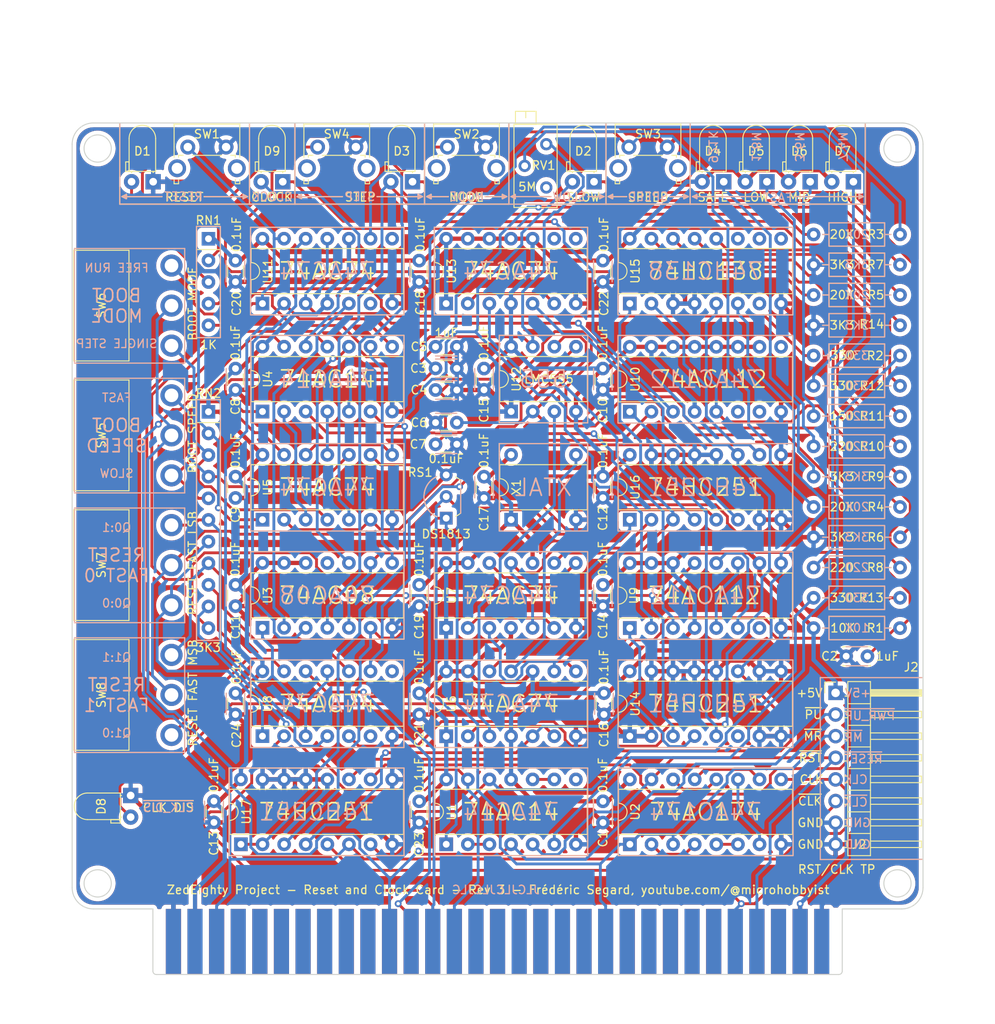
<source format=kicad_pcb>
(kicad_pcb (version 20211014) (generator pcbnew)
  (title_block (title "Clock card") (date "2022-10-23") (rev "1.1") (company "Frédéric Segard, aka Micro Hobbyist"))
  (layers (0 "F.Cu" signal) (31 "B.Cu" signal) (34 "B.Paste" user) (35 "F.Paste" user) (36 "B.SilkS" user "B.Silkscreen") (37 "F.SilkS" user "F.Silkscreen") (38 "B.Mask" user) (39 "F.Mask" user) (44 "Edge.Cuts" user))
  (net 0 "")
  (net 1 "+5V")
  (net 2 "GND")
  (net 3 "Net-(C5-Pad1)")
  (net 4 "Net-(C6-Pad1)")
  (net 5 "Net-(C3-Pad1)")
  (net 6 "Net-(C4-Pad1)")
  (net 7 "Net-(C2-Pad1)")
  (net 8 "Net-(C7-Pad1)")
  (net 9 "Net-(D1-Pad2)")
  (net 10 "Net-(D2-Pad2)")
  (net 11 "Net-(D3-Pad2)")
  (net 12 "Net-(D5-Pad1)")
  (net 13 "Net-(D6-Pad1)")
  (net 14 "Net-(D7-Pad1)")
  (net 15 "Net-(R2-Pad1)")
  (net 16 "/D0")
  (net 17 "/D1")
  (net 18 "/~{RESET}")
  (net 19 "/CLK")
  (net 20 "/~{MR}")
  (net 21 "/~{CLK_DIS}")
  (net 22 "/~{CLK_SEL}")
  (net 23 "/~{PWR_UP}")
  (net 24 "Net-(R10-Pad1)")
  (net 25 "Net-(D4-Pad1)")
  (net 27 "Net-(U1-Pad2)")
  (net 29 "Net-(U2-Pad2)")
  (net 30 "Net-(U2-Pad5)")
  (net 31 "Net-(U2-Pad11)")
  (net 32 "Net-(U2-Pad10)")
  (net 33 "Net-(U2-Pad12)")
  (net 34 "/Clock/FAST")
  (net 35 "Net-(U3-Pad8)")
  (net 36 "Net-(U3-Pad10)")
  (net 38 "Net-(U4-Pad2)")
  (net 39 "Net-(U4-Pad4)")
  (net 40 "Net-(R9-Pad1)")
  (net 41 "Net-(U6-Pad2)")
  (net 42 "Net-(U6-Pad12)")
  (net 43 "Net-(U7-Pad2)")
  (net 44 "Net-(U7-Pad12)")
  (net 47 "Net-(R12-Pad1)")
  (net 48 "/Clock/Yout")
  (net 49 "Net-(U10-Pad2)")
  (net 50 "Net-(D8-Pad2)")
  (net 51 "/Clock/CLK1")
  (net 52 "Net-(U6-Pad11)")
  (net 53 "Net-(U1-Pad10)")
  (net 54 "/Clock/CLK2")
  (net 55 "Net-(U13-Pad2)")
  (net 56 "Net-(D9-Pad2)")
  (net 57 "/~{CLK}")
  (net 58 "/Clock/CLK4")
  (net 62 "Net-(U11-Pad2)")
  (net 63 "Net-(U11-Pad5)")
  (net 64 "Net-(U11-Pad12)")
  (net 65 "Net-(U11-Pad9)")
  (net 66 "/Clock/STEP")
  (net 67 "Net-(U5-Pad9)")
  (net 68 "/Clock/R10")
  (net 69 "Net-(D2-Pad1)")
  (net 70 "/Clock/R13")
  (net 71 "/Clock/R9")
  (net 72 "/Clock/R12")
  (net 73 "/Clock/R20")
  (net 74 "/Clock/R24")
  (net 75 "/Clock/R25")
  (net 76 "/Clock/R21")
  (net 77 "/Clock/SLOW")
  (net 78 "Net-(D3-Pad1)")
  (net 79 "Net-(U12-Pad3)")
  (net 80 "Net-(D9-Pad1)")
  (net 81 "/Clock/R3")
  (net 82 "Net-(U9-Pad11)")
  (net 83 "Net-(U9-Pad12)")
  (net 85 "/Clock/FAST{slash}~{SLOW}")
  (net 86 "/Clock/RUN")
  (net 87 "/Clock/STEP{slash}~{RUN}")
  (net 91 "Net-(U11-Pad11)")
  (net 94 "/Clock/R5")
  (net 99 "/Clock/R7")
  (net 100 "Net-(R8-Pad1)")
  (net 101 "Net-(R11-Pad1)")
  (net 102 "Net-(R13-Pad1)")
  (net 103 "/Clock/R11")
  (net 104 "/Clock/Q0")
  (net 105 "/Clock/Q1")
  (net 106 "/Clock/CLK8")
  (footprint "Resistor_THT:R_Axial_DIN0207_L6.3mm_D2.5mm_P10.16mm_Horizontal" (layer "F.Cu") (at 186.69 76.962 180)
    (fp_text reference "R12")
    (fp_text value "330")
  )
  (footprint "Package_DIP:DIP-14_W7.62mm_Socket" (layer "F.Cu") (at 111.755 67.3 90)
    (fp_text reference "U11")
    (fp_text value "74AC74")
  )
  (footprint "LED_THT:LED_D3.0mm_Horizontal_O1.27mm_Z2.0mm_Clear" (layer "F.Cu") (at 96.266 125.0696 -90)
    (fp_text reference "D8")
    (fp_text value "~{CLK DIS}")
  )
  (footprint "Package_DIP:DIP-16_W7.62mm_Socket" (layer "F.Cu") (at 154.93 67.3 90)
    (fp_text reference "U15")
    (fp_text value "74HC138")
  )
  (footprint "Capacitor_THT:C_Disc_D3.0mm_W1.6mm_P2.50mm" (layer "F.Cu") (at 151.892 113.05 -90)
    (fp_text reference "C16")
    (fp_text value "0.1uF")
  )
  (footprint "Resistor_THT:R_Axial_DIN0207_L6.3mm_D2.5mm_P10.16mm_Horizontal" (layer "F.Cu") (at 176.53 98.298)
    (fp_text reference "R8")
    (fp_text value "220")
  )
  (footprint "Capacitor_THT:C_Disc_D3.0mm_W1.6mm_P2.50mm" (layer "F.Cu") (at 130.185 113.06 -90)
    (fp_text reference "C21")
    (fp_text value "0.1uF")
  )
  (footprint "Capacitor_THT:C_Disc_D3.0mm_W2.0mm_P2.50mm" (layer "F.Cu") (at 182.86 108.712 180)
    (fp_text reference "C2")
    (fp_text value "1uF")
  )
  (footprint "Resistor_THT:R_Axial_DIN0207_L6.3mm_D2.5mm_P10.16mm_Horizontal" (layer "F.Cu") (at 186.69 59.182 180)
    (fp_text reference "R3")
    (fp_text value "20K")
  )
  (footprint "Resistor_THT:R_Axial_DIN0207_L6.3mm_D2.5mm_P10.16mm_Horizontal" (layer "F.Cu") (at 176.53 101.854)
    (fp_text reference "R13")
    (fp_text value "330")
  )
  (footprint "Button_Switch_THT:SW_Tactile_SPST_Angled_PTS645Vx58-2LFS" (layer "F.Cu") (at 154.823 48.9217)
    (fp_text reference "SW3")
    (fp_text value "SPEED")
  )
  (footprint "LED_THT:LED_D3.0mm_Horizontal_O1.27mm_Z2.0mm_Clear" (layer "F.Cu") (at 176.128 52.99 180)
    (fp_text reference "D6")
    (fp_text value "MID")
  )
  (footprint "Capacitor_THT:C_Disc_D3.0mm_W1.6mm_P2.50mm" (layer "F.Cu") (at 132.1 74.91)
    (fp_text reference "C3")
    (fp_text value "1uF")
  )
  (footprint "Package_DIP:DIP-14_W7.62mm_Socket" (layer "F.Cu") (at 111.76 92.68 90)
    (fp_text reference "U5")
    (fp_text value "74AC74")
  )
  (footprint "0 - Library:Microswitch_4.7mm_spacing" (layer "F.Cu") (at 101.0686 98.0186 90)
    (fp_text reference "SW7")
    (fp_text value "RESET FAST LSB")
  )
  (footprint "Button_Switch_THT:SW_Tactile_SPST_Angled_PTS645Vx58-2LFS" (layer "F.Cu") (at 118.237 48.9217)
    (fp_text reference "SW4")
    (fp_text value "STEP")
  )
  (footprint "Package_DIP:DIP-14_W7.62mm_Socket" (layer "F.Cu") (at 111.76 105.38 90)
    (fp_text reference "U3")
    (fp_text value "74AC08")
  )
  (footprint "Resistor_THT:R_Axial_DIN0207_L6.3mm_D2.5mm_P10.16mm_Horizontal" (layer "F.Cu") (at 186.69 87.63 180)
    (fp_text reference "R9")
    (fp_text value "3K3")
  )
  (footprint "Capacitor_THT:C_Disc_D3.0mm_W1.6mm_P2.50mm" (layer "F.Cu") (at 108.585 87.63 -90)
    (fp_text reference "C9")
    (fp_text value "0.1uF")
  )
  (footprint "0 - Library:BUS_XT" (layer "F.Cu") (at 139.39 138.39)
    (fp_text reference "J1" hide)
    (fp_text value "BUS 1")
    (fp_line (start -47.5 0) (end -40.51 0) (layer "Edge.Cuts") (width 0.12))
    (fp_line (start 47.5 0) (end 40.51 0) (layer "Edge.Cuts") (width 0.12))
    (fp_line (start -40.51 7.3) (end -40.51 0) (layer "Edge.Cuts") (width 0.12))
    (fp_line (start -47.5 -92.3) (end 47.5 -92.3) (layer "Edge.Cuts") (width 0.12))
    (fp_line (start 50 -89.8) (end 50 -2.5) (layer "Edge.Cuts") (width 0.12))
    (fp_line (start -40.11 7.7) (end 40.11 7.7) (layer "Edge.Cuts") (width 0.12))
    (fp_line (start -50 -2.5) (end -50 -89.8) (layer "Edge.Cuts") (width 0.12))
    (fp_line (start 40.51 7.3) (end 40.51 0) (layer "Edge.Cuts") (width 0.12))
    (fp_arc (start 47.5 -92.3) (mid 49.267767 -91.567767) (end 50 -89.8) (layer "Edge.Cuts") (width 0.12))
    (fp_arc (start 50 -2.5) (mid 49.267767 -0.732233) (end 47.5 0) (layer "Edge.Cuts") (width 0.12))
    (fp_arc (start -40.11 7.7) (mid -40.392843 7.582843) (end -40.51 7.3) (layer "Edge.Cuts") (width 0.12))
    (fp_arc (start 40.51 7.3) (mid 40.392843 7.582843) (end 40.11 7.7) (layer "Edge.Cuts") (width 0.12))
    (fp_arc (start -47.5 0) (mid -49.267767 -0.732233) (end -50 -2.5) (layer "Edge.Cuts") (width 0.12))
    (fp_arc (start -50 -89.8) (mid -49.267767 -91.567767) (end -47.5 -92.3) (layer "Edge.Cuts") (width 0.12))
    (fp_circle (center -47 -89.3) (end -45.4 -89.3) (layer "Edge.Cuts") (width 0.12) (fill none))
    (fp_circle (center -47 -3) (end -45.4 -3) (layer "Edge.Cuts") (width 0.12) (fill none))
    (fp_circle (center 47 -3) (end 48.6 -3) (layer "Edge.Cuts") (width 0.12) (fill none))
    (fp_circle (center 47 -89.3) (end 48.6 -89.3) (layer "Edge.Cuts") (width 0.12) (fill none))
  )
  (footprint "Capacitor_THT:C_Disc_D3.0mm_W1.6mm_P2.50mm" (layer "F.Cu") (at 132.1 72.37)
    (fp_text reference "C5")
    (fp_text value "1uF")
  )
  (footprint "Resistor_THT:R_Array_SIP5" (layer "F.Cu") (at 105.41 59.69 -90)
    (fp_text reference "RN1")
    (fp_text value "1K")
  )
  (footprint "Capacitor_THT:C_Disc_D3.0mm_W1.6mm_P2.50mm" (layer "F.Cu") (at 151.765 87.61 -90)
    (fp_text reference "C12")
    (fp_text value "0.1uF")
  )
  (footprint "0 - Library:Microswitch_4.7mm_spacing" (layer "F.Cu") (at 101.0686 67.5386 90)
    (fp_text reference "SW6")
    (fp_text value "BOOT MODE")
  )
  (footprint "Package_DIP:DIP-16_W7.62mm_Socket" (layer "F.Cu") (at 154.94 130.8 90)
    (fp_text reference "U2")
    (fp_text value "74AC174")
  )
  (footprint "LED_THT:LED_D3.0mm_Horizontal_O1.27mm_Z2.0mm_Clear" (layer "F.Cu") (at 129.393 52.9913 180)
    (fp_text reference "D3")
    (fp_text value "STEP")
  )
  (footprint "Package_DIP:DIP-16_W7.62mm_Socket" (layer "F.Cu") (at 154.93 105.4 90)
    (fp_text reference "U9")
    (fp_text value "74AC112")
  )
  (footprint "Resistor_THT:R_Axial_DIN0207_L6.3mm_D2.5mm_P10.16mm_Horizontal" (layer "F.Cu") (at 186.69 94.742 180)
    (fp_text reference "R6")
    (fp_text value "3K3")
  )
  (footprint "Potentiometer_THT:Potentiometer_Bourns_3296Z_Horizontal" (layer "F.Cu") (at 145.1156 53.6682 -90)
    (fp_text reference "RV1")
    (fp_text value "5M")
  )
  (footprint "Capacitor_THT:C_Disc_D3.0mm_W1.6mm_P2.50mm" (layer "F.Cu") (at 151.765 62.25 -90)
    (fp_text reference "C22")
    (fp_text value "0.1uF")
  )
  (footprint "Capacitor_THT:C_Disc_D3.0mm_W1.6mm_P2.50mm" (layer "F.Cu") (at 137.795 87.63 -90)
    (fp_text reference "C17")
    (fp_text value "0.1uF")
  )
  (footprint "Capacitor_THT:C_Disc_D3.0mm_W1.6mm_P2.50mm" (layer "F.Cu") (at 108.585 74.93 -90)
    (fp_text reference "C8")
    (fp_text value "0.1uF")
  )
  (footprint "Resistor_THT:R_Axial_DIN0207_L6.3mm_D2.5mm_P10.16mm_Horizontal" (layer "F.Cu") (at 186.69 91.186 180)
    (fp_text reference "R4")
    (fp_text value "20K")
  )
  (footprint "Package_DIP:DIP-14_W7.62mm_Socket" (layer "F.Cu") (at 133.345 105.39 90)
    (fp_text reference "U7")
    (fp_text value "74AC74")
  )
  (footprint "LED_THT:LED_D3.0mm_Horizontal_O1.27mm_Z2.0mm_Clear" (layer "F.Cu") (at 114.142 52.9913 180)
    (fp_text reference "D9")
    (fp_text value "CLOCK")
  )
  (footprint "Package_DIP:DIP-16_W7.62mm_Socket" (layer "F.Cu") (at 154.93 80 90)
    (fp_text reference "U10")
    (fp_text value "74AC112")
  )
  (footprint "Connector_PinHeader_2.54mm:PinHeader_1x08_P2.54mm_Horizontal" (layer "F.Cu") (at 179.1146 113.0196)
    (fp_text reference "J2")
    (fp_text value "RST/CLK TP")
  )
  (footprint "Capacitor_THT:C_Disc_D3.0mm_W1.6mm_P2.50mm" (layer "F.Cu") (at 132.1 83.82)
    (fp_text reference "C7")
    (fp_text value "0.1uF")
  )
  (footprint "Button_Switch_THT:SW_Tactile_SPST_Angled_PTS645Vx58-2LFS" (layer "F.Cu") (at 133.488 48.9204)
    (fp_text reference "SW2")
    (fp_text value "MODE")
  )
  (footprint "Package_DIP:DIP-14_W7.62mm_Socket" (layer "F.Cu") (at 133.355 130.8 90)
    (fp_text reference "U1")
    (fp_text value "74AC14")
  )
  (footprint "Resistor_THT:R_Array_SIP11" (layer "F.Cu") (at 105.41 80.01 -90)
    (fp_text reference "RN2")
    (fp_text value "3K3")
  )
  (footprint "Resistor_THT:R_Axial_DIN0207_L6.3mm_D2.5mm_P10.16mm_Horizontal" (layer "F.Cu") (at 186.69 105.41 180)
    (fp_text reference "R1")
    (fp_text value "10K")
  )
  (footprint "Capacitor_THT:C_Disc_D3.0mm_W1.6mm_P2.50mm" (layer "F.Cu") (at 108.585 62.25 -90)
    (fp_text reference "C20")
    (fp_text value "0.1uF")
  )
  (footprint "Capacitor_THT:C_Disc_D3.0mm_W1.6mm_P2.50mm" (layer "F.Cu") (at 106.055 125.73 -90)
    (fp_text reference "C13")
    (fp_text value "0.1uF")
  )
  (footprint "Capacitor_THT:C_Disc_D3.0mm_W1.6mm_P2.50mm" (layer "F.Cu") (at 130.175 62.25 -90)
    (fp_text reference "C18")
    (fp_text value "0.1uF")
  )
  (footprint "Capacitor_THT:C_Disc_D3.0mm_W1.6mm_P2.50mm" (layer "F.Cu") (at 134.6 81.28 180)
    (fp_text reference "C6")
    (fp_text value "0.1uF")
  )
  (footprint "Capacitor_THT:C_Disc_D3.0mm_W1.6mm_P2.50mm" (layer "F.Cu") (at 132.1 77.45)
    (fp_text reference "C4")
    (fp_text value "1uF")
  )
  (footprint "Package_DIP:DIP-14_W7.62mm_Socket" (layer "F.Cu") (at 111.755 118.1 90)
    (fp_text reference "U8")
    (fp_text value "74AC74")
  )
  (footprint "0 - Library:Microswitch_4.7mm_spacing" (layer "F.Cu") (at 101.0686 82.7786 90)
    (fp_text reference "SW5")
    (fp_text value "BOOT SPEED")
  )
  (footprint "Capacitor_THT:C_Disc_D3.0mm_W1.6mm_P2.50mm" (layer "F.Cu") (at 137.795 74.93 -90)
    (fp_text reference "C15")
    (fp_text value "0.1uF")
  )
  (footprint "Capacitor_THT:C_Disc_D3.0mm_W1.6mm_P2.50mm" (layer "F.Cu") (at 130.175 100.33 -90)
    (fp_text reference "C19")
    (fp_text value "0.1uF")
  )
  (footprint "0 - Library:Microswitch_4.7mm_spacing" (layer "F.Cu") (at 101.0686 113.2586 90)
    (fp_text reference "SW8")
    (fp_text value "RESET FAST MSB")
  )
  (footprint "Package_DIP:DIP-16_W7.62mm_Socket" (layer "F.Cu") (at 154.93 92.68 90)
    (fp_text reference "U16")
    (fp_text value "74HC251")
  )
  (footprint "Button_Switch_THT:SW_Tactile_SPST_Angled_PTS645Vx58-2LFS" (layer "F.Cu") (at 102.9826 48.9217)
    (fp_text reference "SW1")
    (fp_text value "RESET")
  )
  (footprint "Capacitor_THT:C_Disc_D3.0mm_W1.6mm_P2.50mm" (layer "F.Cu") (at 130.185 125.75 -90)
    (fp_text reference "C23")
    (fp_text value "0.1uF")
  )
  (footprint "Package_TO_SOT_THT:TO-92L_Inline_Wide" (layer "F.Cu") (at 133.35 92.505 90)
    (fp_text reference "RS1")
    (fp_text value "DS1813")
  )
  (footprint "0 - Library:DIP-8-4_W7.62mm_Oscillator_Socket" (layer "F.Cu") (at 140.98 92.68 90)
    (fp_text reference "X1")
    (fp_text value "14.7456MHz")
  )
  (footprint "Resistor_THT:R_Axial_DIN0207_L6.3mm_D2.5mm_P10.16mm_Horizontal" (layer "F.Cu") (at 186.69 66.294 180)
    (fp_text reference "R5")
    (fp_text value "20K")
  )
  (footprint "Package_DIP:DIP-16_W7.62mm_Socket" (layer "F.Cu") (at 109.225 130.8 90)
    (fp_text reference "U17")
    (fp_text value "74HC251")
  )
  (footprint "LED_THT:LED_D3.0mm_Horizontal_O1.27mm_Z2.0mm_Clear" (layer "F.Cu") (at 165.968 52.99 180)
    (fp_text reference "D4")
    (fp_text value "SAFE")
  )
  (footprint "LED_THT:LED_D3.0mm_Horizontal_O1.27mm_Z2.0mm_Clear" (layer "F.Cu") (at 171.048 52.99 180)
    (fp_text reference "D5")
    (fp_text value "LOW")
  )
  (footprint "Package_DIP:DIP-14_W7.62mm_Socket" (layer "F.Cu") (at 133.345 67.3 90)
    (fp_text reference "U13")
    (fp_text value "74AC74")
  )
  (footprint "Resistor_THT:R_Axial_DIN0207_L6.3mm_D2.5mm_P10.16mm_Horizontal" (layer "F.Cu") (at 186.69 69.85 180)
    (fp_text reference "R14")
    (fp_text value "3K3")
  )
  (footprint "LED_THT:LED_D3.0mm_Horizontal_O1.27mm_Z2.0mm_Clear" (layer "F.Cu") (at 181.208 52.99 180)
    (fp_text reference "D7")
    (fp_text value "HIGH")
  )
  (footprint "Package_DIP:DIP-14_W7.62mm_Socket" (layer "F.Cu") (at 111.76 79.98 90)
    (fp_text reference "U4")
    (fp_text value "74AC14")
  )
  (footprint "Package_DIP:DIP-8_W7.62mm_Socket" (layer "F.Cu") (at 140.985 79.98 90)
    (fp_text reference "U12")
    (fp_text value "LMC555")
  )
  (footprint "Capacitor_THT:C_Disc_D3.0mm_W2.0mm_P2.50mm" (layer "F.Cu") (at 151.775 125.75 -90)
    (fp_text reference "C1")
    (fp_text value "0.1uF")
  )
  (footprint "Resistor_THT:R_Axial_DIN0207_L6.3mm_D2.5mm_P10.16mm_Horizontal" (layer "F.Cu") (at 186.69 62.738 180)
    (fp_text reference "R7")
    (fp_text value "3K3")
  )
  (footprint "Package_DIP:DIP-14_W7.62mm_Socket" (layer "F.Cu") (at 133.355 118.11 90)
    (fp_text reference "U6")
    (fp_text value "74AC74")
  )
  (footprint "Capacitor_THT:C_Disc_D3.0mm_W1.6mm_P2.50mm" (layer "F.Cu") (at 151.765 100.33 -90)
    (fp_text reference "C14")
    (fp_text value "0.1uF")
  )
  (footprint "Resistor_THT:R_Axial_DIN0207_L6.3mm_D2.5mm_P10.16mm_Horizontal" (layer "F.Cu") (at 186.69 84.074 180)
    (fp_text reference "R10")
    (fp_text value "220")
  )
  (footprint "Capacitor_THT:C_Disc_D3.0mm_W1.6mm_P2.50mm" (layer "F.Cu") (at 151.765 74.93 -90)
    (fp_text reference "C10")
    (fp_text value "0.1uF")
  )
  (footprint "Package_DIP:DIP-16_W7.62mm_Socket" (layer "F.Cu") (at 154.93 118.1 90)
    (fp_text reference "U14")
    (fp_text value "74HC251")
  )
  (footprint "Capacitor_THT:C_Disc_D3.0mm_W1.6mm_P2.50mm" (layer "F.Cu") (at 108.585 113.05 -90)
    (fp_text reference "C24")
    (fp_text value "0.1uF")
  )
  (footprint "Capacitor_THT:C_Disc_D3.0mm_W1.6mm_P2.50mm" (layer "F.Cu") (at 108.585 100.33 -90)
    (fp_text reference "C11")
    (fp_text value "0.1uF")
  )
  (footprint "LED_THT:LED_D3.0mm_Horizontal_O1.27mm_Z2.0mm_Clear" (layer "F.Cu") (at 98.913 52.99 180)
    (fp_text reference "D1")
    (fp_text value "RESET")
  )
  (footprint "Resistor_THT:R_Axial_DIN0207_L6.3mm_D2.5mm_P10.16mm_Horizontal" (layer "F.Cu") (at 186.69 73.406 180)
    (fp_text reference "R2")
    (fp_text value "330")
  )
  (footprint "LED_THT:LED_D3.0mm_Horizontal_O1.27mm_Z2.0mm_Clear" (layer "F.Cu") (at 150.728 52.99 180)
    (fp_text reference "D2")
    (fp_text value "SLOW")
  )
  (footprint "Resistor_THT:R_Axial_DIN0207_L6.3mm_D2.5mm_P10.16mm_Horizontal" (layer "F.Cu") (at 186.69 80.518 180)
    (fp_text reference "R11")
    (fp_text value "150")
  )
  (gr_line (start 152.125 55.626) (end 162.031 55.626) (layer "B.SilkS") (width 0.15))
  (gr_line (start 89.662 60.833) (end 102.616 60.833) (layer "B.SilkS") (width 0.15))
  (gr_line (start 131.2926 125.7554) (end 131.2926 128.2446) (layer "B.SilkS") (width 0.15))
  (gr_rect (start 178.3334 72.0344) (end 184.8866 74.7776) (layer "B.SilkS") (width 0.15) (fill none))
  (gr_line (start 131.064 54.737) (end 131.572 54.483) (layer "B.SilkS") (width 0.15))
  (gr_line (start 136.7028 77.4446) (end 136.7028 74.93) (layer "B.SilkS") (width 0.15))
  (gr_line (start 129.0828 100.33) (end 129.0828 102.8192) (layer "B.SilkS") (width 0.15))
  (gr_line (start 145.669 54.737) (end 140.97 54.737) (layer "B.SilkS") (width 0.15))
  (gr_line (start 130.048 54.991) (end 130.556 54.737) (layer "B.SilkS") (width 0.15))
  (gr_line (start 89.662 89.535) (end 89.662 76.073) (layer "B.SilkS") (width 0.15))
  (gr_line (start 109.982 54.737) (end 109.474 54.483) (layer "B.SilkS") (width 0.15))
  (gr_line (start 110.236 55.626) (end 115.57 55.626) (layer "B.SilkS") (width 0.15))
  (gr_line (start 109.982 54.737) (end 109.474 54.864) (layer "B.SilkS") (width 0.15))
  (gr_line (start 184.8866 94.742) (end 185.6232 94.742) (layer "B.SilkS") (width 0.15))
  (gr_line (start 150.6728 74.93) (end 150.6728 77.4192) (layer "B.SilkS") (width 0.15))
  (gr_line (start 131.2926 113.0554) (end 131.2926 115.57) (layer "B.SilkS") (width 0.15))
  (gr_line (start 162.031 55.626) (end 162.031 46.2) (layer "B.SilkS") (width 0.15))
  (gr_line (start 180.3654 107.5944) (end 182.8546 107.5944) (layer "B.SilkS") (width 0.15))
  (gr_line (start 184.8866 105.41) (end 185.6232 105.41) (layer "B.SilkS") (width 0.15))
  (gr_line (start 102.616 104.775) (end 89.662 104.775) (layer "B.SilkS") (width 0.15))
  (gr_line (start 146.918 55.626) (end 146.791 55.626) (layer "B.SilkS") (width 0.15))
  (gr_rect (start 149.987 106.7308) (end 131.953 96.4438) (layer "B.SilkS") (width 0.15) (fill none))
  (gr_line (start 107.4928 64.7446) (end 107.4928 62.2554) (layer "B.SilkS") (width 0.15))
  (gr_line (start 178.3334 94.742) (end 177.5968 94.742) (layer "B.SilkS") (width 0.15))
  (gr_line (start 140.97 54.737) (end 141.478 54.483) (layer "B.SilkS") (width 0.15))
  (gr_line (start 134.62 73.4568) (end 132.1054 73.4568) (layer "B.SilkS") (width 0.15))
  (gr_line (start 131.064 54.737) (end 131.572 54.864) (layer "B.SilkS") (width 0.15))
  (gr_line (start 152.9842 115.5446) (end 152.9842 113.0554) (layer "B.SilkS") (width 0.15))
  (gr_line (start 102.616 106.553) (end 102.616 120.015) (layer "B.SilkS") (width 0.15))
  (gr_rect (start 174.117 121.8438) (end 153.5684 132.1308) (layer "B.SilkS") (width 0.15) (fill none))
  (gr_line (start 107.4928 113.0554) (end 107.4928 115.5446) (layer "B.SilkS") (width 0.15))
  (gr_line (start 151.892 54.737) (end 151.384 54.483) (layer "B.SilkS") (width 0.15))
  (gr_line (start 89.662 104.775) (end 89.662 91.313) (layer "B.SilkS") (width 0.15))
  (gr_line (start 162.814 54.991) (end 162.306 54.737) (layer "B.SilkS") (width 0.15))
  (gr_line (start 115.824 54.737) (end 116.332 54.864) (layer "B.SilkS") (width 0.15))
  (gr_line (start 95.758 54.991) (end 95.25 54.737) (layer "B.SilkS") (width 0.15))
  (gr_line (start 184.8866 73.406) (end 185.6232 73.406) (layer "B.SilkS") (width 0.15))
  (gr_line (start 149.987 54.737) (end 151.892 54.737) (layer "B.SilkS") (width 0.15))
  (gr_line (start 178.3334 66.294) (end 177.5968 66.294) (layer "B.SilkS") (width 0.15))
  (gr_line (start 129.0828 62.2554) (end 129.0828 64.7446) (layer "B.SilkS") (width 0.15))
  (gr_line (start 131.2672 102.8192) (end 131.2672 100.33) (layer "B.SilkS") (width 0.15))
  (gr_line (start 150.6474 128.2446) (end 150.6474 125.7554) (layer "B.SilkS") (width 0.15))
  (gr_line (start 137.922 54.737) (end 140.462 54.737) (layer "B.SilkS") (width 0.15))
  (gr_line (start 95.25 54.737) (end 95.758 54.61) (layer "B.SilkS") (width 0.15))
  (gr_rect (start 149.987 119.4308) (end 131.9784 109.1692) (layer "B.SilkS") (width 0.15) (fill none))
  (gr_line (start 102.616 120.015) (end 89.662 120.015) (layer "B.SilkS") (width 0.15))
  (gr_line (start 150.6728 62.2554) (end 150.6728 64.7446) (layer "B.SilkS") (width 0.15))
  (gr_line (start 162.306 54.737) (end 162.814 54.864) (layer "B.SilkS") (width 0.15))
  (gr_line (start 152.908 54.483) (end 152.908 54.991) (layer "B.SilkS") (width 0.15))
  (gr_line (start 140.97 54.737) (end 141.478 54.61) (layer "B.SilkS") (width 0.15))
  (gr_rect (start 149.987 94.0054) (end 139.5984 83.7438) (layer "B.SilkS") (width 0.15) (fill none))
  (gr_line (start 131.572 54.991) (end 131.064 54.737) (layer "B.SilkS") (width 0.15))
  (gr_line (start 139.954 54.483) (end 139.954 54.991) (layer "B.SilkS") (width 0.15))
  (gr_line (start 130.81 55.626) (end 130.81 46.2) (layer "B.SilkS") (width 0.15))
  (gr_line (start 184.8866 80.518) (end 185.6232 80.518) (layer "B.SilkS") (width 0.15))
  (gr_rect (start 178.3334 93.3704) (end 184.8866 96.1136) (layer "B.SilkS") (width 0.15) (fill none))
  (gr_line (start 107.4928 90.1192) (end 107.4928 87.63) (layer "B.SilkS") (width 0.15))
  (gr_line (start 152.8572 102.8446) (end 152.8572 100.33) (layer "B.SilkS") (width 0.15))
  (gr_line (start 162.306 54.737) (end 162.814 54.483) (layer "B.SilkS") (width 0.15))
  (gr_line (start 131.2672 64.7446) (end 131.2672 62.2554) (layer "B.SilkS") (width 0.15))
  (gr_line (start 161.798 54.737) (end 161.29 54.864) (layer "B.SilkS") (width 0.15))
  (gr_line (start 130.556 54.737) (end 130.048 54.864) (layer "B.SilkS") (width 0.15))
  (gr_line (start 178.3334 105.41) (end 177.5968 105.41) (layer "B.SilkS") (width 0.15))
  (gr_line (start 150.6728 100.33) (end 150.6728 102.8192) (layer "B.SilkS") (width 0.15))
  (gr_line (start 182.372 54.737) (end 181.864 54.864) (layer "B.SilkS") (width 0.15))
  (gr_line (start 125.222 54.737) (end 130.556 54.737) (layer "B.SilkS") (width 0.15))
  (gr_line (start 95.758 54.483) (end 95.758 54.991) (layer "B.SilkS") (width 0.15))
  (gr_line (start 150.6728 87.6046) (end 150.6728 90.1192) (layer "B.SilkS") (width 0.15))
  (gr_line (start 138.8872 90.1446) (end 138.8872 87.63) (layer "B.SilkS") (width 0.15))
  (gr_rect (start 153.543 83.7438) (end 174.0916 94.0054) (layer "B.SilkS") (width 0.15) (fill none))
  (gr_rect (start 178.3334 89.8144) (end 184.8866 92.5576) (layer "B.SilkS") (width 0.15) (fill none))
  (gr_line (start 102.616 60.833) (end 102.616 74.295) (layer "B.SilkS") (width 0.15))
  (gr_line (start 140.716 55.626) (end 140.716 46.2) (layer "B.SilkS") (width 0.15))
  (gr_line (start 116.332 54.483) (end 116.332 54.991) (layer "B.SilkS") (width 0.15))
  (gr_line (start 102.616 74.295) (end 89.662 74.295) (layer "B.SilkS") (width 0.15))
  (gr_rect (start 149.987 81.3054) (end 139.5984 71.0438) (layer "B.SilkS") (width 0.15) (fill none))
  (gr_rect (start 149.987 121.8438) (end 131.9784 132.1308) (layer "B.SilkS") (width 0.15) (fill none))
  (gr_line (start 140.462 54.737) (end 139.954 54.864) (layer "B.SilkS") (width 0.15))
  (gr_line (start 178.3334 62.738) (end 177.5968 62.738) (layer "B.SilkS") (width 0.15))
  (gr_line (start 181.864 54.991) (end 182.372 54.737) (layer "B.SilkS") (width 0.15))
  (gr_line (start 132.1054 82.7278) (end 134.5946 82.7278) (layer "B.SilkS") (width 0.15))
  (gr_line (start 89.662 91.313) (end 102.616 91.313) (layer "B.SilkS") (width 0.15))
  (gr_line (start 184.8866 59.182) (end 185.6232 59.182) (layer "B.SilkS") (width 0.15))
  (gr_line (start 178.3334 91.186) (end 177.5968 91.186) (layer "B.SilkS") (width 0.15))
  (gr_line (start 133.604 54.737) (end 131.064 54.737) (layer "B.SilkS") (width 0.15))
  (gr_line (start 178.3334 59.182) (end 177.5968 59.182) (layer "B.SilkS") (width 0.15))
  (gr_rect (start 178.3334 96.9264) (end 184.8866 99.6696) (layer "B.SilkS") (width 0.15) (fill none))
  (gr_rect (start 128.3716 119.4308) (end 110.363 109.1438) (layer "B.SilkS") (width 0.15) (fill none))
  (gr_line (start 151.892 54.737) (end 151.384 54.864) (layer "B.SilkS") (width 0.15))
  (gr_line (start 141.478 54.483) (end 141.478 54.991) (layer "B.SilkS") (width 0.15))
  (gr_rect (start 128.397 94.0054) (end 110.363 83.7438) (layer "B.SilkS") (width 0.15) (fill none))
  (gr_line (start 178.3334 98.298) (end 177.5968 98.298) (layer "B.SilkS") (width 0.15))
  (gr_line (start 134.5946 82.3722) (end 132.1054 82.3722) (layer "B.SilkS") (width 0.15))
  (gr_line (start 102.616 76.073) (end 102.616 89.535) (layer "B.SilkS") (width 0.15))
  (gr_line (start 152.4 54.737) (end 152.908 54.483) (layer "B.SilkS") (width 0.15))
  (gr_line (start 140.462 54.737) (end 139.954 54.61) (layer "B.SilkS") (width 0.15))
  (gr_line (start 161.798 54.737) (end 161.29 54.483) (layer "B.SilkS") (width 0.15))
  (gr_line (start 182.372 54.737) (end 181.864 54.61) (layer "B.SilkS") (width 0.15))
  (gr_line (start 182.372 54.737) (end 181.864 54.483) (layer "B.SilkS") (width 0.15))
  (gr_line (start 129.0828 115.57) (end 129.0828 113.0554) (layer "B.SilkS") (width 0.15))
  (gr_line (start 109.474 54.991) (end 109.982 54.737) (layer "B.SilkS") (width 0.15))
  (gr_line (start 95.25 54.737) (end 95.758 54.483) (layer "B.SilkS") (width 0.15))
  (gr_line (start 170.307 54.737) (end 162.306 54.737) (layer "B.SilkS") (width 0.15))
  (gr_line (start 115.824 54.737) (end 116.332 54.61) (layer "B.SilkS") (width 0.15))
  (gr_line (start 178.3334 76.962) (end 177.5968 76.962) (layer "B.SilkS") (width 0.15))
  (gr_line (start 141.478 54.991) (end 140.97 54.737) (layer "B.SilkS") (width 0.15))
  (gr_rect (start 178.3334 100.4824) (end 184.8866 103.2256) (layer "B.SilkS") (width 0.15) (fill none))
  (gr_line (start 161.29 54.483) (end 161.29 54.991) (layer "B.SilkS") (width 0.15))
  (gr_line (start 151.384 54.991) (end 151.892 54.737) (layer "B.SilkS") (width 0.15))
  (gr_line (start 182.605 55.626) (end 182.605 46.2) (layer "B.SilkS") (width 0.15))
  (gr_line (start 174.244 54.737) (end 182.372 54.737) (layer "B.SilkS") (width 0.15))
  (gr_line (start 184.8866 76.962) (end 185.6232 76.962) (layer "B.SilkS") (width 0.15))
  (gr_line (start 162.814 54.483) (end 162.814 54.991) (layer "B.SilkS") (width 0.15))
  (gr_line (start 184.8866 69.85) (end 185.6232 69.85) (layer "B.SilkS") (width 0.15))
  (gr_line (start 135.0518 91.9226) (end 135.0518 87.998395) (layer "B.SilkS") (width 0.15))
  (gr_rect (start 178.3334 64.9224) (end 184.8866 67.6656) (layer "B.SilkS") (width 0.15) (fill none))
  (gr_line (start 104.9528 125.73) (end 104.9528 128.2192) (layer "B.SilkS") (width 0.15))
  (gr_line (start 89.662 120.015) (end 89.662 106.553) (layer "B.SilkS") (width 0.15))
  (gr_line (start 109.6772 102.8192) (end 109.6772 100.33) (layer "B.SilkS") (width 0.15))
  (gr_line (start 152.8572 64.7446) (end 152.8572 62.2554) (layer "B.SilkS") (width 0.15))
  (gr_rect (start 128.397 68.6308) (end 110.363 58.3438) (layer "B.SilkS") (width 0.15) (fill none))
  (gr_line (start 121.158 54.737) (end 115.824 54.737) (layer "B.SilkS") (width 0.15))
  (gr_line (start 177.3174 132.588) (end 177.3174 111.2266) (layer "B.SilkS") (width 0.15))
  (gr_line (start 130.048 54.483) (end 130.048 54.991) (layer "B.SilkS") (width 0.15))
  (gr_line (start 136.7028 87.63) (end 136.7028 90.1192) (layer "B.SilkS") (width 0.15))
  (gr_line (start 178.3334 101.854) (end 177.5968 101.854) (layer "B.SilkS") (width 0.15))
  (gr_line (start 184.8866 91.186) (end 185.6232 91.186) (layer "B.SilkS") (width 0.15))
  (gr_line (start 132.1054 76.3524) (end 134.5946 76.3524) (layer "B.SilkS") (width 0.15))
  (gr_line (start 140.462 54.737) (end 139.954 54.483) (layer "B.SilkS") (width 0.15))
  (gr_line (start 178.3334 84.074) (end 177.5968 84.074) (layer "B.SilkS") (width 0.15))
  (gr_line (start 189.2808 132.5626) (end 177.3174 132.588) (layer "B.SilkS") (width 0.15))
  (gr_line (start 154.559 54.737) (end 152.4 54.737) (layer "B.SilkS") (width 0.15))
  (gr_line (start 184.8866 66.294) (end 185.6232 66.294) (layer "B.SilkS") (width 0.15))
  (gr_line (start 116.332 54.991) (end 115.824 54.737) (layer "B.SilkS") (width 0.15))
  (gr_rect (start 178.3334 82.7024) (end 184.8866 85.4456) (layer "B.SilkS") (width 0.15) (fill none))
  (gr_rect (start 174.0916 71.0438) (end 153.543 81.3308) (layer "B.SilkS") (width 0.15) (fill none))
  (gr_line (start 131.064 54.737) (end 131.572 54.61) (layer "B.SilkS") (width 0.15))
  (gr_line (start 130.556 54.737) (end 130.048 54.61) (layer "B.SilkS") (width 0.15))
  (gr_line (start 152.4 54.737) (end 152.908 54.61) (layer "B.SilkS") (width 0.15))
  (gr_line (start 184.8866 98.298) (end 185.6232 98.298) (layer "B.SilkS") (width 0.15))
  (gr_line (start 152.908 54.991) (end 152.4 54.737) (layer "B.SilkS") (width 0.15))
  (gr_line (start 177.3174 111.2266) (end 189.2554 111.2266) (layer "B.SilkS") (width 0.15))
  (gr_line (start 129.0828 128.2446) (end 129.0828 125.7554) (layer "B.SilkS") (width 0.15))
  (gr_rect (start 104.013 78.5876) (end 106.807 106.8578) (layer "B.SilkS") (width 0.15) (fill none))
  (gr_line (start 109.6772 115.5446) (end 109.6772 113.0554) (layer "B.SilkS") (width 0.15))
  (gr_line (start 180.3654 109.8296) (end 182.88 109.8296) (layer "B.SilkS") (width 0.15))
  (gr_rect (start 104.013 58.2422) (end 106.807 71.2978) (layer "B.SilkS") (width 0.15) (fill none))
  (gr_rect (start 178.3334 61.3664) (end 184.8866 64.1096) (layer "B.SilkS") (width 0.15) (fill none))
  (gr_line (start 131.572 54.483) (end 131.572 54.991) (layer "B.SilkS") (width 0.15))
  (gr_rect (start 153.543 58.3438) (end 174.0916 68.6308) (layer "B.SilkS") (width 0.15) (fill none))
  (gr_line (start 139.954 54.991) (end 140.462 54.737) (layer "B.SilkS") (width 0.15))
  (gr_line (start 107.1626 128.2192) (end 107.1626 125.73) (layer "B.SilkS") (width 0.15))
  (gr_line (start 150.7998 115.5446) (end 150.7998 113.0554) (layer "B.SilkS") (width 0.15))
  (gr_rect (start 178.3334 104.0384) (end 184.8866 106.7816) (layer "B.SilkS") (width 0.15) (fill none))
  (gr_arc (start 132.207 92.329) (mid 130.73997 89.9795) (end 132.207 87.63) (layer "B.SilkS") (width 0.15))
  (gr_line (start 109.6772 62.2554) (end 109.6772 64.7446) (layer "B.SilkS") (width 0.15))
  (gr_line (start 152.8826 128.2446) (end 152.8826 125.7554) (layer "B.SilkS") (width 0.15))
  (gr_line (start 151.384 54.483) (end 151.384 54.991) (layer "B.SilkS") (width 0.15))
  (gr_line (start 89.662 106.553) (end 102.616 106.553) (layer "B.SilkS") (width 0.15))
  (gr_line (start 181.864 54.483) (end 181.864 54.991) (layer "B.SilkS") (width 0.15))
  (gr_line (start 140.716 55.626) (end 152.125 55.626) (layer "B.SilkS") (width 0.15))
  (gr_rect (start 128.397 81.3054) (end 110.3884 71.0438) (layer "B.SilkS") (width 0.15) (fill none))
  (gr_line (start 159.639 54.737) (end 161.798 54.737) (layer "B.SilkS") (width 0.15))
  (gr_line (start 134.5946 78.5368) (end 132.1054 78.5368) (layer "B.SilkS") (width 0.15))
  (gr_line (start 162.031 55.626) (end 182.605 55.626) (layer "B.SilkS") (width 0.15))
  (gr_line (start 162.306 54.737) (end 162.814 54.61) (layer "B.SilkS") (width 0.15))
  (gr_line (start 130.556 54.737) (end 130.048 54.483) (layer "B.SilkS") (width 0.15))
  (gr_line (start 161.29 54.991) (end 161.798 54.737) (layer "B.SilkS") (width 0.15))
  (gr_line (start 89.662 76.073) (end 102.616 76.073) (layer "B.SilkS") (width 0.15))
  (gr_line (start 109.6772 74.93) (end 109.6772 77.4192) (layer "B.SilkS") (width 0.15))
  (gr_line (start 89.662 74.295) (end 89.662 60.833) (layer "B.SilkS") (width 0.15))
  (gr_rect (start 110.363 106.7054) (end 128.397 96.4438) (layer "B.SilkS") (width 0.15) (fill none))
  (gr_line (start 132.1054 71.2724) (end 134.5946 71.2724) (layer "B.SilkS") (width 0.15))
  (gr_rect (start 174.0916 96.4692) (end 153.543 106.7308) (layer "B.SilkS") (width 0.15) (fill none))
  (gr_line (start 151.892 54.737) (end 151.384 54.61) (layer "B.SilkS") (width 0.15))
  (gr_line (start 178.3334 69.85) (end 177.5968 69.85) (layer "B.SilkS") (width 0.15))
  (gr_rect (start 149.9616 68.6308) (end 131.953 58.3438) (layer "B.SilkS") (width 0.15) (fill none))
  (gr_line (start 152.125 55.626) (end 152.125 46.2) (layer "B.SilkS") (width 0.15))
  (gr_rect (start 178.3334 57.8104) (end 184.8866 60.5536) (layer "B.SilkS") (width 0.15) (fill none))
  (gr_line (start 184.8866 62.738) (end 185.6232 62.738) (layer "B.SilkS") (width 0.15))
  (gr_line (start 178.3334 73.406) (end 177.5968 73.406) (layer "B.SilkS") (width 0.15))
  (gr_line (start 102.616 91.313) (end 102.616 104.775) (layer "B.SilkS") (width 0.15))
  (gr_line (start 132.1054 73.8124) (end 134.62 73.8124) (layer "B.SilkS") (width 0.15))
  (gr_line (start 107.4928 77.4192) (end 107.4928 74.93) (layer "B.SilkS") (width 0.15))
  (gr_line (start 184.8866 101.854) (end 185.6232 101.854) (layer "B.SilkS") (width 0.15))
  (gr_line (start 140.97 54.737) (end 141.478 54.864) (layer "B.SilkS") (width 0.15))
  (gr_line (start 152.8572 77.4446) (end 152.8572 74.93) (layer "B.SilkS") (width 0.15))
  (gr_rect (start 178.3334 68.4784) (end 184.8866 71.2216) (layer "B.SilkS") (width 0.15) (fill none))
  (gr_line (start 161.798 54.737) (end 161.29 54.61) (layer "B.SilkS") (width 0.15))
  (gr_rect (start 128.397 132.1308) (end 107.8484 121.8438) (layer "B.SilkS") (width 0.15) (fill none))
  (gr_line (start 184.912 87.63) (end 185.6232 87.63) (layer "B.SilkS") (width 0.15))
  (gr_line (start 109.982 54.737) (end 109.474 54.61) (layer "B.SilkS") (width 0.15))
  (gr_line (start 184.8866 84.074) (end 185.6232 84.074) (layer "B.SilkS") (width 0.15))
  (gr_rect (start 178.3334 86.2584) (end 184.8866 89.0016) (layer "B.SilkS") (width 0.15) (fill none))
  (gr_line (start 115.824 54.737) (end 116.332 54.483) (layer "B.SilkS") (width 0.15))
  (gr_rect (start 178.3334 79.1464) (end 184.8866 81.8896) (layer "B.SilkS") (width 0.15) (fill none))
  (gr_line (start 95.25 54.737) (end 95.758 54.864) (layer "B.SilkS") (width 0.15))
  (gr_line (start 152.8572 90.1192) (end 152.8572 87.6046) (layer "B.SilkS") (width 0.15))
  (gr_line (start 138.8872 74.93) (end 138.8872 77.4192) (layer "B.SilkS") (width 0.15))
  (gr_line (start 178.3334 80.518) (end 177.5968 80.518) (layer "B.SilkS") (width 0.15))
  (gr_rect (start 178.3334 75.5904) (end 184.8866 78.3336) (layer "B.SilkS") (width 0.15) (fill none))
  (gr_line (start 107.4928 100.33) (end 107.4928 102.8192) (layer "B.SilkS") (width 0.15))
  (gr_line (start 132.1054 80.1878) (end 134.5946 80.1878) (layer "B.SilkS") (width 0.15))
  (gr_line (start 94.996 46.2) (end 94.996 55.626) (layer "B.SilkS") (width 0.15))
  (gr_line (start 178.3334 87.63) (end 177.5968 87.63) (layer "B.SilkS") (width 0.15))
  (gr_rect (start 153.543 109.1438) (end 174.0916 119.4308) (layer "B.SilkS") (width 0.15) (fill none))
  (gr_line (start 134.62 75.9968) (end 132.1054 75.9968) (layer "B.SilkS") (width 0.15))
  (gr_line (start 109.6772 87.63) (end 109.6772 90.1446) (layer "B.SilkS") (width 0.15))
  (gr_line (start 130.81 55.626) (end 140.716 55.626) (layer "B.SilkS") (width 0.15))
  (gr_line (start 152.4 54.737) (end 152.908 54.864) (layer "B.SilkS") (width 0.15))
  (gr_line (start 94.996 55.626) (end 110.236 55.626) (layer "B.SilkS") (width 0.15))
  (gr_line (start 109.474 54.483) (end 109.474 54.991) (layer "B.SilkS") (width 0.15))
  (gr_line (start 110.236 55.626) (end 110.236 46.2) (layer "B.SilkS") (width 0.15))
  (gr_line (start 115.57 55.626) (end 130.81 55.626) (layer "B.SilkS") (width 0.15))
  (gr_line (start 134.5946 84.9122) (end 132.1054 84.9122) (layer "B.SilkS") (width 0.15))
  (gr_line (start 115.57 55.626) (end 115.57 46.2) (layer "B.SilkS") (width 0.15))
  (gr_line (start 102.616 89.535) (end 89.662 89.535) (layer "B.SilkS") (width 0.15))
  (gr_line (start 104.902 54.737) (end 109.982 54.737) (layer "B.SilkS") (width 0.15))
  (gr_line (start 99.949 54.737) (end 95.25 54.737) (layer "B.SilkS") (width 0.15))
  (gr_line (start 152.125 55.626) (end 162.031 55.626) (layer "F.SilkS") (width 0.15))
  (gr_line (start 152.908 54.991) (end 152.4 54.737) (layer "F.SilkS") (width 0.15))
  (gr_line (start 131.064 54.737) (end 131.572 54.483) (layer "F.SilkS") (width 0.15))
  (gr_line (start 95.25 54.737) (end 95.758 54.483) (layer "F.SilkS") (width 0.15))
  (gr_line (start 131.572 54.991) (end 131.064 54.737) (layer "F.SilkS") (width 0.15))
  (gr_line (start 152.4 54.737) (end 152.908 54.864) (layer "F.SilkS") (width 0.15))
  (gr_line (start 140.462 54.737) (end 139.954 54.483) (layer "F.SilkS") (width 0.15))
  (gr_line (start 162.031 55.626) (end 162.031 46.2) (layer "F.SilkS") (width 0.15))
  (gr_line (start 130.048 54.991) (end 130.556 54.737) (layer "F.SilkS") (width 0.15))
  (gr_line (start 95.25 54.737) (end 95.758 54.991) (layer "F.SilkS") (width 0.15))
  (gr_line (start 161.798 54.737) (end 161.29 54.61) (layer "F.SilkS") (width 0.15))
  (gr_line (start 104.902 54.737) (end 109.982 54.737) (layer "F.SilkS") (width 0.15))
  (gr_line (start 95.758 54.864) (end 95.25 54.737) (layer "F.SilkS") (width 0.15))
  (gr_line (start 130.556 54.737) (end 130.048 54.483) (layer "F.SilkS") (width 0.15))
  (gr_line (start 125.222 54.737) (end 130.556 54.737) (layer "F.SilkS") (width 0.15))
  (gr_line (start 130.556 54.737) (end 130.048 54.61) (layer "F.SilkS") (width 0.15))
  (gr_line (start 116.332 54.483) (end 115.824 54.737) (layer "F.SilkS") (width 0.15))
  (gr_line (start 182.605 55.626) (end 182.605 46.2) (layer "F.SilkS") (width 0.15))
  (gr_line (start 115.824 54.737) (end 116.332 54.61) (layer "F.SilkS") (width 0.15))
  (gr_line (start 115.824 54.737) (end 116.332 54.864) (layer "F.SilkS") (width 0.15))
  (gr_line (start 109.982 54.737) (end 109.474 54.483) (layer "F.SilkS") (width 0.15))
  (gr_line (start 115.57 55.626) (end 130.81 55.626) (layer "F.SilkS") (width 0.15))
  (gr_line (start 131.064 54.737) (end 131.572 54.864) (layer "F.SilkS") (width 0.15))
  (gr_line (start 94.996 55.626) (end 94.996 46.2) (layer "F.SilkS") (width 0.15))
  (gr_line (start 133.604 54.737) (end 131.064 54.737) (layer "F.SilkS") (width 0.15))
  (gr_line (start 137.922 54.737) (end 140.462 54.737) (layer "F.SilkS") (width 0.15))
  (gr_line (start 146.4056 55.626) (end 152.125 55.626) (layer "F.SilkS") (width 0.15))
  (gr_line (start 95.758 54.991) (end 95.758 54.483) (layer "F.SilkS") (width 0.15))
  (gr_line (start 162.031 55.626) (end 182.605 55.626) (layer "F.SilkS") (width 0.15))
  (gr_line (start 130.556 54.737) (end 130.048 54.864) (layer "F.SilkS") (width 0.15))
  (gr_line (start 115.824 54.737) (end 116.332 54.991) (layer "F.SilkS") (width 0.15))
  (gr_line (start 95.25 54.737) (end 95.758 54.61) (layer "F.SilkS") (width 0.15))
  (gr_line (start 152.4 54.737) (end 152.908 54.483) (layer "F.SilkS") (width 0.15))
  (gr_line (start 139.954 54.864) (end 140.462 54.737) (layer "F.SilkS") (width 0.15))
  (gr_line (start 161.798 54.737) (end 161.29 54.864) (layer "F.SilkS") (width 0.15))
  (gr_line (start 110.236 46.2) (end 110.236 55.626) (layer "F.SilkS") (width 0.15))
  (gr_line (start 110.236 55.626) (end 115.57 55.626) (layer "F.SilkS") (width 0.15))
  (gr_line (start 131.572 54.483) (end 131.572 54.991) (layer "F.SilkS") (width 0.15))
  (gr_line (start 131.064 54.737) (end 131.572 54.61) (layer "F.SilkS") (width 0.15))
  (gr_line (start 130.81 55.626) (end 130.81 46.2) (layer "F.SilkS") (width 0.15))
  (gr_line (start 130.048 54.483) (end 130.048 54.991) (layer "F.SilkS") (width 0.15))
  (gr_line (start 154.559 54.737) (end 152.4 54.737) (layer "F.SilkS") (width 0.15))
  (gr_line (start 116.332 54.991) (end 116.332 54.483) (layer "F.SilkS") (width 0.15))
  (gr_line (start 152.908 54.483) (end 152.908 54.991) (layer "F.SilkS") (width 0.15))
  (gr_line (start 139.954 54.483) (end 139.954 54.991) (layer "F.SilkS") (width 0.15))
  (gr_line (start 140.716 55.626) (end 140.716 46.2) (layer "F.SilkS") (width 0.15))
  (gr_line (start 109.9185 54.737) (end 109.474 54.61) (layer "F.SilkS") (width 0.15))
  (gr_line (start 116.332 54.61) (end 115.824 54.737) (layer "F.SilkS") (width 0.15))
  (gr_line (start 109.474 54.991) (end 109.982 54.737) (layer "F.SilkS") (width 0.15))
  (gr_line (start 152.4 54.737) (end 152.908 54.61) (layer "F.SilkS") (width 0.15))
  (gr_line (start 161.29 54.991) (end 161.798 54.737) (layer "F.SilkS") (width 0.15))
  (gr_line (start 152.125 55.626) (end 152.125 46.2) (layer "F.SilkS") (width 0.15))
  (gr_line (start 109.474 54.864) (end 109.982 54.737) (layer "F.SilkS") (width 0.15))
  (gr_line (start 130.81 55.626) (end 140.716 55.626) (layer "F.SilkS") (width 0.15))
  (gr_line (start 109.474 54.483) (end 109.474 54.991) (layer "F.SilkS") (width 0.15))
  (gr_line (start 121.158 54.737) (end 115.824 54.737) (layer "F.SilkS") (width 0.15))
  (gr_line (start 140.462 54.737) (end 139.954 54.61) (layer "F.SilkS") (width 0.15))
  (gr_line (start 130.048 54.61) (end 130.556 54.737) (layer "F.SilkS") (width 0.15))
  (gr_line (start 161.29 54.483) (end 161.29 54.991) (layer "F.SilkS") (width 0.15))
  (gr_line (start 159.639 54.737) (end 161.798 54.737) (layer "F.SilkS") (width 0.15))
  (gr_line (start 95.25 54.737) (end 99.949 54.737) (layer "F.SilkS") (width 0.15))
  (gr_line (start 110.236 55.626) (end 94.996 55.626) (layer "F.SilkS") (width 0.15))
  (gr_line (start 139.954 54.991) (end 140.462 54.737) (layer "F.SilkS") (width 0.15))
  (gr_line (start 161.798 54.737) (end 161.29 54.483) (layer "F.SilkS") (width 0.15))
  (gr_line (start 95.758 54.61) (end 95.25 54.737) (layer "F.SilkS") (width 0.15))
  (gr_line (start 115.57 55.626) (end 115.57 46.2) (layer "F.SilkS") (width 0.15))
  (gr_text "~{PWR_UP}" (at 183.134 115.697) (layer "B.SilkS") (effects (font (size 1 1)) (justify mirror)))
  (gr_text "Q0:0" (at 94.615 102.489) (layer "B.SilkS") (effects (font (size 1 1)) (justify mirror)))
  (gr_text "~{MR}" (at 181.229 118.237) (layer "B.SilkS") (effects (font (size 1 1)) (justify mirror)))
  (gr_text "Q0:1" (at 94.615 93.599) (layer "B.SilkS") (effects (font (size 1 1)) (justify mirror)))
  (gr_text "SPEED" (at 157.078 54.737) (layer "B.SilkS") (effects (font (size 1 1)) (justify mirror)))
  (gr_text "330" (at 181.61 101.854) (layer "B.SilkS") (effects (font (size 1 1)) (justify mirror)))
  (gr_text "74AC14" (at 119.38 76.2) (layer "B.SilkS") (effects (font (size 2 2) (thickness 0.2)) (justify mirror)))
  (gr_text "74HC251" (at 163.83 88.9) (layer "B.SilkS") (effects (font (size 2 2) (thickness 0.2)) (justify mirror)))
  (gr_text "FAST" (at 94.615 78.359) (layer "B.SilkS") (effects (font (size 1 1)) (justify mirror)))
  (gr_text "74AC112" (at 163.83 76.2) (layer "B.SilkS") (effects (font (size 2 2) (thickness 0.2)) (justify mirror)))
  (gr_text "20K" (at 181.61 59.182) (layer "B.SilkS") (effects (font (size 1 1)) (justify mirror)))
  (gr_text "74HC251" (at 118.11 127) (layer "B.SilkS") (effects (font (size 2 2) (thickness 0.2)) (justify mirror)))
  (gr_text "FREE RUN" (at 94.615 63.119) (layer "B.SilkS") (effects (font (size 1 1)) (justify mirror)))
  (gr_text "RESET\nFAST 1" (at 94.615 113.284) (layer "B.SilkS") (effects (font (size 1.5 1.5) (thickness 0.2)) (justify mirror)))
  (gr_text "74AC08" (at 119.38 101.6) (layer "B.SilkS") (effects (font (size 2 2) (thickness 0.2)) (justify mirror)))
  (gr_text "555" (at 144.78 76.1746) (layer "B.SilkS") (effects (font (size 2 2) (thickness 0.2)) (justify mirror)))
  (gr_text "7.4M" (at 179.938 48.895 270) (layer "B.SilkS") (effects (font (size 1 1)) (justify mirror)))
  (gr_text "3K3" (at 181.61 87.63) (layer "B.SilkS") (effects (font (size 1 1)) (justify mirror)))
  (gr_text "74AC74" (at 119.38 88.9) (layer "B.SilkS") (effects (font (size 2 2) (thickness 0.2)) (justify mirror)))
  (gr_text "CLK" (at 181.483 123.19) (layer "B.SilkS") (effects (font (size 1 1)) (justify mirror)))
  (gr_text "~{RESET}" (at 182.372 120.777) (layer "B.SilkS") (effects (font (size 1 1)) (justify mirror)))
  (gr_text "CLOCK" (at 112.903 54.737) (layer "B.SilkS") (effects (font (size 1 1)) (justify mirror)))
  (gr_text "20K" (at 181.61 91.186) (layer "B.SilkS") (effects (font (size 1 1)) (justify mirror)))
  (gr_text "220" (at 181.61 80.518) (layer "B.SilkS") (effects (font (size 1 1)) (justify mirror)))
  (gr_text "330" (at 181.61 76.962) (layer "B.SilkS") (effects (font (size 1 1)) (justify mirror)))
  (gr_text "SLOW" (at 147.828 54.7624) (layer "B.SilkS") (effects (font (size 1 1)) (justify mirror)))
  (gr_text "74AC74" (at 140.97 114.3) (layer "B.SilkS") (effects (font (size 2 2) (thickness 0.2)) (justify mirror)))
  (gr_text "Q1:0" (at 94.615 117.729) (layer "B.SilkS") (effects (font (size 1 1)) (justify mirror)))
  (gr_text "3K3" (at 181.61 94.742) (layer "B.SilkS") (effects (font (size 1 1)) (justify mirror)))
  (gr_text "MODE" (at 135.763 54.737) (layer "B.SilkS") (effects (font (size 1 1)) (justify mirror)))
  (gr_text "3K3" (at 181.61 69.85) (layer "B.SilkS") (effects (font (size 1 1)) (justify mirror)))
  (gr_text "20K" (at 181.61 66.294) (layer "B.SilkS") (effects (font (size 1 1)) (justify mirror)))
  (gr_text "FAST" (at 172.318 54.864) (layer "B.SilkS") (effects (font (size 1 1)) (justify mirror)))
  (gr_text "74AC174" (at 163.83 127) (layer "B.SilkS") (effects (font (size 2 2) (thickness 0.2)) (justify mirror)))
  (gr_text "74AC112" (at 163.83 101.6) (layer "B.SilkS") (effects (font (size 2 2) (thickness 0.2)) (justify mirror)))
  (gr_text "74HC138" (at 163.83 63.5) (layer "B.SilkS") (effects (font (size 2 2) (thickness 0.2)) (justify mirror)))
  (gr_text "330" (at 181.61 73.406) (layer "B.SilkS") (effects (font (size 1 1)) (justify mirror)))
  (gr_text "GND" (at 181.737 130.81) (layer "B.SilkS") (effects (font (size 1 1)) (justify mirror)))
  (gr_text "BOOT\nMODE" (at 94.615 67.564) (layer "B.SilkS") (effects (font (size 1.5 1.5) (thickness 0.2)) (justify mirror)))
  (gr_text "XTAL" (at 144.78 88.9) (layer "B.SilkS") (effects (font (size 2 2) (thickness 0.2)) (justify mirror)))
  (gr_text "RESET\nFAST 0" (at 94.615 98.044) (layer "B.SilkS") (effects (font (size 1.5 1.5) (thickness 0.2)) (justify mirror)))
  (gr_text "RESET" (at 102.489 54.737) (layer "B.SilkS") (effects (font (size 1 1)) (justify mirror)))
  (gr_text "STEP" (at 123.19 54.737) (layer "B.SilkS") (effects (font (size 1 1)) (justify mirror)))
  (gr_text "10K" (at 181.61 105.41) (layer "B.SilkS") (effects (font (size 1 1)) (justify mirror)))
  (gr_text "74HC251" (at 163.83 114.3) (layer "B.SilkS") (effects (font (size 2 2) (thickness 0.2)) (justify mirror)))
  (gr_text "3K3" (at 181.61 62.738) (layer "B.SilkS") (effects (font (size 1 1)) (justify mirror)))
  (gr_text "+5V" (at 181.737 113.03) (layer "B.SilkS") (effects (font (size 1 1)) (justify mirror)))
  (gr_text "BOOT\nSPEED" (at 94.615 82.804) (layer "B.SilkS") (effects (font (size 1.5 1.5) (thickness 0.2)) (justify mirror)))
  (gr_text "JLCJLCJLCJLC" (at 139.192 136.144) (layer "B.SilkS") (effects (font (size 1 1)) (justify mirror)))
  (gr_text "74AC74" (at 140.97 63.5) (layer "B.SilkS") (effects (font (size 2 2) (thickness 0.2)) (justify mirror)))
  (gr_text "220" (at 181.61 84.074) (layer "B.SilkS") (effects (font (size 1 1)) (justify mirror)))
  (gr_text "74AC14" (at 140.97 127) (layer "B.SilkS") (effects (font (size 2 2) (thickness 0.2)) (justify mirror)))
  (gr_text "~{CLK_DIS}" (at 100.711 126.492) (layer "B.SilkS") (effects (font (size 1 1)) (justify mirror)))
  (gr_text "74AC74" (at 119.38 114.3) (layer "B.SilkS") (effects (font (size 2 2) (thickness 0.2)) (justify mirror)))
  (gr_text "Q1:1" (at 94.615 108.839) (layer "B.SilkS") (effects (font (size 1 1)) (justify mirror)))
  (gr_text "220" (at 181.61 98.298) (layer "B.SilkS") (effects (font (size 1 1)) (justify mirror)))
  (gr_text "74AC74" (at 140.97 101.6) (layer "B.SilkS") (effects (font (size 2 2) (thickness 0.2)) (justify mirror)))
  (gr_text "~{CLK}" (at 181.483 125.857) (layer "B.SilkS") (effects (font (size 1 1)) (justify mirror)))
  (gr_text "1.8M" (at 169.778 48.895 270) (layer "B.SilkS") (effects (font (size 1 1)) (justify mirror)))
  (gr_text "3.6M" (at 174.858 48.895 270) (layer "B.SilkS") (effects (font (size 1 1)) (justify mirror)))
  (gr_text "SLOW" (at 94.615 87.249) (layer "B.SilkS") (effects (font (size 1 1)) (justify mirror)))
  (gr_text "GND" (at 181.737 128.27) (layer "B.SilkS") (effects (font (size 1 1)) (justify mirror)))
  (gr_text "74AC74" (at 119.38 63.5) (layer "B.SilkS") (effects (font (size 2 2) (thickness 0.2)) (justify mirror)))
  (gr_text "SINGLE STEP" (at 94.615 72.009) (layer "B.SilkS") (effects (font (size 1 1)) (justify mirror)))
  (gr_text "921K" (at 164.698 48.895 270) (layer "B.SilkS") (effects (font (size 1 1)) (justify mirror)))
  (gr_text "~{MR}" (at 177.6222 118.11) (layer "F.SilkS") (effects (font (size 1 1)) (justify right)))
  (gr_text "~{CLK}" (at 177.6222 125.73) (layer "F.SilkS") (effects (font (size 1 1)) (justify right)))
  (gr_text "+5V" (at 177.673 113.03) (layer "F.SilkS") (effects (font (size 1 1)) (justify right)))
  (gr_text "~{RST}" (at 177.6222 120.65) (layer "F.SilkS") (effects (font (size 1 1)) (justify right)))
  (gr_text "GND" (at 177.8 128.27) (layer "F.SilkS") (effects (font (size 1 1)) (justify right)))
  (gr_text "GND" (at 177.8 130.81) (layer "F.SilkS") (effects (font (size 1 1)) (justify right)))
  (gr_text "~{PU}" (at 177.6222 115.58) (layer "F.SilkS") (effects (font (size 1 1)) (justify right)))
  (gr_text "ZedEighty Project - Reset and Clock Card - Rev 3 - Frédéric Segard, youtube.com/@microhobbyist" (at 139.446 136.144) (layer "F.SilkS") (effects (font (size 1 1))))
  (gr_text "CLK" (at 177.8 123.19) (layer "F.SilkS") (effects (font (size 1 1)) (justify right)))
  (segment (start 121.915 59.68) (end 121.915 62.235) (width 0.5) (layer "F.Cu") (net 1))
  (segment (start 139.3875 86.6525) (end 140.345 87.61) (width 0.5) (layer "F.Cu") (net 1))
  (segment locked (start 152.38 100.33) (end 154.93 97.78) (width 0.5) (layer "F.Cu") (net 1))
  (segment locked (start 130.185 125.75) (end 130.785 125.75) (width 0.5) (layer "F.Cu") (net 1))
  (segment locked (start 108.585 100.33) (end 109.19 100.33) (width 0.5) (layer "F.Cu") (net 1))
  (segment (start 140.975 123.18) (end 143.545 125.75) (width 0.5) (layer "F.Cu") (net 1))
  (segment locked (start 130.175 62.25) (end 130.775 62.25) (width 0.5) (layer "F.Cu") (net 1))
  (segment (start 162.55 105.4) (end 159.9187 108.0313) (width 0.5) (layer "F.Cu") (net 1))
  (segment (start 167.63 72.38) (end 170.17 72.38) (width 0.5) (layer "F.Cu") (net 1))
  (segment locked (start 151.892 113.05) (end 152.36 113.05) (width 0.5) (layer "F.Cu") (net 1))
  (segment locked (start 109.19 87.63) (end 111.76 85.06) (width 0.5) (layer "F.Cu") (net 1))
  (segment locked (start 151.765 74.93) (end 152.38 74.93) (width 0.5) (layer "F.Cu") (net 1))
  (segment (start 174.95 142.2) (end 174.95 137.9397) (width 0.5) (layer "F.Cu") (net 1))
  (segment (start 140.345 87.61) (end 151.765 87.61) (width 0.5) (layer "F.Cu") (net 1))
  (segment (start 177.3176 51.6396) (end 174.9384 51.6396) (width 0.5) (layer "F.Cu") (net 1))
  (segment (start 114.3 97.76) (end 111.76 97.76) (width 0.5) (layer "F.Cu") (net 1))
  (segment (start 105.41 80.01) (end 106.71 80.01) (width 0.5) (layer "F.Cu") (net 1))
  (segment (start 164.7784 51.6396) (end 167.1576 51.6396) (width 0.5) (layer "F.Cu") (net 1))
  (segment (start 152.36 62.25) (end 154.93 59.68) (width 0.5) (layer "F.Cu") (net 1))
  (segment locked (start 109.185 113.05) (end 111.755 110.48) (width 0.5) (layer "F.Cu") (net 1))
  (segment locked (start 152.38 87.61) (end 154.93 85.06) (width 0.5) (layer "F.Cu") (net 1))
  (segment (start 152.37 125.75) (end 154.94 123.18) (width 0.5) (layer "F.Cu") (net 1))
  (segment (start 151.765 62.25) (end 152.36 62.25) (width 0.5) (layer "F.Cu") (net 1))
  (segment (start 106.675 125.73) (end 109.225 123.18) (width 0.5) (layer "F.Cu") (net 1))
  (segment locked (start 137.795 74.93) (end 138.415 74.93) (width 0.5) (layer "F.Cu") (net 1))
  (segment locked (start 138.41 87.63) (end 140.98 85.06) (width 0.5) (layer "F.Cu") (net 1))
  (segment (start 160.01 72.38) (end 157.47 72.38) (width 0.5) (layer "F.Cu") (net 1))
  (segment (start 152.36 113.05) (end 154.93 110.48) (width 0.5) (layer "F.Cu") (net 1))
  (segment (start 140.975 92.68) (end 140.98 92.68) (width 0.5) (layer "F.Cu") (net 1))
  (segment locked (start 130.785 113.06) (end 133.355 110.49) (width 0.5) (layer "F.Cu") (net 1))
  (segment locked (start 130.175 100.33) (end 130.785 100.33) (width 0.5) (layer "F.Cu") (net 1))
  (segment (start 105.957 125.73) (end 103.83 127.857) (width 0.5) (layer "F.Cu") (net 1))
  (segment (start 135.885 97.77) (end 140.975 92.68) (width 0.5) (layer "F.Cu") (net 1))
  (segment locked (start 109.19 74.93) (end 111.76 72.36) (width 0.5) (layer "F.Cu") (net 1))
  (segment (start 139.573 107.95) (end 140.965 106.558) (width 0.5) (layer "F.Cu") (net 1))
  (segment (start 130.175 62.25) (end 130.475 62.25) (width 0.5) (layer "F.Cu") (net 1))
  (segment locked (start 108.585 62.25) (end 109.185 62.25) (width 0.5) (layer "F.Cu") (net 1))
  (segment locked (start 130.185 113.06) (end 130.785 113.06) (width 0.5) (layer "F.Cu") (net 1))
  (segment locked (start 130.775 62.25) (end 133.345 59.68) (width 0.5) (layer "F.Cu") (net 1))
  (segment (start 170.17 97.78) (end 168.9196 96.5296) (width 0.5) (layer "F.Cu") (net 1))
  (segment (start 160.01 97.78) (end 161.2604 96.5296) (width 0.5) (layer "F.Cu") (net 1))
  (segment (start 174.95 137.9397) (end 174.95 137.775) (width 0.5) (layer "F.Cu") (net 1))
  (segment (start 103.83 142.2) (end 103.83 137.9397) (width 0.5) (layer "F.Cu") (net 1))
  (segment locked (start 151.765 87.61) (end 152.38 87.61) (width 0.5) (layer "F.Cu") (net 1))
  (segment (start 138.425 59.68) (end 140.965 59.68) (width 0.5) (layer "F.Cu") (net 1))
  (segment (start 140.965 106.558) (end 140.965 105.39) (width 0.5) (layer "F.Cu") (net 1))
  (segment locked (start 138.415 74.93) (end 140.985 72.36) (width 0.5) (layer "F.Cu") (net 1))
  (segment (start 151.765 74.93) (end 152.38 74.93) (width 0.5) (layer "F.Cu") (net 1))
  (segment (start 106.055 125.73) (end 105.957 125.73) (width 0.5) (layer "F.Cu") (net 1))
  (segment (start 106.055 125.73) (end 106.675 125.73) (width 0.5) (layer "F.Cu") (net 1))
  (segment (start 133.355 110.49) (end 134.6053 110.49) (width 0.5) (layer "F.Cu") (net 1))
  (segment locked (start 108.585 74.93) (end 109.19 74.93) (width 0.5) (layer "F.Cu") (net 1))
  (segment locked (start 108.585 87.63) (end 109.19 87.63) (width 0.5) (layer "F.Cu") (net 1))
  (segment (start 178.668 52.99) (end 177.3176 51.6396) (width 0.5) (layer "F.Cu") (net 1))
  (segment (start 148.605 78.09) (end 151.765 74.93) (width 0.5) (layer "F.Cu") (net 1))
  (segment locked (start 106.675 125.73) (end 109.225 123.18) (width 0.5) (layer "F.Cu") (net 1))
  (segment (start 174.9384 51.6396) (end 173.588 52.99) (width 0.5) (layer "F.Cu") (net 1))
  (segment (start 173.588 52.99) (end 172.2376 51.6396) (width 0.5) (layer "F.Cu") (net 1))
  (segment (start 135.895 110.49) (end 137.1454 111.7404) (width 0.5) (layer "F.Cu") (net 1))
  (segment (start 151.775 125.75) (end 152.37 125.75) (width 0.5) (layer "F.Cu") (net 1))
  (segment locked (start 152.38 74.93) (end 154.93 72.38) (width 0.5) (layer "F.Cu") (net 1))
  (segment (start 143.51 95.25) (end 143.505 95.255) (width 0.5) (layer "F.Cu") (net 1))
  (segment (start 165.09 72.38) (end 167.63 72.38) (width 0.5) (layer "F.Cu") (net 1))
  (segment (start 163.428 52.99) (end 164.7784 51.6396) (width 0.5) (layer "F.Cu") (net 1))
  (segment (start 135.2699 110.49) (end 134.6053 110.49) (width 0.5) (layer "F.Cu") (net 1))
  (segment (start 157.47 97.78) (end 154.93 97.78) (width 0.5) (layer "F.Cu") (net 1))
  (segment (start 130.185 113.06) (end 130.785 113.06) (width 0.5) (layer "F.Cu") (net 1))
  (segment (start 160.01 97.78) (end 158.7597 97.78) (width 0.5) (layer "F.Cu") (net 1))
  (segment (start 137.795 87.63) (end 138.41 87.63) (width 0.5) (layer "F.Cu") (net 1))
  (segment (start 130.185 125.75) (end 130.785 125.75) (width 0.5) (layer "F.Cu") (net 1))
  (segment (start 130.175 62.25) (end 121.9 62.25) (width 0.5) (layer "F.Cu") (net 1))
  (segment (start 152.38 100.33) (end 154.93 97.78) (width 0.5) (layer "F.Cu") (net 1))
  (segment (start 140.98 92.72) (end 143.51 95.25) (width 0.5) (layer "F.Cu") (net 1))
  (segment (start 116.84 97.76) (end 114.3 97.76) (width 0.5) (layer "F.Cu") (net 1))
  (segment locked (start 108.585 113.05) (end 109.185 113.05) (width 0.5) (layer "F.Cu") (net 1))
  (segment (start 162.55 72.38) (end 165.09 72.38) (width 0.5) (layer "F.Cu") (net 1))
  (segment (start 109.185 113.05) (end 111.755 110.48) (width 0.5) (layer "F.Cu") (net 1))
  (segment (start 140.965 59.68) (end 143.505 59.68) (width 0.5) (layer "F.Cu") (net 1))
  (segment (start 108.585 100.33) (end 109.19 100.33) (width 0.5) (layer "F.Cu") (net 1))
  (segment locked (start 106.055 125.73) (end 106.675 125.73) (width 0.5) (layer "F.Cu") (net 1))
  (segment (start 159.9187 108.0313) (end 157.3787 108.0313) (width 0.5) (layer "F.Cu") (net 1))
  (segment (start 170.17 99.05) (end 176.53 105.41) (width 0.5) (layer "F.Cu") (net 1))
  (segment (start 130.785 125.75) (end 133.355 123.18) (width 0.5) (layer "F.Cu") (net 1))
  (segment (start 169.8584 51.6396) (end 168.508 52.99) (width 0.5) (layer "F.Cu") (net 1))
  (segment (start 108.585 62.25) (end 109.185 62.25) (width 0.5) (layer "F.Cu") (net 1))
  (segment (start 143.515 110.49) (end 142.2646 111.7404) (width 0.5) (layer "F.Cu") (net 1))
  (segment (start 148.605 79.98) (end 148.605 78.09) (width 0.5) (layer "F.Cu") (net 1))
  (segment (start 135.895 110.49) (end 138.435 107.95) (width 0.5) (layer "F.Cu") (net 1))
  (segment locked (start 109.185 62.25) (end 111.755 59.68) (width 0.5) (layer "F.Cu") (net 1))
  (segment (start 146.075 62.25) (end 151.765 62.25) (width 0.5) (layer "F.Cu") (net 1))
  (segment locked (start 109.19 100.33) (end 111.76 97.76) (width 0.5) (layer "F.Cu") (net 1))
  (segment (start 160.01 72.38) (end 162.55 72.38) (width 0.5) (layer "F.Cu") (net 1))
  (segment (start 108.585 113.05) (end 109.185 113.05) (width 0.5) (layer "F.Cu") (net 1))
  (segment (start 106.71 80.01) (end 111.76 85.06) (width 0.5) (layer "F.Cu") (net 1))
  (segment locked (start 130.785 125.75) (end 133.355 123.18) (width 0.5) (layer "F.Cu") (net 1))
  (segment (start 121.915 62.235) (end 121.9 62.25) (width 0.5) (layer "F.Cu") (net 1))
  (segment (start 151.765 100.33) (end 152.38 100.33) (width 0.5) (layer "F.Cu") (net 1))
  (segment (start 121.9 62.25) (end 114.325 62.25) (width 0.5) (layer "F.Cu") (net 1))
  (segment (start 158.7597 97.78) (end 157.47 97.78) (width 0.5) (layer "F.Cu") (net 1))
  (segment (start 157.47 72.38) (end 154.93 72.38) (width 0.5) (layer "F.Cu") (net 1))
  (segment (start 138.435 107.95) (end 139.573 107.95) (width 0.5) (layer "F.Cu") (net 1))
  (segment (start 130.785 113.06) (end 133.355 110.49) (width 0.5) (layer "F.Cu") (net 1))
  (segment (start 172.2376 51.6396) (end 169.8584 51.6396) (width 0.5) (layer "F.Cu") (net 1))
  (segment (start 135.885 59.68) (end 133.345 59.68) (width 0.5) (layer "F.Cu") (net 1))
  (segment (start 152.38 87.61) (end 154.93 85.06) (width 0.5) (layer "F.Cu") (net 1))
  (segment locked (start 152.37 125.75) (end 154.94 123.18) (width 0.5) (layer "F.Cu") (net 1))
  (segment (start 167.1576 51.6396) (end 168.508 52.99) (width 0.5) (layer "F.Cu") (net 1))
  (segment (start 133.345 97.77) (end 135.885 97.77) (width 0.5) (layer "F.Cu") (net 1))
  (segment (start 139.3875 86.6525) (end 140.98 85.06) (width 0.5) (layer "F.Cu") (net 1))
  (segment locked (start 151.765 62.25) (end 152.36 62.25) (width 0.5) (layer "F.Cu") (net 1))
  (segment (start 109.19 87.63) (end 111.76 85.06) (width 0.5) (layer "F.Cu") (net 1))
  (segment (start 109.19 100.33) (end 111.76 97.76) (width 0.5) (layer "F.Cu") (net 1))
  (segment locked (start 151.775 125.75) (end 152.37 125.75) (width 0.5) (layer "F.Cu") (net 1))
  (segment (start 109.185 62.25) (end 111.755 59.68) (width 0.5) (layer "F.Cu") (net 1))
  (segment (start 151.765 87.61) (end 152.38 87.61) (width 0.5) (layer "F.Cu") (net 1))
  (segment (start 152.38 74.93) (end 154.93 72.38) (width 0.5) (layer "F.Cu") (net 1))
  (segment locked (start 137.795 87.63) (end 138.41 87.63) (width 0.5) (layer "F.Cu") (net 1))
  (segment (start 138.425 59.68) (end 135.885 59.68) (width 0.5) (layer "F.Cu") (net 1))
  (segment (start 138.415 74.93) (end 140.985 72.36) (width 0.5) (layer "F.Cu") (net 1))
  (segment (start 108.585 87.63) (end 109.19 87.63) (width 0.5) (layer "F.Cu") (net 1))
  (segment (start 108.585 74.93) (end 109.19 74.93) (width 0.5) (layer "F.Cu") (net 1))
  (segment (start 137.795 74.93) (end 138.415 74.93) (width 0.5) (layer "F.Cu") (net 1))
  (segment locked (start 152.36 62.25) (end 154.93 59.68) (width 0.5) (layer "F.Cu") (net 1))
  (segment (start 135.895 110.49) (end 135.2699 110.49) (width 0.5) (layer "F.Cu") (net 1))
  (segment locked (start 130.785 100.33) (end 133.345 97.77) (width 0.5) (layer "F.Cu") (net 1))
  (segment (start 130.175 100.33) (end 130.785 100.33) (width 0.5) (layer "F.Cu") (net 1))
  (segment (start 130.775 62.25) (end 133.345 59.68) (width 0.5) (layer "F.Cu") (net 1))
  (segment (start 143.505 95.255) (end 143.505 97.77) (width 0.5) (layer "F.Cu") (net 1))
  (segment (start 151.892 113.05) (end 152.36 113.05) (width 0.5) (layer "F.Cu") (net 1))
  (segment (start 140.98 92.68) (end 140.98 92.72) (width 0.5) (layer "F.Cu") (net 1))
  (segment (start 143.505 59.68) (end 146.075 62.25) (width 0.5) (layer "F.Cu") (net 1))
  (segment (start 103.83 127.857) (end 103.83 137.9397) (width 0.5) (layer "F.Cu") (net 1))
  (segment (start 109.19 74.93) (end 111.76 72.36) (width 0.5) (layer "F.Cu") (net 1))
  (segment (start 143.545 125.75) (end 151.775 125.75) (width 0.5) (layer "F.Cu") (net 1))
  (segment (start 114.325 62.25) (end 111.755 59.68) (width 0.5) (layer "F.Cu") (net 1))
  (segment locked (start 151.765 100.33) (end 152.38 100.33) (width 0.5) (layer "F.Cu") (net 1))
  (segment (start 154.93 110.48) (end 157.3787 108.0313) (width 0.5) (layer "F.Cu") (net 1))
  (segment (start 168.9196 96.5296) (end 161.2604 96.5296) (width 0.5) (layer "F.Cu") (net 1))
  (segment (start 170.17 97.78) (end 170.17 99.05) (width 0.5) (layer "F.Cu") (net 1))
  (segment (start 142.2646 111.7404) (end 137.1454 111.7404) (width 0.5) (layer "F.Cu") (net 1))
  (segment (start 130.785 100.33) (end 133.345 97.77) (width 0.5) (layer "F.Cu") (net 1))
  (segment locked (start 152.36 113.05) (end 154.93 110.48) (width 0.5) (layer "F.Cu") (net 1))
  (segment (start 138.41 87.63) (end 139.3875 86.6525) (width 0.5) (layer "F.Cu") (net 1))
  (via (at 174.95 137.775) (size 0.8) (drill 0.4) (layers "F.Cu" "B.Cu") (net 1))
  (segment (start 106.055 125.73) (end 107.3147 126.9897) (width 0.5) (layer "B.Cu") (net 1))
  (segment (start 109.8354 121.3193) (end 109.225 121.9297) (width 0.5) (layer "B.Cu") (net 1))
  (segment (start 179.1146 113.0196) (end 179.1146 112.3694) (width 0.5) (layer "B.Cu") (net 1))
  (segment (start 180.4297 132.2953) (end 174.95 137.775) (width 0.5) (layer "B.Cu") (net 1))
  (segment (start 103.83 136.2187) (end 103.83 142.2) (width 0.5) (layer "B.Cu") (net 1))
  (segment (start 148.605 79.98) (end 148.605 81.2303) (width 0.5) (layer "B.Cu") (net 1))
  (segment (start 133.355 110.49) (end 133.355 109.2397) (width 0.5) (layer "B.Cu") (net 1))
  (segment (start 111.755 109.2297) (end 109.9289 107.4036) (width 0.5) (layer "B.Cu") (net 1))
  (segment (start 148.605 81.913) (end 151.765 85.073) (width 0.5) (layer "B.Cu") (net 1))
  (segment (start 109.8354 88.8804) (end 109.8354 99.0796) (width 0.5) (layer "B.Cu") (net 1))
  (segment (start 143.555 74.93) (end 151.765 74.93) (width 0.5) (layer "B.Cu") (net 1))
  (segment (start 160.01 97.78) (end 160.01 99.0303) (width 0.5) (layer "B.Cu") (net 1))
  (segment (start 148.605 81.2303) (end 148.605 81.913) (width 0.5) (layer "B.Cu") (net 1))
  (segment (start 133.345 59.68) (end 133.345 67.3) (width 0.5) (layer "B.Cu") (net 1))
  (segment (start 108.585 113.05) (end 109.8354 114.3004) (width 0.5) (layer "B.Cu") (net 1))
  (segment (start 162.55 105.4) (end 162.55 104.1497) (width 0.5) (layer "B.Cu") (net 1))
  (segment (start 140.975 118.11) (end 140.975 123.18) (width 0.5) (layer "B.Cu") (net 1))
  (segment (start 162.55 104.1497) (end 162.55 101.5703) (width 0.5) (layer "B.Cu") (net 1))
  (segment (start 109.225 123.18) (end 109.225 121.9297) (width 0.5) (layer "B.Cu") (net 1))
  (segment (start 140.985 72.36) (end 140.985 71.1097) (width 0.5) (layer "B.Cu") (net 1))
  (segment (start 176.53 109.1347) (end 179.1146 111.7193) (width 0.5) (layer "B.Cu") (net 1))
  (segment (start 157.47 72.38) (end 157.47 73.6303) (width 0.5) (layer "B.Cu") (net 1))
  (segment (start 140.98 90.815) (end 137.795 87.63) (width 0.5) (layer "B.Cu") (net 1))
  (segment (start 157.47 73.6303) (end 157.47 73.6697) (width 0.5) (layer "B.Cu") (net 1))
  (segment (start 130.185 113.06) (end 133.355 116.23) (width 0.5) (layer "B.Cu") (net 1))
  (segment (start 133.345 109.2297) (end 133.345 105.39) (width 0.5) (layer "B.Cu") (net 1))
  (segment (start 133.355 123.18) (end 133.355 118.11) (width 0.5) (layer "B.Cu") (net 1))
  (segment (start 140.98 92.68) (end 140.98 90.815) (width 0.5) (layer "B.Cu") (net 1))
  (segment (start 161.62 52.99) (end 163.428 52.99) (width 0.5) (layer "B.Cu") (net 1))
  (segment (start 140.985 71.1097) (end 140.965 71.0897) (width 0.5) (layer "B.Cu") (net 1))
  (segment (start 179.1146 112.3694) (end 179.1146 111.7193) (width 0.5) (layer "B.Cu") (net 1))
  (segment (start 111.755 110.48) (end 111.755 109.2297) (width 0.5) (layer "B.Cu") (net 1))
  (segment (start 151.765 85.073) (end 151.765 87.61) (width 0.5) (layer "B.Cu") (net 1))
  (segment (start 143.515 110.49) (end 143.515 111.7403) (width 0.5) (layer "B.Cu") (net 1))
  (segment (start 107.3147 126.9897) (end 107.3147 132.734) (width 0.5) (layer "B.Cu") (net 1))
  (segment (start 109.9289 107.4036) (end 109.9289 101.6739) (width 0.5) (layer "B.Cu") (net 1))
  (segment (start 119.375 67.3) (end 119.375 66.0497) (width 0.5) (layer "B.Cu") (net 1))
  (segment (start 140.965 71.0897) (end 140.965 67.3) (width 0.5) (layer "B.Cu") (net 1))
  (segment (start 143.5547 113.05) (end 140.975 115.6297) (width 0.5) (layer "B.Cu") (net 1))
  (segment (start 133.355 109.2397) (end 133.345 109.2297) (width 0.5) (layer "B.Cu") (net 1))
  (segment (start 174.95 137.775) (end 174.95 142.2) (width 0.5) (layer "B.Cu") (net 1))
  (segment (start 162.55 80) (end 162.55 78.7497) (width 0.5) (layer "B.Cu") (net 1))
  (segment (start 121.915 59.68) (end 121.915 63.5097) (width 0.5) (layer "B.Cu") (net 1))
  (segment (start 176.53 105.41) (end 176.53 109.1347) (width 0.5) (layer "B.Cu") (net 1))
  (segment (start 140.965 67.3) (end 140.965 66.0497) (width 0.5) (layer "B.Cu") (net 1))
  (segment (start 108.585 87.63) (end 109.8354 88.8804) (width 0.5) (layer "B.Cu") (net 1))
  (segment (start 154.93 59.68) (end 161.62 52.99) (width 0.5) (layer "B.Cu") (net 1))
  (segment (start 162.55 101.5703) (end 160.01 99.0303) (width 0.5) (layer "B.Cu") (net 1))
  (segment (start 108.585 74.93) (end 105.41 78.105) (width 0.5) (layer "B.Cu") (net 1))
  (segment (start 105.41 78.105) (end 105.41 80.01) (width 0.5) (layer "B.Cu") (net 1))
  (segment (start 106.025 59.69) (end 108.585 62.25) (width 0.5) (layer "B.Cu") (net 1))
  (segment (start 157.47 73.6697) (end 162.55 78.7497) (width 0.5) (layer "B.Cu") (net 1))
  (segment (start 179.1146 112.3694) (end 180.4297 113.6845) (width 0.5) (layer "B.Cu") (net 1))
  (segment (start 143.515 113.0103) (end 143.515 111.7403) (width 0.5) (layer "B.Cu") (net 1))
  (segment (start 115.57 68.55) (end 111.76 72.36) (width 0.5) (layer "B.Cu") (net 1))
  (segment (start 140.975 115.6297) (end 140.975 118.11) (width 0.5) (layer "B.Cu") (net 1))
  (segment (start 109.8354 114.3004) (end 109.8354 121.3193) (width 0.5) (layer "B.Cu") (net 1))
  (segment (start 107.3147 132.734) (end 103.83 136.2187) (width 0.5) (layer "B.Cu") (net 1))
  (segment (start 109.8354 99.0796) (end 108.585 100.33) (width 0.5) (layer "B.Cu") (net 1))
  (segment (start 140.985 72.36) (end 143.555 74.93) (width 0.5) (layer "B.Cu") (net 1))
  (segment (start 109.9289 101.6739) (end 108.585 100.33) (width 0.5) (layer "B.Cu") (net 1))
  (segment (start 121.915 63.5097) (end 119.375 66.0497) (width 0.5) (layer "B.Cu") (net 1))
  (segment (start 151.892 113.05) (end 143.5547 113.05) (width 0.5) (layer "B.Cu") (net 1))
  (segment (start 119.375 67.3) (end 118.125 68.55) (width 0.5) (layer "B.Cu") (net 1))
  (segment (start 143.5547 113.05) (end 143.515 113.0103) (width 0.5) (layer "B.Cu") (net 1))
  (segment (start 118.125 68.55) (end 115.57 68.55) (width 0.5) (layer "B.Cu") (net 1))
  (segment (start 180.4297 113.6845) (end 180.4297 132.2953) (width 0.5) (layer "B.Cu") (net 1))
  (segment (start 105.41 59.69) (end 106.025 59.69) (width 0.5) (layer "B.Cu") (net 1))
  (segment (start 133.355 116.23) (end 133.355 118.11) (width 0.5) (layer "B.Cu") (net 1))
  (segment (start 143.505 63.5097) (end 143.505 59.68) (width 0.5) (layer "B.Cu") (net 1))
  (segment (start 133.345 97.77) (end 133.345 105.39) (width 0.5) (layer "B.Cu") (net 1))
  (segment (start 140.965 66.0497) (end 143.505 63.5097) (width 0.5) (layer "B.Cu") (net 1))
  (segment (start 160.01 110.48) (end 162.55 110.48) (width 0.5) (layer "F.Cu") (net 2))
  (segment (start 176.53 69.85) (end 176.53 71.1003) (width 0.5) (layer "F.Cu") (net 2))
  (segment (start 127 91.44) (end 127 92.68) (width 0.5) (layer "F.Cu") (net 2))
  (segment (start 130.175 102.83) (end 147.28 102.83) (width 0.5) (layer "F.Cu") (net 2))
  (segment (start 151.765 64.75) (end 161.28 64.75) (width 0.5) (layer "F.Cu") (net 2))
  (segment locked (start 171.41 77.43) (end 172.71 78.73) (width 0.5) (layer "F.Cu") (net 2))
  (segment locked (start 126.995 66.035) (end 126.995 67.3) (width 0.5) (layer "F.Cu") (net 2))
  (segment locked (start 147.28 90.13) (end 148.6 91.45) (width 0.5) (layer "F.Cu") (net 2))
  (segment (start 172.71 92.6798) (end 172.71 92.68) (width 0.5) (layer "F.Cu") (net 2))
  (segment (start 151.765 90.11) (end 150.425 91.45) (width 0.5) (layer "F.Cu") (net 2))
  (segment locked (start 108.585 90.13) (end 125.69 90.13) (width 0.5) (layer "F.Cu") (net 2))
  (segment locked (start 137.795 90.13) (end 147.28 90.13) (width 0.5) (layer "F.Cu") (net 2))
  (segment (start 148.4166 65.8666) (end 148.585 66.035) (width 0.5) (layer "F.Cu") (net 2))
  (segment (start 129.335 91.44) (end 127 91.44) (width 0.5) (layer "F.Cu") (net 2))
  (segment (start 148.595 116.845) (end 148.595 118.11) (width 0.5) (layer "F.Cu") (net 2))
  (segment (start 171.39 90.11) (end 172.71 88.79) (width 0.5) (layer "F.Cu") (net 2))
  (segment (start 160.9392 90.11) (end 171.39 90.11) (width 0.5) (layer "F.Cu") (net 2))
  (segment (start 176.53 94.742) (end 174.772 94.742) (width 0.5) (layer "F.Cu") (net 2))
  (segment (start 106.055 128.23) (end 115.575 128.23) (width 0.5) (layer "F.Cu") (net 2))
  (segment (start 127 79.98) (end 128.2503 79.98) (width 0.5) (layer "F.Cu") (net 2))
  (segment (start 160.01 110.48) (end 161.2603 110.48) (width 0.5) (layer "F.Cu") (net 2))
  (segment (start 148.6 91.45) (end 148.6 92.68) (width 0.5) (layer "F.Cu") (net 2))
  (segment locked (start 125.69 77.43) (end 127 78.74) (width 0.5) (layer "F.Cu") (net 2))
  (segment (start 157.413 90.11) (end 160.9392 90.11) (width 0.5) (layer "F.Cu") (net 2))
  (segment locked (start 137.795 77.43) (end 138.435 77.43) (width 0.5) (layer "F.Cu") (net 2))
  (segment (start 147.28 102.83) (end 148.585 104.135) (width 0.5) (layer "F.Cu") (net 2))
  (segment (start 148.585 104.135) (end 148.585 105.39) (width 0.5) (layer "F.Cu") (net 2))
  (segment (start 165.09 110.48) (end 166.3403 109.2297) (width 0.5) (layer "F.Cu") (net 2))
  (segment (start 114.305 123.18) (end 115.5553 123.18) (width 0.5) (layer "F.Cu") (net 2))
  (segment (start 130.2315 64.75) (end 147.3 64.75) (width 0.5) (layer "F.Cu") (net 2))
  (segment (start 108.585 77.43) (end 125.69 77.43) (width 0.5) (layer "F.Cu") (net 2))
  (segment (start 157.47 118.1) (end 154.93 118.1) (width 0.5) (layer "F.Cu") (net 2))
  (segment locked (start 171.43 115.55) (end 172.71 116.83) (width 0.5) (layer "F.Cu") (net 2))
  (segment (start 177.8528 72.4231) (end 177.8528 73.8708) (width 0.5) (layer "F.Cu") (net 2))
  (segment (start 130.2315 64.75) (end 128.9465 66.035) (width 0.5) (layer "F.Cu") (net 2))
  (segment (start 115.575 128.23) (end 124.435 128.23) (width 0.5) (layer "F.Cu") (net 2))
  (segment (start 151.765 102.83) (end 149.89 102.83) (width 0.5) (layer "F.Cu") (net 2))
  (segment (start 127 104.14) (end 127 105.38) (width 0.5) (layer "F.Cu") (net 2))
  (segment (start 133.35 87.425) (end 129.335 91.44) (width 0.5) (layer "F.Cu") (net 2))
  (segment (start 151.765 77.43) (end 171.41 77.43) (width 0.5) (layer "F.Cu") (net 2))
  (segment (start 151.892 115.55) (end 150.597 116.845) (width 0.5) (layer "F.Cu") (net 2))
  (segment (start 138.435 77.43) (end 140.985 79.98) (width 0.5) (layer "F.Cu") (net 2))
  (segment locked (start 151.765 64.75) (end 171.43 64.75) (width 0.5) (layer "F.Cu") (net 2))
  (segment (start 126.995 66.035) (end 126.995 67.3) (width 0.5) (layer "F.Cu") (net 2))
  (segment (start 160.01 85.06) (end 158.7203 85.06) (width 0.5) (layer "F.Cu") (net 2))
  (segment (start 160.01 110.48) (end 157.47 110.48) (width 0.5) (layer "F.Cu") (net 2))
  (segment (start 157.47 85.06) (end 157.47 90.053) (width 0.5) (layer "F.Cu") (net 2))
  (segment (start 172.71 78.73) (end 172.71 80) (width 0.5) (layer "F.Cu") (net 2))
  (segment (start 147.28 90.13) (end 148.6 91.45) (width 0.5) (layer "F.Cu") (net 2))
  (segment locked (start 148.585 104.135) (end 148.585 105.39) (width 0.5) (layer "F.Cu") (net 2))
  (segment (start 119.385 123.18) (end 116.845 123.18) (width 0.5) (layer "F.Cu") (net 2))
  (segment (start 161.1155 115.55) (end 171.43 115.55) (width 0.5) (layer "F.Cu") (net 2))
  (segment (start 125.69 90.13) (end 127 91.44) (width 0.5) (layer "F.Cu") (net 2))
  (segment (start 147.9475 128.8975) (end 148.595 129.545) (width 0.5) (layer "F.Cu") (net 2))
  (segment (start 171.43 115.55) (end 172.71 116.83) (width 0.5) (layer "F.Cu") (net 2))
  (segment (start 128.27 115.56) (end 126.995 116.835) (width 0.5) (layer "F.Cu") (net 2))
  (segment (start 103.4143 52.99) (end 107.4826 48.9217) (width 0.5) (layer "F.Cu") (net 2))
  (segment locked (start 151.775 128.25) (end 171.43 128.25) (width 0.5) (layer "F.Cu") (net 2))
  (segment (start 170.17 110.48) (end 168.9197 109.2297) (width 0.5) (layer "F.Cu") (net 2))
  (segment locked (start 172.71 116.83) (end 172.71 118.1) (width 0.5) (layer "F.Cu") (net 2))
  (segment (start 172.72 129.54) (end 172.72 130.8) (width 0.5) (layer "F.Cu") (net 2))
  (segment (start 126.995 116.835) (end 126.995 118.1) (width 0.5) (layer "F.Cu") (net 2))
  (segment (start 172.71 117.465) (end 172.71 118.1) (width 0.5) (layer "F.Cu") (net 2))
  (segment locked (start 148.6 91.45) (end 148.6 92.68) (width 0.5) (layer "F.Cu") (net 2))
  (segment (start 171.43 128.25) (end 172.72 129.54) (width 0.5) (layer "F.Cu") (net 2))
  (segment (start 160.01 67.3) (end 161.427 67.3) (width 0.5) (layer "F.Cu") (net 2))
  (segment (start 171.39 90.11) (end 172.71 91.43) (width 0.5) (layer "F.Cu") (net 2))
  (segment (start 151.765 64.75) (end 149.5332 64.75) (width 0.5) (layer "F.Cu") (net 2))
  (segment (start 130.175 64.75) (end 130.2315 64.75) (width 0.5) (layer "F.Cu") (net 2))
  (segment (start 108.585 115.55) (end 125.71 115.55) (width 0.5) (layer "F.Cu") (net 2))
  (segment locked (start 108.585 77.43) (end 125.69 77.43) (width 0.5) (layer "F.Cu") (net 2))
  (segment (start 148.585 66.035) (end 148.585 67.3) (width 0.5) (layer "F.Cu") (net 2))
  (segment locked (start 147.3 64.75) (end 148.585 66.035) (width 0.5) (layer "F.Cu") (net 2))
  (segment (start 172.71 104.13) (end 172.71 105.4) (width 0.5) (layer "F.Cu") (net 2))
  (segment (start 170.17 110.48) (end 172.71 110.48) (width 0.5) (layer "F.Cu") (net 2))
  (segment (start 130.8 79.98) (end 128.2503 79.98) (width 0.5) (layer "F.Cu") (net 2))
  (segment locked (start 130.185 128.25) (end 147.3 128.25) (width 0.5) (layer "F.Cu") (net 2))
  (segment (start 170.17 118.1) (end 172.71 118.1) (width 0.5) (layer "F.Cu") (net 2))
  (segment (start 170.17 92.68) (end 171.4203 92.68) (width 0.5) (layer "F.Cu") (net 2))
  (segment (start 115.575 123.18) (end 115.5553 123.18) (width 0.5) (layer "F.Cu") (net 2))
  (segment (start 130.185 115.56) (end 147.31 115.56) (width 0.5) (layer "F.Cu") (net 2))
  (segment (start 124.435 128.23) (end 127.005 130.8) (width 0.5) (layer "F.Cu") (net 2))
  (segment (start 125.71 64.75) (end 126.995 66.035) (width 0.5) (layer "F.Cu") (net 2))
  (segment locked (start 151.765 77.43) (end 171.41 77.43) (width 0.5) (layer "F.Cu") (net 2))
  (segment (start 171.43 64.75) (end 172.71 66.03) (width 0.5) (layer "F.Cu") (net 2))
  (segment (start 165.09 110.48) (end 163.8397 110.48) (width 0.5) (layer "F.Cu") (net 2))
  (segment (start 176.53 69.85) (end 175.26 69.85) (width 0.5) (layer "F.Cu") (net 2))
  (segment (start 154.442 118.1) (end 154.93 118.1) (width 0.5) (layer "F.Cu") (net 2))
  (segment (start 125.69 102.83) (end 127 104.14) (width 0.5) (layer "F.Cu") (net 2))
  (segment (start 151.765 102.83) (end 171.41 102.83) (width 0.5) (layer "F.Cu") (net 2))
  (segment (start 172.71 66.03) (end 172.71 66.9303) (width 0.5) (layer "F.Cu") (net 2))
  (segment locked (start 171.41 102.83) (end 172.71 104.13) (width 0.5) (layer "F.Cu") (net 2))
  (segment locked (start 125.71 64.75) (end 126.995 66.035) (width 0.5) (layer "F.Cu") (net 2))
  (segment locked (start 106.055 128.23) (end 124.435 128.23) (width 0.5) (layer "F.Cu") (net 2))
  (segment (start 177.8528 73.8708) (end 172.9936 78.73) (width 0.5) (layer "F.Cu") (net 2))
  (segment locked (start 125.69 102.83) (end 127 104.14) (width 0.5) (layer "F.Cu") (net 2))
  (segment (start 177.49 133.7245) (end 177.49 142.2) (width 0.5) (layer "F.Cu") (net 2))
  (segment (start 157.47 85.06) (end 158.7203 85.06) (width 0.5) (layer "F.Cu") (net 2))
  (segment (start 108.585 64.75) (end 125.71 64.75) (width 0.5) (layer "F.Cu") (net 2))
  (segment (start 115.575 128.23) (end 115.575 123.18) (width 0.5) (layer "F.Cu") (net 2))
  (segment (start 151.892 115.55) (end 155.501 115.55) (width 0.5) (layer "F.Cu") (net 2))
  (segment (start 179.1146 132.0999) (end 177.49 133.7245) (width 0.5) (layer "F.Cu") (net 2))
  (segment (start 162.55 110.48) (end 163.8397 110.48) (width 0.5) (layer "F.Cu") (net 2))
  (segment locked (start 127 104.14) (end 127 105.38) (width 0.5) (layer "F.Cu") (net 2))
  (segment (start 171.4205 92.6798) (end 171.4203 92.68) (width 0.5) (layer "F.Cu") (net 2))
  (segment locked (start 148.595 129.545) (end 148.595 130.8) (width 0.5) (layer "F.Cu") (net 2))
  (segment (start 150.597 116.845) (end 148.595 116.845) (width 0.5) (layer "F.Cu") (net 2))
  (segment (start 147.9475 128.8975) (end 151.1275 128.8975) (width 0.5) (layer "F.Cu") (net 2))
  (segment locked (start 130.185 115.56) (end 147.31 115.56) (width 0.5) (layer "F.Cu") (net 2))
  (segment locked (start 171.43 128.25) (end 172.72 129.54) (width 0.5) (layer "F.Cu") (net 2))
  (segment (start 137.795 90.13) (end 147.28 90.13) (width 0.5) (layer "F.Cu") (net 2))
  (segment (start 172.9936 78.73) (end 172.71 78.73) (width 0.5) (layer "F.Cu") (net 2))
  (segment locked (start 108.585 115.55) (end 125.71 115.55) (width 0.5) (layer "F.Cu") (net 2))
  (segment (start 151.1275 128.8975) (end 151.775 128.25) (width 0.5) (layer "F.Cu") (net 2))
  (segment locked (start 108.585 102.83) (end 125.69 102.83) (width 0.5) (layer "F.Cu") (net 2))
  (segment (start 137.775 77.45) (end 137.795 77.43) (width 0.5) (layer "F.Cu") (net 2))
  (segment locked (start 172.71 91.43) (end 172.71 92.68) (width 0.5) (layer "F.Cu") (net 2))
  (segment (start 172.71 110.48) (end 173.9603 110.48) (width 0.5) (layer "F.Cu") (net 2))
  (segment (start 101.29 142.2) (end 101.29 130.0936) (width 0.5) (layer "F.Cu") (net 2))
  (segment (start 161.427 67.3) (end 162.55 67.3) (width 0.5) (layer "F.Cu") (net 2))
  (segment (start 157.47 90.053) (end 157.413 90.11) (width 0.5) (layer "F.Cu") (net 2))
  (segment locked (start 125.69 90.13) (end 127 91.44) (width 0.5) (layer "F.Cu") (net 2))
  (segment (start 125.71 115.55) (end 126.995 116.835) (width 0.5) (layer "F.Cu") (net 2))
  (segment (start 148.595 129.545) (end 148.595 130.8) (width 0.5) (layer "F.Cu") (net 2))
  (segment locked (start 138.435 77.43) (end 140.985 79.98) (width 0.5) (layer "F.Cu") (net 2))
  (segment (start 171.41 102.83) (end 172.71 104.13) (width 0.5) (layer "F.Cu") (net 2))
  (segment locked (start 171.43 64.75) (end 172.71 66.03) (width 0.5) (layer "F.Cu") (net 2))
  (segment locked (start 127 78.74) (end 127 79.98) (width 0.5) (layer "F.Cu") (net 2))
  (segment (start 108.585 90.13) (end 125.69 90.13) (width 0.5) (layer "F.Cu") (net 2))
  (segment (start 101.29 130.0936) (end 96.266 125.0696) (width 0.5) (layer "F.Cu") (net 2))
  (segment (start 134.6 77.45) (end 137.775 77.45) (width 0.5) (layer "F.Cu") (net 2))
  (segment (start 176.53 71.1003) (end 177.8528 72.4231) (width 0.5) (layer "F.Cu") (net 2))
  (segment (start 151.775 128.25) (end 171.43 128.25) (width 0.5) (layer "F.Cu") (net 2))
  (segment (start 108.585 102.83) (end 125.69 102.83) (width 0.5) (layer "F.Cu") (net 2))
  (segment (start 128.9465 66.035) (end 126.995 66.035) (width 0.5) (layer "F.Cu") (net 2))
  (segment locked (start 172.72 129.54) (end 172.72 130.8) (width 0.5) (layer "F.Cu") (net 2))
  (segment (start 161.427 64.897) (end 161.28 64.75) (width 0.5) (layer "F.Cu") (net 2))
  (segment (start 171.41 77.43) (end 172.71 78.73) (width 0.5) (layer "F.Cu") (net 2))
  (segment locked (start 125.71 115.55) (end 126.995 116.835) (width 0.5) (layer "F.Cu") (net 2))
  (segment (start 161.28 64.75) (end 171.43 64.75) (width 0.5) (layer "F.Cu") (net 2))
  (segment locked (start 172.71 104.13) (end 172.71 105.4) (width 0.5) (layer "F.Cu") (net 2))
  (segment locked (start 126.995 116.835) (end 126.995 118.1) (width 0.5) (layer "F.Cu") (net 2))
  (segment (start 151.892 115.55) (end 154.442 118.1) (width 0.5) (layer "F.Cu") (net 2))
  (segment (start 147.3 64.75) (end 148.4166 65.8666) (width 0.5) (layer "F.Cu") (net 2))
  (segment (start 170.17 118.1) (end 171.4203 118.1) (width 0.5) (layer "F.Cu") (net 2))
  (segment (start 161.2603 110.48) (end 161.2603 115.4052) (width 0.5) (layer "F.Cu") (net 2))
  (segment (start 132.1 81.28) (end 130.8 79.98) (width 0.5) (layer "F.Cu") (net 2))
  (segment locked (start 172.71 78.73) (end 172.71 80) (width 0.5) (layer "F.Cu") (net 2))
  (segment (start 130.185 128.25) (end 147.3 128.25) (width 0.5) (layer "F.Cu") (net 2))
  (segment locked (start 151.892 115.55) (end 171.43 115.55) (width 0.5) (layer "F.Cu") (net 2))
  (segment locked (start 127 91.44) (end 127 92.68) (width 0.5) (layer "F.Cu") (net 2))
  (segment (start 172.71 88.79) (end 172.71 85.06) (width 0.5) (layer "F.Cu") (net 2))
  (segment locked (start 147.3 128.25) (end 148.595 129.545) (width 0.5) (layer "F.Cu") (net 2))
  (segment (start 172.71 116.83) (end 172.71 117.465) (width 0.5) (layer "F.Cu") (net 2))
  (segment (start 137.795 77.43) (end 138.435 77.43) (width 0.5) (layer "F.Cu") (net 2))
  (segment (start 161.2603 115.4052) (end 161.1155 115.55) (width 0.5) (layer "F.Cu") (net 2))
  (segment (start 149.89 102.83) (end 148.585 104.135) (width 0.5) (layer "F.Cu") (net 2))
  (segment locked (start 172.71 66.03) (end 172.71 67.3) (width 0.5) (layer "F.Cu") (net 2))
  (segment locked (start 130.175 64.75) (end 147.3 64.75) (width 0.5) (layer "F.Cu") (net 2))
  (segment (start 98.913 52.99) (end 103.4143 52.99) (width 0.5) (layer "F.Cu") (net 2))
  (segment (start 174.772 94.742) (end 172.71 92.68) (width 0.5) (layer "F.Cu") (net 2))
  (segment locked (start 130.175 102.83) (end 147.28 102.83) (width 0.5) (layer "F.Cu") (net 2))
  (segment (start 172.71 92.6798) (end 171.4205 92.6798) (width 0.5) (layer "F.Cu") (net 2))
  (segment (start 161.427 67.3) (end 161.427 64.897) (width 0.5) (layer "F.Cu") (net 2))
  (segment locked (start 151.765 102.83) (end 171.41 102.83) (width 0.5) (layer "F.Cu") (net 2))
  (segment (start 175.7283 108.712) (end 173.9603 110.48) (width 0.5) (layer "F.Cu") (net 2))
  (segment (start 168.9197 109.2297) (end 166.3403 109.2297) (width 0.5) (layer "F.Cu") (net 2))
  (segment (start 149.5332 64.75) (end 148.4166 65.8666) (width 0.5) (layer "F.Cu") (net 2))
  (segment (start 127 78.74) (end 127 79.98) (width 0.5) (layer "F.Cu") (net 2))
  (segment (start 180.36 108.712) (end 175.7283 108.712) (width 0.5) (layer "F.Cu") (net 2))
  (segment (start 172.71 91.43) (end 172.71 92.6798) (width 0.5) (layer "F.Cu") (net 2))
  (segment locked (start 151.765 90.11) (end 171.39 90.11) (width 0.5) (layer "F.Cu") (net 2))
  (segment (start 111.765 123.18) (end 114.305 123.18) (width 0.5) (layer "F.Cu") (net 2))
  (segment (start 175.26 69.85) (end 172.71 67.3) (width 0.5) (layer "F.Cu") (net 2))
  (segment (start 179.1146 130.7996) (end 179.1146 132.0999) (width 0.5) (layer "F.Cu") (net 2))
  (segment (start 116.845 123.18) (end 115.575 123.18) (width 0.5) (layer "F.Cu") (net 2))
  (segment (start 147.31 115.56) (end 148.595 116.845) (width 0.5) (layer "F.Cu") (net 2))
  (segment locked (start 148.585 66.035) (end 148.585 67.3) (width 0.5) (layer "F.Cu") (net 2))
  (segment (start 125.69 77.43) (end 127 78.74) (width 0.5) (layer "F.Cu") (net 2))
  (segment (start 151.765 90.11) (end 157.413 90.11) (width 0.5) (layer "F.Cu") (net 2))
  (segment (start 162.55 85.06) (end 165.09 85.06) (width 0.5) (layer "F.Cu") (net 2))
  (segment locked (start 147.31 115.56) (end 148.595 116.845) (width 0.5) (layer "F.Cu") (net 2))
  (segment locked (start 171.39 90.11) (end 172.71 91.43) (width 0.5) (layer "F.Cu") (net 2))
  (segment (start 147.3 128.25) (end 147.9475 128.8975) (width 0.5) (layer "F.Cu") (net 2))
  (segment (start 150.425 91.45) (end 148.6 91.45) (width 0.5) (layer "F.Cu") (net 2))
  (segment locked (start 124.435 128.23) (end 127.005 130.8) (width 0.5) (layer "F.Cu") (net 2))
  (segment locked (start 148.595 116.845) (end 148.595 118.11) (width 0.5) (layer "F.Cu") (net 2))
  (segment locked (start 108.585 64.75) (end 125.71 64.75) (width 0.5) (layer "F.Cu") (net 2))
  (segment (start 155.501 115.55) (end 161.1155 115.55) (width 0.5) (layer "F.Cu") (net 2))
  (segment (start 162.55 85.06) (end 160.01 85.06) (width 0.5) (layer "F.Cu") (net 2))
  (segment (start 130.185 115.56) (end 128.27 115.56) (width 0.5) (layer "F.Cu") (net 2))
  (segment (start 172.71 66.9303) (end 172.71 67.3) (width 0.5) (layer "F.Cu") (net 2))
  (segment locked (start 147.28 102.83) (end 148.585 104.135) (width 0.5) (layer "F.Cu") (net 2))
  (segment (start 134.6 72.37) (end 134.6 74.91) (width 0.5) (layer "B.Cu") (net 2))
  (segment (start 127.0782 121.8565) (end 127.0782 119.4335) (width 0.5) (layer "B.Cu") (net 2))
  (segment (start 181.155 109.507) (end 180.36 108.712) (width 0.5) (layer "B.Cu") (net 2))
  (segment (start 177.8139 130.8) (end 177.8143 130.7996) (width 0.5) (layer "B.Cu") (net 2))
  (segment (start 134.6 86.935) (end 134.6 83.82) (width 0.5) (layer "B.Cu") (net 2))
  (segment (start 172.71 99.8192) (end 172.71 105.4) (width 0.5) (layer "B.Cu") (net 2))
  (segment (start 172.72 130.8) (end 177.8139 130.8) (width 0.5) (layer "B.Cu") (net 2))
  (segment (start 130.175 102.83) (end 129.55 102.83) (width 0.5) (layer "B.Cu") (net 2))
  (segment (start 122.737 48.9217) (end 121.3888 47.5735) (width 0.5) (layer "B.Cu") (net 2))
  (segment (start 127.005 123.18) (end 127.005 121.9297) (width 0.5) (layer "B.Cu") (net 2))
  (segment (start 121.3888 47.5735) (end 108.8308 47.5735) (width 0.5) (layer "B.Cu") (net 2))
  (segment (start 127.005 129.5497) (end 129.1819 127.3728) (width 0.5) (layer "B.Cu") (net 2))
  (segment (start 127.0782 119.4335) (end 126.995 119.3503) (width 0.5) (layer "B.Cu") (net 2))
  (segment (start 101.29 137.9397) (end 101.29 128.23) (width 0.5) (layer "B.Cu") (net 2))
  (segment (start 172.71 80) (end 172.71 85.06) (width 0.5) (layer "B.Cu") (net 2))
  (segment (start 96.266 125.0696) (end 97.6163 125.0696) (width 0.5) (layer "B.Cu") (net 2))
  (segment (start 176.53 62.738) (end 176.53 63.9883) (width 0.5) (layer "B.Cu") (net 2))
  (segment (start 129.55 102.83) (end 127 105.38) (width 0.5) (layer "B.Cu") (net 2))
  (segment (start 107.335 63.5) (end 104.8595 63.5) (width 0.5) (layer "B.Cu") (net 2))
  (segment (start 104.8595 63.5) (end 98.913 57.5535) (width 0.5) (layer "B.Cu") (net 2))
  (segment (start 177.8269 67.3028) (end 177.8269 65.2852) (width 0.5) (layer "B.Cu") (net 2))
  (segment (start 108.8308 47.5735) (end 107.4826 48.9217) (width 0.5) (layer "B.Cu") (net 2))
  (segment (start 134.6 74.91) (end 134.6 77.45) (width 0.5) (layer "B.Cu") (net 2))
  (segment (start 101.29 142.2) (end 101.29 137.9397) (width 0.5) (layer "B.Cu") (net 2))
  (segment (start 179.1146 130.7996) (end 177.8143 130.7996) (width 0.5) (layer "B.Cu") (net 2))
  (segment (start 132.1 81.32) (end 132.1 81.28) (width 0.5) (layer "B.Cu") (net 2))
  (segment (start 179.1146 130.7996) (end 179.1146 128.2596) (width 0.5) (layer "B.Cu") (net 2))
  (segment (start 127.005 125.1959) (end 127.005 123.18) (width 0.5) (layer "B.Cu") (net 2))
  (segment (start 126.995 118.1) (end 126.995 119.3503) (width 0.5) (layer "B.Cu") (net 2))
  (segment (start 134.6 83.82) (end 132.1 81.32) (width 0.5) (layer "B.Cu") (net 2))
  (segment (start 153.6796 54.5651) (end 159.323 48.9217) (width 0.5) (layer "B.Cu") (net 2))
  (segment (start 129.1819 127.3728) (end 130.0591 128.25) (width 0.5) (layer "B.Cu") (net 2))
  (segment (start 177.49 142.2) (end 177.49 137.9397) (width 0.5) (layer "B.Cu") (net 2))
  (segment (start 181.155 134.2747) (end 181.155 109.507) (width 0.5) (layer "B.Cu") (net 2))
  (segment (start 100.7767 128.23) (end 97.6163 125.0696) (width 0.5) (layer "B.Cu") (net 2))
  (segment (start 176.53 69.85) (end 176.53 68.5997) (width 0.5) (layer "B.Cu") (net 2))
  (segment (start 151.765 64.75) (end 153.6796 62.8354) (width 0.5) (layer "B.Cu") (net 2))
  (segment (start 176.53 68.5997) (end 177.8269 67.3028) (width 0.5) (layer "B.Cu") (net 2))
  (segment (start 153.6796 62.8354) (end 153.6796 54.5651) (width 0.5) (layer "B.Cu") (net 2))
  (segment (start 176.53 94.742) (end 176.53 95.9992) (width 0.5) (layer "B.Cu") (net 2))
  (segment (start 122.737 48.9217) (end 124.0745 47.5842) (width 0.5) (layer "B.Cu") (net 2))
  (segment (start 133.35 87.425) (end 133.84 86.935) (width 0.5) (layer "B.Cu") (net 2))
  (segment (start 137.795 90.13) (end 134.6 86.935) (width 0.5) (layer "B.Cu") (net 2))
  (segment (start 177.8269 65.2852) (end 176.53 63.9883) (width 0.5) (layer "B.Cu") (net 2))
  (segment (start 101.29 128.23) (end 100.7767 128.23) (width 0.5) (layer "B.Cu") (net 2))
  (segment (start 136.6518 47.5842) (end 137.988 48.9204) (width 0.5) (layer "B.Cu") (net 2))
  (segment (start 176.53 95.9992) (end 172.71 99.8192) (width 0.5) (layer "B.Cu") (net 2))
  (segment (start 129.1819 127.3728) (end 127.005 125.1959) (width 0.5) (layer "B.Cu") (net 2))
  (segment (start 124.0745 47.5842) (end 136.6518 47.5842) (width 0.5) (layer "B.Cu") (net 2))
  (segment (start 134.6 78.78) (end 132.1 81.28) (width 0.5) (layer "B.Cu") (net 2))
  (segment (start 108.585 64.75) (end 107.335 63.5) (width 0.5) (layer "B.Cu") (net 2))
  (segment (start 106.055 128.23) (end 101.29 128.23) (width 0.5) (layer "B.Cu") (net 2))
  (segment (start 177.49 137.9397) (end 181.155 134.2747) (width 0.5) (layer "B.Cu") (net 2))
  (segment (start 172.71 105.4) (end 172.71 110.48) (width 0.5) (layer "B.Cu") (net 2))
  (segment (start 130.0591 128.25) (end 130.185 128.25) (width 0.5) (layer "B.Cu") (net 2))
  (segment (start 127.005 121.9297) (end 127.0782 121.8565) (width 0.5) (layer "B.Cu") (net 2))
  (segment (start 134.6 77.45) (end 134.6 78.78) (width 0.5) (layer "B.Cu") (net 2))
  (segment (start 133.84 86.935) (end 134.6 86.935) (width 0.5) (layer "B.Cu") (net 2))
  (segment (start 127.005 130.8) (end 127.005 129.5497) (width 0.5) (layer "B.Cu") (net 2))
  (segment (start 98.913 57.5535) (end 98.913 52.99) (width 0.5) (layer "B.Cu") (net 2))
  (segment (start 176.3719 55.9759) (end 186.69 66.294) (width 0.333) (layer "F.Cu") (net 3))
  (segment (start 129.0074 75.4626) (end 122.1038 75.4626) (width 0.333) (layer "F.Cu") (net 3))
  (segment (start 132.1 72.37) (end 129.0074 75.4626) (width 0.333) (layer "F.Cu") (net 3))
  (segment (start 144.1913 55.9759) (end 176.3719 55.9759) (width 0.333) (layer "F.Cu") (net 3))
  (via (at 144.1913 55.9759) (size 0.8) (drill 0.4) (layers "F.Cu" "B.Cu") (net 3))
  (via (at 122.1038 75.4626) (size 0.8) (drill 0.4) (layers "F.Cu" "B.Cu") (net 3))
  (segment (start 122.1038 78.6294) (end 122.1038 75.4626) (width 0.333) (layer "B.Cu") (net 3))
  (segment (start 139.695 59.2478) (end 142.9669 55.9759) (width 0.333) (layer "B.Cu") (net 3))
  (segment (start 132.1 72.37) (end 134.5119 69.9581) (width 0.333) (layer "B.Cu") (net 3))
  (segment (start 134.5119 66.4174) (end 139.695 61.2343) (width 0.333) (layer "B.Cu") (net 3))
  (segment (start 134.5119 69.9581) (end 134.5119 66.4174) (width 0.333) (layer "B.Cu") (net 3))
  (segment (start 121.92 79.98) (end 121.92 78.8132) (width 0.333) (layer "B.Cu") (net 3))
  (segment (start 142.9669 55.9759) (end 144.1913 55.9759) (width 0.333) (layer "B.Cu") (net 3))
  (segment (start 121.92 78.8132) (end 122.1038 78.6294) (width 0.333) (layer "B.Cu") (net 3))
  (segment (start 139.695 61.2343) (end 139.695 59.2478) (width 0.333) (layer "B.Cu") (net 3))
  (segment (start 157.9617 78.8184) (end 158.74 79.5967) (width 0.333) (layer "F.Cu") (net 4))
  (segment (start 184.9899 96.5979) (end 184.9899 94.3923) (width 0.333) (layer "F.Cu") (net 4))
  (segment (start 149.8077 71.9055) (end 149.0905 71.1883) (width 0.333) (layer "F.Cu") (net 4))
  (segment (start 150.8387 81.6805) (end 153.7008 78.8184) (width 0.333) (layer "F.Cu") (net 4))
  (segment (start 149.0905 71.1883) (end 147.2367 71.1883) (width 0.333) (layer "F.Cu") (net 4))
  (segment (start 186.69 98.298) (end 184.9899 96.5979) (width 0.333) (layer "F.Cu") (net 4))
  (segment (start 153.7008 78.8184) (end 157.9617 78.8184) (width 0.333) (layer "F.Cu") (net 4))
  (segment (start 147.2367 71.1883) (end 146.065 72.36) (width 0.333) (layer "F.Cu") (net 4))
  (segment (start 143.6781 79.98) (end 149.8077 73.8504) (width 0.333) (layer "F.Cu") (net 4))
  (segment (start 149.8077 73.8504) (end 149.8077 71.9055) (width 0.333) (layer "F.Cu") (net 4))
  (segment (start 158.74 79.5967) (end 158.74 80.3819) (width 0.333) (layer "F.Cu") (net 4))
  (segment (start 145.3786 81.6805) (end 150.8387 81.6805) (width 0.333) (layer "F.Cu") (net 4))
  (segment (start 161.0776 82.7195) (end 173.3171 82.7195) (width 0.333) (layer "F.Cu") (net 4))
  (segment (start 143.6781 79.98) (end 145.3786 81.6805) (width 0.333) (layer "F.Cu") (net 4))
  (segment (start 173.3171 82.7195) (end 184.9899 94.3923) (width 0.333) (layer "F.Cu") (net 4))
  (segment (start 158.74 80.3819) (end 161.0776 82.7195) (width 0.333) (layer "F.Cu") (net 4))
  (segment (start 143.525 79.98) (end 143.6781 79.98) (width 0.333) (layer "F.Cu") (net 4))
  (segment (start 143.525 79.98) (end 142.225 81.28) (width 0.333) (layer "B.Cu") (net 4))
  (segment (start 142.225 81.28) (end 134.6 81.28) (width 0.333) (layer "B.Cu") (net 4))
  (segment (start 130.7804 76.2296) (end 132.1 74.91) (width 0.333) (layer "F.Cu") (net 5))
  (segment (start 111.76 79.98) (end 109.4775 79.98) (width 0.333) (layer "F.Cu") (net 5))
  (segment (start 107.4027 76.9279) (end 108.101 76.2296) (width 0.333) (layer "F.Cu") (net 5))
  (segment (start 109.4775 79.98) (end 107.4027 77.9052) (width 0.333) (layer "F.Cu") (net 5))
  (segment (start 108.101 76.2296) (end 130.7804 76.2296) (width 0.333) (layer "F.Cu") (net 5))
  (segment (start 107.4027 77.9052) (end 107.4027 76.9279) (width 0.333) (layer "F.Cu") (net 5))
  (segment (start 141.4702 49.9082) (end 144.8069 46.5715) (width 0.333) (layer "B.Cu") (net 5))
  (segment (start 144.8069 46.5715) (end 177.8916 46.5715) (width 0.333) (layer "B.Cu") (net 5))
  (segment (start 130.9107 73.7207) (end 130.9107 66.5643) (width 0.333) (layer "B.Cu") (net 5))
  (segment (start 186.69 55.3699) (end 186.69 59.182) (width 0.333) (layer "B.Cu") (net 5))
  (segment (start 131.4387 66.0363) (end 131.4387 59.8984) (width 0.333) (layer "B.Cu") (net 5))
  (segment (start 130.9107 66.5643) (end 131.4387 66.0363) (width 0.333) (layer "B.Cu") (net 5))
  (segment (start 138.264 54.3983) (end 141.4702 51.1921) (width 0.333) (layer "B.Cu") (net 5))
  (segment (start 177.8916 46.5715) (end 186.69 55.3699) (width 0.333) (layer "B.Cu") (net 5))
  (segment (start 141.4702 51.1921) (end 141.4702 49.9082) (width 0.333) (layer "B.Cu") (net 5))
  (segment (start 132.1 74.91) (end 130.9107 73.7207) (width 0.333) (layer "B.Cu") (net 5))
  (segment (start 136.9388 54.3983) (end 138.264 54.3983) (width 0.333) (layer "B.Cu") (net 5))
  (segment (start 131.4387 59.8984) (end 136.9388 54.3983) (width 0.333) (layer "B.Cu") (net 5))
  (segment (start 134.1995 76.18) (end 141.4039 76.18) (width 0.333) (layer "F.Cu") (net 6))
  (segment (start 177.419 81.915) (end 186.69 91.186) (width 0.333) (layer "F.Cu") (net 6))
  (segment (start 150.2408 81.1472) (end 153.1367 78.2513) (width 0.333) (layer "F.Cu") (net 6))
  (segment (start 132.634 77.7455) (end 134.1995 76.18) (width 0.333) (layer "F.Cu") (net 6))
  (segment (start 161.28 79.5582) (end 161.28 80.4632) (width 0.333) (layer "F.Cu") (net 6))
  (segment (start 161.28 80.4632) (end 162.7318 81.915) (width 0.333) (layer "F.Cu") (net 6))
  (segment (start 132.2483 77.5983) (end 132.1 77.45) (width 0.333) (layer "F.Cu") (net 6))
  (segment (start 146.1253 70.6005) (end 149.3319 70.6005) (width 0.333) (layer "F.Cu") (net 6))
  (segment (start 133.2719 81.8261) (end 133.2719 78.3835) (width 0.333) (layer "F.Cu") (net 6))
  (segment (start 159.9731 78.2513) (end 161.28 79.5582) (width 0.333) (layer "F.Cu") (net 6))
  (segment (start 132.6125 82.4855) (end 133.2719 81.8261) (width 0.333) (layer "F.Cu") (net 6))
  (segment (start 141.4039 76.18) (end 144.6933 72.8906) (width 0.333) (layer "F.Cu") (net 6))
  (segment (start 149.3319 70.6005) (end 150.3978 71.6664) (width 0.333) (layer "F.Cu") (net 6))
  (segment (start 153.1367 78.2513) (end 159.9731 78.2513) (width 0.333) (layer "F.Cu") (net 6))
  (segment (start 148.1065 81.1472) (end 150.2408 81.1472) (width 0.333) (layer "F.Cu") (net 6))
  (segment (start 162.7318 81.915) (end 177.419 81.915) (width 0.333) (layer "F.Cu") (net 6))
  (segment (start 147.4198 80.4605) (end 148.1065 81.1472) (width 0.333) (layer "F.Cu") (net 6))
  (segment (start 144.6933 72.0325) (end 146.1253 70.6005) (width 0.333) (layer "F.Cu") (net 6))
  (segment (start 132.4867 77.5983) (end 132.2483 77.5983) (width 0.333) (layer "F.Cu") (net 6))
  (segment (start 133.2719 78.3835) (end 132.634 77.7455) (width 0.333) (layer "F.Cu") (net 6))
  (segment (start 132.634 77.7455) (end 132.4867 77.5983) (width 0.333) (layer "F.Cu") (net 6))
  (segment (start 144.6933 72.8906) (end 144.6933 72.0325) (width 0.333) (layer "F.Cu") (net 6))
  (segment (start 150.3978 71.6664) (end 150.3978 74.1677) (width 0.333) (layer "F.Cu") (net 6))
  (segment (start 147.4198 77.1457) (end 147.4198 80.4605) (width 0.333) (layer "F.Cu") (net 6))
  (segment (start 150.3978 74.1677) (end 147.4198 77.1457) (width 0.333) (layer "F.Cu") (net 6))
  (segment (start 119.3455 82.4855) (end 132.6125 82.4855) (width 0.333) (layer "F.Cu") (net 6))
  (segment (start 116.84 79.98) (end 119.3455 82.4855) (width 0.333) (layer "F.Cu") (net 6))
  (segment (start 186.162 105.41) (end 182.86 108.712) (width 0.333) (layer "F.Cu") (net 7))
  (segment (start 187.8656 101.3595) (end 187.8656 104.2344) (width 0.333) (layer "F.Cu") (net 7))
  (segment (start 166.4029 92.3101) (end 166.4029 93.1047) (width 0.333) (layer "F.Cu") (net 7))
  (segment (start 133.35 89.965) (end 134.6982 91.3132) (width 0.333) (layer "F.Cu") (net 7))
  (segment (start 150.0647 93.8469) (end 152.9811 90.9305) (width 0.333) (layer "F.Cu") (net 7))
  (segment (start 147.4548 93.8469) (end 150.0647 93.8469) (width 0.333) (layer "F.Cu") (net 7))
  (segment (start 138.9618 90.9798) (end 144.5877 90.9798) (width 0.333) (layer "F.Cu") (net 7))
  (segment (start 152.9811 90.9305) (end 165.0233 90.9305) (width 0.333) (layer "F.Cu") (net 7))
  (segment (start 183.0261 96.52) (end 187.8656 101.3595) (width 0.333) (layer "F.Cu") (net 7))
  (segment (start 144.5877 90.9798) (end 147.4548 93.8469) (width 0.333) (layer "F.Cu") (net 7))
  (segment (start 134.6982 91.3132) (end 138.6284 91.3132) (width 0.333) (layer "F.Cu") (net 7))
  (segment (start 186.69 105.41) (end 186.162 105.41) (width 0.333) (layer "F.Cu") (net 7))
  (segment (start 187.8656 104.2344) (end 186.69 105.41) (width 0.333) (layer "F.Cu") (net 7))
  (segment (start 138.6284 91.3132) (end 138.9618 90.9798) (width 0.333) (layer "F.Cu") (net 7))
  (segment (start 165.0233 90.9305) (end 166.4029 92.3101) (width 0.333) (layer "F.Cu") (net 7))
  (segment (start 169.8182 96.52) (end 183.0261 96.52) (width 0.333) (layer "F.Cu") (net 7))
  (segment (start 166.4029 93.1047) (end 169.8182 96.52) (width 0.333) (layer "F.Cu") (net 7))
  (segment (start 134.5218 115.7443) (end 134.5218 128.4664) (width 0.333) (layer "B.Cu") (net 7))
  (segment (start 133.355 130.8) (end 133.355 129.6332) (width 0.333) (layer "B.Cu") (net 7))
  (segment (start 132.1782 91.1368) (end 132.1782 113.4007) (width 0.333) (layer "B.Cu") (net 7))
  (segment (start 134.5218 128.4664) (end 133.355 129.6332) (width 0.333) (layer "B.Cu") (net 7))
  (segment (start 132.1782 113.4007) (end 134.5218 115.7443) (width 0.333) (layer "B.Cu") (net 7))
  (segment (start 133.35 89.965) (end 132.1782 91.1368) (width 0.333) (layer "B.Cu") (net 7))
  (segment (start 141.4094 81.7418) (end 139.5094 81.7418) (width 0.333) (layer "F.Cu") (net 8))
  (segment (start 142.1519 78.8131) (end 142.1519 80.9993) (width 0.333) (layer "F.Cu") (net 8))
  (segment (start 139.5094 81.7418) (end 138.8043 82.4469) (width 0.333) (layer "F.Cu") (net 8))
  (segment (start 148.605 72.36) (end 142.1519 78.8131) (width 0.333) (layer "F.Cu") (net 8))
  (segment (start 142.1519 80.9993) (end 141.4094 81.7418) (width 0.333) (layer "F.Cu") (net 8))
  (segment (start 133.4731 82.4469) (end 132.1 83.82) (width 0.333) (layer "F.Cu") (net 8))
  (segment (start 138.8043 82.4469) (end 133.4731 82.4469) (width 0.333) (layer "F.Cu") (net 8))
  (segment (start 170.8012 68.7711) (end 126.8121 68.7711) (width 0.333) (layer "F.Cu") (net 9))
  (segment (start 109.9664 65.5644) (end 107.0069 68.5239) (width 0.333) (layer "F.Cu") (net 9))
  (segment (start 103.7023 67.2879) (end 103.7023 62.9415) (width 0.333) (layer "F.Cu") (net 9))
  (segment (start 125.725 67.684) (end 125.725 66.8814) (width 0.333) (layer "F.Cu") (net 9))
  (segment (start 176.53 73.406) (end 175.3632 73.406) (width 0.333) (layer "F.Cu") (net 9))
  (segment (start 126.8121 68.7711) (end 125.725 67.684) (width 0.333) (layer "F.Cu") (net 9))
  (segment (start 124.408 65.5644) (end 109.9664 65.5644) (width 0.333) (layer "F.Cu") (net 9))
  (segment (start 175.3632 73.3331) (end 170.8012 68.7711) (width 0.333) (layer "F.Cu") (net 9))
  (segment (start 96.373 55.6122) (end 96.373 52.99) (width 0.333) (layer "F.Cu") (net 9))
  (segment (start 103.7023 62.9415) (end 96.373 55.6122) (width 0.333) (layer "F.Cu") (net 9))
  (segment (start 175.3632 73.406) (end 175.3632 73.3331) (width 0.333) (layer "F.Cu") (net 9))
  (segment (start 104.9383 68.5239) (end 103.7023 67.2879) (width 0.333) (layer "F.Cu") (net 9))
  (segment (start 125.725 66.8814) (end 124.408 65.5644) (width 0.333) (layer "F.Cu") (net 9))
  (segment (start 107.0069 68.5239) (end 104.9383 68.5239) (width 0.333) (layer "F.Cu") (net 9))
  (segment (start 127 85.06) (end 125.8332 83.8932) (width 0.333) (layer "F.Cu") (net 10))
  (segment (start 116.84 85.06) (end 118.0068 83.8932) (width 0.333) (layer "F.Cu") (net 10))
  (segment (start 125.8332 83.8932) (end 118.0068 83.8932) (width 0.333) (layer "F.Cu") (net 10))
  (segment (start 133.35 71.8743) (end 133.35 75.3633) (width 0.333) (layer "B.Cu") (net 10))
  (segment (start 148.188 53.0791) (end 148.188 52.99) (width 0.333) (layer "B.Cu") (net 10))
  (segment (start 156.3032 91.8919) (end 153.2713 88.86) (width 0.333) (layer "B.Cu") (net 10))
  (segment (start 150.5519 88.0802) (end 150.5519 85.34) (width 0.333) (layer "B.Cu") (net 10))
  (segment (start 142.235 60.3773) (end 142.235 59.0321) (width 0.333) (layer "B.Cu") (net 10))
  (segment (start 147.335 82.1231) (end 147.335 79.5472) (width 0.333) (layer "B.Cu") (net 10))
  (segment (start 136.7851 70.6141) (end 134.6102 70.6141) (width 0.333) (layer "B.Cu") (net 10))
  (segment (start 137.0518 65.5605) (end 142.235 60.3773) (width 0.333) (layer "B.Cu") (net 10))
  (segment (start 153.2713 88.86) (end 151.3317 88.86) (width 0.333) (layer "B.Cu") (net 10))
  (segment (start 142.235 59.0321) (end 148.188 53.0791) (width 0.333) (layer "B.Cu") (net 10))
  (segment (start 133.35 75.3633) (end 132.5333 76.18) (width 0.333) (layer "B.Cu") (net 10))
  (segment (start 157.47 105.4) (end 157.47 104.2332) (width 0.333) (layer "B.Cu") (net 10))
  (segment (start 156.3032 103.0664) (end 156.3032 91.8919) (width 0.333) (layer "B.Cu") (net 10))
  (segment (start 145.8169 78.0291) (end 144.2001 78.0291) (width 0.333) (layer "B.Cu") (net 10))
  (segment (start 150.5519 85.34) (end 147.335 82.1231) (width 0.333) (layer "B.Cu") (net 10))
  (segment (start 129.5142 78.3574) (end 129.5142 79.574) (width 0.333) (layer "B.Cu") (net 10))
  (segment (start 147.335 79.5472) (end 145.8169 78.0291) (width 0.333) (layer "B.Cu") (net 10))
  (segment (start 132.5333 76.18) (end 131.6916 76.18) (width 0.333) (layer "B.Cu") (net 10))
  (segment (start 131.6916 76.18) (end 129.5142 78.3574) (width 0.333) (layer "B.Cu") (net 10))
  (segment (start 129.5142 79.574) (end 127 82.0882) (width 0.333) (layer "B.Cu") (net 10))
  (segment (start 127 82.0882) (end 127 85.06) (width 0.333) (layer "B.Cu") (net 10))
  (segment (start 144.2001 78.0291) (end 136.7851 70.6141) (width 0.333) (layer "B.Cu") (net 10))
  (segment (start 136.7851 70.6141) (end 137.0518 70.3474) (width 0.333) (layer "B.Cu") (net 10))
  (segment (start 137.0518 70.3474) (end 137.0518 65.5605) (width 0.333) (layer "B.Cu") (net 10))
  (segment (start 134.6102 70.6141) (end 133.35 71.8743) (width 0.333) (layer "B.Cu") (net 10))
  (segment (start 151.3317 88.86) (end 150.5519 88.0802) (width 0.333) (layer "B.Cu") (net 10))
  (segment (start 157.47 104.2332) (end 156.3032 103.0664) (width 0.333) (layer "B.Cu") (net 10))
  (segment (start 130.928 57.6806) (end 126.853 53.6056) (width 0.333) (layer "F.Cu") (net 11))
  (segment (start 146.0816 57.6806) (end 130.928 57.6806) (width 0.333) (layer "F.Cu") (net 11))
  (segment (start 126.853 53.6056) (end 126.853 52.9913) (width 0.333) (layer "F.Cu") (net 11))
  (via (at 146.0816 57.6806) (size 0.8) (drill 0.4) (layers "F.Cu" "B.Cu") (net 11))
  (segment (start 150.5981 70.0009) (end 150.5981 70.4672) (width 0.333) (layer "B.Cu") (net 11))
  (segment (start 123.0818 66.6164) (end 125.805 63.8932) (width 0.333) (layer "B.Cu") (net 11))
  (segment (start 160.01 80) (end 150.5981 70.5881) (width 0.333) (layer "B.Cu") (net 11))
  (segment (start 120.8044 74.1427) (end 120.8044 73.4384) (width 0.333) (layer "B.Cu") (net 11))
  (segment (start 123.0818 69.1533) (end 123.0818 66.6164) (width 0.333) (layer "B.Cu") (net 11))
  (segment (start 125.805 63.8932) (end 125.805 54.0393) (width 0.333) (layer "B.Cu") (net 11))
  (segment (start 120.7532 71.4819) (end 123.0818 69.1533) (width 0.333) (layer "B.Cu") (net 11))
  (segment (start 120.7532 90.3464) (end 120.7532 74.1939) (width 0.333) (layer "B.Cu") (net 11))
  (segment (start 120.7532 74.1939) (end 120.8044 74.1427) (width 0.333) (layer "B.Cu") (net 11))
  (segment (start 121.92 92.68) (end 121.92 91.5132) (width 0.333) (layer "B.Cu") (net 11))
  (segment (start 150.5981 70.5881) (end 150.5981 70.0009) (width 0.333) (layer "B.Cu") (net 11))
  (segment (start 150.5981 63.4933) (end 150.5981 70.0009) (width 0.333) (layer "B.Cu") (net 11))
  (segment (start 120.7532 73.3872) (end 120.7532 71.4819) (width 0.333) (layer "B.Cu") (net 11))
  (segment (start 146.0816 57.6806) (end 147.2119 58.8109) (width 0.333) (layer "B.Cu") (net 11))
  (segment (start 147.2119 58.8109) (end 147.2119 60.1071) (width 0.333) (layer "B.Cu") (net 11))
  (segment (start 121.92 91.5132) (end 120.7532 90.3464) (width 0.333) (layer "B.Cu") (net 11))
  (segment (start 120.8044 73.4384) (end 120.7532 73.3872) (width 0.333) (layer "B.Cu") (net 11))
  (segment (start 147.2119 60.1071) (end 150.5981 63.4933) (width 0.333) (layer "B.Cu") (net 11))
  (segment (start 125.805 54.0393) (end 126.853 52.9913) (width 0.333) (layer "B.Cu") (net 11))
  (segment (start 171.048 54.2568) (end 174.2658 57.4746) (width 0.333) (layer "B.Cu") (net 12))
  (segment (start 174.2658 78.0455) (end 175.3331 79.1128) (width 0.333) (layer "B.Cu") (net 12))
  (segment (start 175.3331 81.7103) (end 176.53 82.9072) (width 0.333) (layer "B.Cu") (net 12))
  (segment (start 174.2658 57.4746) (end 174.2658 78.0455) (width 0.333) (layer "B.Cu") (net 12))
  (segment (start 175.3331 79.1128) (end 175.3331 81.7103) (width 0.333) (layer "B.Cu") (net 12))
  (segment (start 176.53 84.074) (end 176.53 82.9072) (width 0.333) (layer "B.Cu") (net 12))
  (segment (start 171.048 52.99) (end 171.048 54.2568) (width 0.333) (layer "B.Cu") (net 12))
  (segment (start 175.3493 78.1705) (end 176.53 79.3512) (width 0.333) (layer "B.Cu") (net 13))
  (segment (start 176.53 80.518) (end 176.53 79.3512) (width 0.333) (layer "B.Cu") (net 13))
  (segment (start 176.128 54.2568) (end 175.3493 55.0355) (width 0.333) (layer "B.Cu") (net 13))
  (segment (start 176.128 52.99) (end 176.128 54.2568) (width 0.333) (layer "B.Cu") (net 13))
  (segment (start 175.3493 55.0355) (end 175.3493 78.1705) (width 0.333) (layer "B.Cu") (net 13))
  (segment (start 181.208 71.1172) (end 176.53 75.7952) (width 0.333) (layer "B.Cu") (net 14))
  (segment (start 176.53 76.962) (end 176.53 75.7952) (width 0.333) (layer "B.Cu") (net 14))
  (segment (start 181.208 52.99) (end 181.208 71.1172) (width 0.333) (layer "B.Cu") (net 14))
  (segment (start 175.3632 110.3537) (end 175.3632 104.6855) (width 0.333) (layer "B.Cu") (net 15))
  (segment (start 155.0711 120.6171) (end 166.7634 120.6171) (width 0.333) (layer "B.Cu") (net 15))
  (segment (start 168.9 118.4805) (end 168.9 116.8169) (width 0.333) (layer "B.Cu") (net 15))
  (segment (start 168.9 116.8169) (end 175.3632 110.3537) (width 0.333) (layer "B.Cu") (net 15))
  (segment (start 146.055 130.8) (end 146.055 129.6332) (width 0.333) (layer "B.Cu") (net 15))
  (segment (start 179.3121 100.7366) (end 179.3121 80.7839) (width 0.333) (layer "B.Cu") (net 15))
  (segment (start 179.3121 80.7839) (end 186.69 73.406) (width 0.333) (layer "B.Cu") (net 15))
  (segment (start 166.7634 120.6171) (end 168.9 118.4805) (width 0.333) (layer "B.Cu") (net 15))
  (segment (start 146.055 129.6332) (end 155.0711 120.6171) (width 0.333) (layer "B.Cu") (net 15))
  (segment (start 175.3632 104.6855) (end 179.3121 100.7366) (width 0.333) (layer "B.Cu") (net 15))
  (segment (start 131.77 142.2) (end 131.77 138.0232) (width 0.333) (layer "F.Cu") (net 16))
  (segment (start 114.295 118.1) (end 110.495 121.9) (width 0.333) (layer "F.Cu") (net 16))
  (segment (start 104.842 127.7888) (end 104.842 128.7061) (width 0.333) (layer "F.Cu") (net 16))
  (segment (start 110.495 123.6177) (end 107.1327 126.98) (width 0.333) (layer "F.Cu") (net 16))
  (segment (start 110.495 123.6177) (end 110.495 121.9) (width 0.333) (layer "F.Cu") (net 16))
  (segment (start 129.9542 136.2074) (end 131.77 138.0232) (width 0.333) (layer "F.Cu") (net 16))
  (segment (start 104.842 128.7061) (end 112.3433 136.2074) (width 0.333) (layer "F.Cu") (net 16))
  (segment (start 105.6508 126.98) (end 104.842 127.7888) (width 0.333) (layer "F.Cu") (net 16))
  (segment (start 107.1327 126.98) (end 105.6508 126.98) (width 0.333) (layer "F.Cu") (net 16))
  (segment (start 112.3433 136.2074) (end 129.9542 136.2074) (width 0.333) (layer "F.Cu") (net 16))
  (segment (start 116.835 110.48) (end 119.2802 112.9252) (width 0.333) (layer "F.Cu") (net 17))
  (segment (start 129.23 139.3005) (end 127.7045 137.775) (width 0.333) (layer "F.Cu") (net 17))
  (segment (start 129.23 142.2) (end 129.23 139.3005) (width 0.333) (layer "F.Cu") (net 17))
  (segment (start 119.2802 112.9252) (end 123.6316 112.9252) (width 0.333) (layer "F.Cu") (net 17))
  (via (at 123.6316 112.9252) (size 0.8) (drill 0.4) (layers "F.Cu" "B.Cu") (net 17))
  (via (at 127.7045 137.775) (size 0.8) (drill 0.4) (layers "F.Cu" "B.Cu") (net 17))
  (segment (start 131.3843 120.6779) (end 131.3843 134.0952) (width 0.333) (layer "B.Cu") (net 17))
  (segment (start 123.6316 112.9252) (end 131.3843 120.6779) (width 0.333) (layer "B.Cu") (net 17))
  (segment (start 131.3843 134.0952) (end 127.7045 137.775) (width 0.333) (layer "B.Cu") (net 17))
  (segment (start 160.0204 120.6396) (end 179.1146 120.6396) (width 0.333) (layer "F.Cu") (net 18))
  (segment (start 157.48 123.18) (end 160.0204 120.6396) (width 0.333) (layer "F.Cu") (net 18))
  (segment (start 171.4199 132.9147) (end 169.87 134.4646) (width 0.333) (layer "B.Cu") (net 18))
  (segment (start 171.4199 128.3343) (end 171.4199 132.9147) (width 0.333) (layer "B.Cu") (net 18))
  (segment (start 153.66 127) (end 150.742 127) (width 0.333) (layer "B.Cu") (net 18))
  (segment (start 144.7283 132.0133) (end 146.5002 132.0133) (width 0.333) (layer "B.Cu") (net 18))
  (segment (start 169.87 134.4646) (end 169.87 142.2) (width 0.333) (layer "B.Cu") (net 18))
  (segment (start 143.515 130.8) (end 144.7283 132.0133) (width 0.333) (layer "B.Cu") (net 18))
  (segment (start 157.48 123.18) (end 153.66 127) (width 0.333) (layer "B.Cu") (net 18))
  (segment (start 147.325 130.417) (end 150.742 127) (width 0.333) (layer "B.Cu") (net 18))
  (segment (start 147.325 131.1885) (end 147.325 130.417) (width 0.333) (layer "B.Cu") (net 18))
  (segment (start 146.5002 132.0133) (end 147.325 131.1885) (width 0.333) (layer "B.Cu") (net 18))
  (segment (start 179.1146 120.6396) (end 171.4199 128.3343) (width 0.333) (layer "B.Cu") (net 18))
  (segment (start 177.8533 129.5296) (end 169.6079 137.775) (width 0.333) (layer "F.Cu") (net 19))
  (segment (start 180.3454 124.4104) (end 180.3454 128.8277) (width 0.333) (layer "F.Cu") (net 19))
  (segment (start 119.385 130.8) (end 122.4433 133.8583) (width 0.333) (layer "F.Cu") (net 19))
  (segment (start 180.3454 128.8277) (end 179.6435 129.5296) (width 0.333) (layer "F.Cu") (net 19))
  (segment (start 173.8868 123.18) (end 173.8872 123.1796) (width 0.333) (layer "F.Cu") (net 19))
  (segment (start 179.6435 129.5296) (end 177.8533 129.5296) (width 0.333) (layer "F.Cu") (net 19))
  (segment (start 123.3184 133.8583) (end 164.1191 133.8583) (width 0.333) (layer "F.Cu") (net 19))
  (segment (start 122.4433 133.8583) (end 123.3184 133.8583) (width 0.333) (layer "F.Cu") (net 19))
  (segment (start 173.8872 123.1796) (end 179.1146 123.1796) (width 0.333) (layer "F.Cu") (net 19))
  (segment (start 172.72 123.18) (end 173.8868 123.18) (width 0.333) (layer "F.Cu") (net 19))
  (segment (start 179.1146 123.1796) (end 180.3454 124.4104) (width 0.333) (layer "F.Cu") (net 19))
  (segment (start 164.1191 133.8583) (end 168.0358 137.775) (width 0.333) (layer "F.Cu") (net 19))
  (segment (start 169.6079 137.775) (end 168.0358 137.775) (width 0.333) (layer "F.Cu") (net 19))
  (via (at 168.0358 137.775) (size 0.8) (drill 0.4) (layers "F.Cu" "B.Cu") (net 19))
  (segment (start 167.33 138.4808) (end 168.0358 137.775) (width 0.333) (layer "B.Cu") (net 19))
  (segment (start 167.33 142.2) (end 167.33 138.4808) (width 0.333) (layer "B.Cu") (net 19))
  (segment (start 110.5882 67.3) (end 102.8096 75.0786) (width 0.333) (layer "F.Cu") (net 20))
  (segment (start 98.1688 77.8561) (end 98.1688 110.3588) (width 0.333) (layer "F.Cu") (net 20))
  (segment (start 101.0686 98.0186) (end 101.0686 97.9206) (width 0.333) (layer "F.Cu") (net 20))
  (segment (start 130.3543 94.3839) (end 132.2332 92.505) (width 0.333) (layer "F.Cu") (net 20))
  (segment (start 133.35 92.505) (end 132.2332 92.505) (width 0.333) (layer "F.Cu") (net 20))
  (segment (start 108.3322 94.3839) (end 130.3543 94.3839) (width 0.333) (layer "F.Cu") (net 20))
  (segment (start 100.9463 75.0786) (end 98.1688 77.8561) (width 0.333) (layer "F.Cu") (net 20))
  (segment (start 104.9502 94.039) (end 107.9873 94.039) (width 0.333) (layer "F.Cu") (net 20))
  (segment (start 107.9873 94.039) (end 108.3322 94.3839) (width 0.333) (layer "F.Cu") (net 20))
  (segment (start 111.755 67.3) (end 110.5882 67.3) (width 0.333) (layer "F.Cu") (net 20))
  (segment (start 102.8096 75.0786) (end 100.9463 75.0786) (width 0.333) (layer "F.Cu") (net 20))
  (segment (start 98.1688 110.3588) (end 101.0686 113.2586) (width 0.333) (layer "F.Cu") (net 20))
  (segment (start 101.0686 97.9206) (end 104.9502 94.039) (width 0.333) (layer "F.Cu") (net 20))
  (segment (start 113.1282 59.0673) (end 113.1282 59.68) (width 0.333) (layer "B.Cu") (net 20))
  (segment (start 167.2337 121.9109) (end 174.0865 121.9109) (width 0.333) (layer "B.Cu") (net 20))
  (segment (start 156.1068 129.6332) (end 159.9949 129.6332) (width 0.333) (layer "B.Cu") (net 20))
  (segment (start 139.705 127.1076) (end 139.705 131.1915) (width 0.333) (layer "B.Cu") (net 20))
  (segment (start 154.94 130.8) (end 156.1068 129.6332) (width 0.333) (layer "B.Cu") (net 20))
  (segment (start 133.35 92.505) (end 133.35 93.6218) (width 0.333) (layer "B.Cu") (net 20))
  (segment (start 151.4672 137.4004) (end 152.09 138.0232) (width 0.333) (layer "B.Cu") (net 20))
  (segment (start 179.1146 118.0996) (end 177.8978 118.0996) (width 0.333) (layer "B.Cu") (net 20))
  (segment (start 159.9949 129.6332) (end 160.02 129.6583) (width 0.333) (layer "B.Cu") (net 20))
  (segment (start 102.9826 48.9217) (end 113.1282 59.0673) (width 0.333) (layer "B.Cu") (net 20))
  (segment (start 160.02 129.6583) (end 160.02 129.6332) (width 0.333) (layer "B.Cu") (net 20))
  (segment (start 160.02 129.6332) (end 160.3117 129.6332) (width 0.333) (layer "B.Cu") (net 20))
  (segment (start 134.6354 94.9072) (end 134.6354 114.2823) (width 0.333) (layer "B.Cu") (net 20))
  (segment (start 134.6354 114.2823) (end 137.0619 116.7088) (width 0.333) (layer "B.Cu") (net 20))
  (segment (start 98.8278 100.2594) (end 101.0686 98.0186) (width 0.333) (layer "B.Cu") (net 20))
  (segment (start 166.37 123.5749) (end 166.37 122.7746) (width 0.333) (layer "B.Cu") (net 20))
  (segment (start 160.02 130.8) (end 160.02 129.6583) (width 0.333) (layer "B.Cu") (net 20))
  (segment (start 141.6195 133.106) (end 151.4672 133.106) (width 0.333) (layer "B.Cu") (net 20))
  (segment (start 160.3117 129.6332) (end 166.37 123.5749) (width 0.333) (layer "B.Cu") (net 20))
  (segment (start 151.4672 133.106) (end 153.7732 130.8) (width 0.333) (layer "B.Cu") (net 20))
  (segment (start 139.705 131.1915) (end 141.6195 133.106) (width 0.333) (layer "B.Cu") (net 20))
  (segment (start 154.94 130.8) (end 153.7732 130.8) (width 0.333) (layer "B.Cu") (net 20))
  (segment (start 137.0619 116.7088) (end 137.0619 124.4645) (width 0.333) (layer "B.Cu") (net 20))
  (segment (start 152.09 142.2) (end 152.09 138.0232) (width 0.333) (layer "B.Cu") (net 20))
  (segment (start 174.0865 121.9109) (end 177.8978 118.0996) (width 0.333) (layer "B.Cu") (net 20))
  (segment (start 111.755 66.1332) (end 113.1282 64.76) (width 0.333) (layer "B.Cu") (net 20))
  (segment (start 151.4672 133.106) (end 151.4672 137.4004) (width 0.333) (layer "B.Cu") (net 20))
  (segment (start 166.37 122.7746) (end 167.2337 121.9109) (width 0.333) (layer "B.Cu") (net 20))
  (segment (start 111.755 67.3) (end 111.755 66.1332) (width 0.333) (layer "B.Cu") (net 20))
  (segment (start 98.8278 111.0178) (end 98.8278 100.2594) (width 0.333) (layer "B.Cu") (net 20))
  (segment (start 113.1282 64.76) (end 113.1282 59.68) (width 0.333) (layer "B.Cu") (net 20))
  (segment (start 101.0686 113.2586) (end 98.8278 111.0178) (width 0.333) (layer "B.Cu") (net 20))
  (segment (start 114.295 59.68) (end 113.1282 59.68) (width 0.333) (layer "B.Cu") (net 20))
  (segment (start 133.35 93.6218) (end 134.6354 94.9072) (width 0.333) (layer "B.Cu") (net 20))
  (segment (start 137.0619 124.4645) (end 139.705 127.1076) (width 0.333) (layer "B.Cu") (net 20))
  (segment (start 129.7555 124.3944) (end 132.1367 122.0132) (width 0.333) (layer "F.Cu") (net 21))
  (segment (start 115.565 118.4883) (end 117.8148 120.7381) (width 0.333) (layer "F.Cu") (net 21))
  (segment (start 120.655 123.5633) (end 120.655 122.7797) (width 0.333) (layer "F.Cu") (net 21))
  (segment (start 132.1367 122.0132) (end 134.7282 122.0132) (width 0.333) (layer "F.Cu") (net 21))
  (segment (start 121.4861 124.3944) (end 120.655 123.5633) (width 0.333) (layer "F.Cu") (net 21))
  (segment (start 114.5467 116.6844) (end 115.565 117.7027) (width 0.333) (layer "F.Cu") (net 21))
  (segment (start 117.8148 120.7381) (end 118.6134 120.7381) (width 0.333) (layer "F.Cu") (net 21))
  (segment (start 118.6134 120.7381) (end 120.655 122.7797) (width 0.333) (layer "F.Cu") (net 21))
  (segment (start 121.4861 124.3944) (end 129.7555 124.3944) (width 0.333) (layer "F.Cu") (net 21))
  (segment (start 115.565 117.7027) (end 115.565 118.4883) (width 0.333) (layer "F.Cu") (net 21))
  (segment (start 135.895 123.18) (end 134.7282 122.0132) (width 0.333) (layer "F.Cu") (net 21))
  (via (at 114.5467 116.6844) (size 0.8) (drill 0.4) (layers "F.Cu" "B.Cu") (net 21))
  (segment (start 104.2167 104.0633) (end 104.2167 106.2122) (width 0.333) (layer "B.Cu") (net 21))
  (segment (start 104.2167 106.2122) (end 114.5467 116.5422) (width 0.333) (layer "B.Cu") (net 21))
  (segment (start 137.105 125.5568) (end 137.105 135.2282) (width 0.333) (layer "B.Cu") (net 21))
  (segment (start 137.105 135.2282) (end 134.31 138.0232) (width 0.333) (layer "B.Cu") (net 21))
  (segment (start 135.895 123.18) (end 135.895 124.3468) (width 0.333) (layer "B.Cu") (net 21))
  (segment (start 135.895 124.3468) (end 137.105 125.5568) (width 0.333) (layer "B.Cu") (net 21))
  (segment (start 114.5467 116.5422) (end 114.5467 116.6844) (width 0.333) (layer "B.Cu") (net 21))
  (segment (start 105.41 102.87) (end 104.2167 104.0633) (width 0.333) (layer "B.Cu") (net 21))
  (segment (start 134.31 142.2) (end 134.31 138.0232) (width 0.333) (layer "B.Cu") (net 21))
  (segment (start 117.5927 70.5727) (end 109.1235 70.5727) (width 0.333) (layer "F.Cu") (net 22))
  (segment (start 103.4786 99.6953) (end 103.4786 98.0398) (width 0.333) (layer "F.Cu") (net 22))
  (segment (start 121.4699 101.5886) (end 128.6025 101.5886) (width 0.333) (layer "F.Cu") (net 22))
  (segment (start 100.9239 75.8554) (end 98.7507 78.0286) (width 0.333) (layer "F.Cu") (net 22))
  (segment (start 98.7507 98.1387) (end 100.3073 99.6953) (width 0.333) (layer "F.Cu") (net 22))
  (segment (start 103.8408 75.8554) (end 100.9239 75.8554) (width 0.333) (layer "F.Cu") (net 22))
  (segment (start 104.9477 96.5707) (end 117.3496 96.5707) (width 0.333) (layer "F.Cu") (net 22))
  (segment (start 118.11 98.2287) (end 121.4699 101.5886) (width 0.333) (layer "F.Cu") (net 22))
  (segment (start 118.11 97.3311) (end 118.11 98.2287) (width 0.333) (layer "F.Cu") (net 22))
  (segment (start 103.4786 98.0398) (end 104.9477 96.5707) (width 0.333) (layer "F.Cu") (net 22))
  (segment (start 117.3496 96.5707) (end 118.11 97.3311) (width 0.333) (layer "F.Cu") (net 22))
  (segment (start 105.41 105.41) (end 103.4786 103.4786) (width 0.333) (layer "F.Cu") (net 22))
  (segment (start 109.1235 70.5727) (end 103.8408 75.8554) (width 0.333) (layer "F.Cu") (net 22))
  (segment (start 98.7507 78.0286) (end 98.7507 98.1387) (width 0.333) (layer "F.Cu") (net 22))
  (segment (start 119.38 72.36) (end 117.5927 70.5727) (width 0.333) (layer "F.Cu") (net 22))
  (segment (start 103.4786 103.4786) (end 103.4786 99.6953) (width 0.333) (layer "F.Cu") (net 22))
  (segment (start 100.3073 99.6953) (end 103.4786 99.6953) (width 0.333) (layer "F.Cu") (net 22))
  (via (at 128.6025 101.5886) (size 0.8) (drill 0.4) (layers "F.Cu" "B.Cu") (net 22))
  (segment (start 131.3733 102.3593) (end 131.3733 109.2917) (width 0.333) (layer "B.Cu") (net 22))
  (segment (start 128.6025 101.5886) (end 130.6026 101.5886) (width 0.333) (layer "B.Cu") (net 22))
  (segment (start 129.0181 111.6469) (end 129.0181 116.7269) (width 0.333) (layer "B.Cu") (net 22))
  (segment (start 130.6026 101.5886) (end 131.3733 102.3593) (width 0.333) (layer "B.Cu") (net 22))
  (segment (start 129.0181 116.7269) (end 131.9177 119.6265) (width 0.333) (layer "B.Cu") (net 22))
  (segment (start 131.9177 137.8755) (end 131.77 138.0232) (width 0.333) (layer "B.Cu") (net 22))
  (segment (start 131.77 142.2) (end 131.77 138.0232) (width 0.333) (layer "B.Cu") (net 22))
  (segment (start 131.3733 109.2917) (end 129.0181 111.6469) (width 0.333) (layer "B.Cu") (net 22))
  (segment (start 131.9177 119.6265) (end 131.9177 137.8755) (width 0.333) (layer "B.Cu") (net 22))
  (segment (start 139.8082 131.9668) (end 130.4523 131.9668) (width 0.333) (layer "F.Cu") (net 23))
  (segment (start 140.975 130.8) (end 139.8082 131.9668) (width 0.333) (layer "F.Cu") (net 23))
  (segment (start 130.4523 131.9668) (end 130.0753 131.5898) (width 0.333) (layer "F.Cu") (net 23))
  (via (at 130.0753 131.5898) (size 0.8) (drill 0.4) (layers "F.Cu" "B.Cu") (net 23))
  (segment (start 162.6994 121.3775) (end 172.0799 121.3775) (width 0.333) (layer "B.Cu") (net 23))
  (segment (start 142.743 132.568) (end 149.7423 132.568) (width 0.333) (layer "B.Cu") (net 23))
  (segment (start 98.2944 112.8731) (end 100.6527 115.2314) (width 0.333) (layer "B.Cu") (net 23))
  (segment (start 149.7423 132.568) (end 157.7044 124.6059) (width 0.333) (layer "B.Cu") (net 23))
  (segment (start 118.115 131.2289) (end 118.115 130.4024) (width 0.333) (layer "B.Cu") (net 23))
  (segment (start 172.0799 121.3775) (end 177.8978 115.5596) (width 0.333) (layer "B.Cu") (net 23))
  (segment (start 108.0582 123.8133) (end 110.3919 126.147) (width 0.333) (layer "B.Cu") (net 23))
  (segment (start 122.4366 129.6159) (end 123.195 130.3743) (width 0.333) (layer "B.Cu") (net 23))
  (segment (start 126.69 138.0232) (end 126.69 134.9751) (width 0.333) (layer "B.Cu") (net 23))
  (segment (start 99.379 69.2282) (end 99.379 80.1624) (width 0.333) (layer "B.Cu") (net 23))
  (segment (start 118.9015 129.6159) (end 122.4366 129.6159) (width 0.333) (layer "B.Cu") (net 23))
  (segment (start 118.115 130.4024) (end 118.9015 129.6159) (width 0.333) (layer "B.Cu") (net 23))
  (segment (start 100.6527 115.2314) (end 101.4655 115.2314) (width 0.333) (layer "B.Cu") (net 23))
  (segment (start 179.1146 115.5596) (end 177.8978 115.5596) (width 0.333) (layer "B.Cu") (net 23))
  (segment (start 161.29 123.5608) (end 161.29 122.7869) (width 0.333) (layer "B.Cu") (net 23))
  (segment (start 108.0582 121.8241) (end 108.0582 123.8133) (width 0.333) (layer "B.Cu") (net 23))
  (segment (start 140.975 130.8) (end 142.743 132.568) (width 0.333) (layer "B.Cu") (net 23))
  (segment (start 123.195 131.2717) (end 126.7942 134.8709) (width 0.333) (layer "B.Cu") (net 23))
  (segment (start 101.0686 81.852) (end 101.0686 82.7786) (width 0.333) (layer "B.Cu") (net 23))
  (segment (start 98.2944 85.5528) (end 98.2944 112.8731) (width 0.333) (layer "B.Cu") (net 23))
  (segment (start 126.69 142.2) (end 126.69 138.0232) (width 0.333) (layer "B.Cu") (net 23))
  (segment (start 157.7044 124.6059) (end 160.2449 124.6059) (width 0.333) (layer "B.Cu") (net 23))
  (segment (start 123.195 130.3743) (end 123.195 131.2717) (width 0.333) (layer "B.Cu") (net 23))
  (segment (start 101.0686 82.7786) (end 98.2944 85.5528) (width 0.333) (layer "B.Cu") (net 23))
  (segment (start 110.3919 126.147) (end 110.3919 131.1485) (width 0.333) (layer "B.Cu") (net 23))
  (segment (start 160.2449 124.6059) (end 161.29 123.5608) (width 0.333) (layer "B.Cu") (net 23))
  (segment (start 111.2103 131.9669) (end 117.377 131.9669) (width 0.333) (layer "B.Cu") (net 23))
  (segment (start 99.379 80.1624) (end 101.0686 81.852) (width 0.333) (layer "B.Cu") (net 23))
  (segment (start 101.0686 67.5386) (end 99.379 69.2282) (width 0.333) (layer "B.Cu") (net 23))
  (segment (start 110.3919 131.1485) (end 111.2103 131.9669) (width 0.333) (layer "B.Cu") (net 23))
  (segment (start 101.4655 115.2314) (end 108.0582 121.8241) (width 0.333) (layer "B.Cu") (net 23))
  (segment (start 161.29 122.7869) (end 162.6994 121.3775) (width 0.333) (layer "B.Cu") (net 23))
  (segment (start 126.7942 134.8709) (end 130.0753 131.5898) (width 0.333) (layer "B.Cu") (net 23))
  (segment (start 117.377 131.9669) (end 118.115 131.2289) (width 0.333) (layer "B.Cu") (net 23))
  (segment (start 126.69 134.9751) (end 126.7942 134.8709) (width 0.333) (layer "B.Cu") (net 23))
  (segment (start 176.6901 64.0011) (end 175.9358 64.0011) (width 0.333) (layer "F.Cu") (net 24))
  (segment (start 162.5143 62.1843) (end 174.119 62.1843) (width 0.333) (layer "F.Cu") (net 24))
  (segment (start 179.3641 66.6751) (end 176.6901 64.0011) (width 0.333) (layer "F.Cu") (net 24))
  (segment (start 179.3641 76.7481) (end 179.3641 66.6751) (width 0.333) (layer "F.Cu") (net 24))
  (segment (start 186.69 84.074) (end 179.3641 76.7481) (width 0.333) (layer "F.Cu") (net 24))
  (segment (start 175.9358 64.0011) (end 174.119 62.1843) (width 0.333) (layer "F.Cu") (net 24))
  (segment (start 160.01 59.68) (end 162.5143 62.1843) (width 0.333) (layer "F.Cu") (net 24))
  (segment (start 174.7366 84.6698) (end 176.53 86.4632) (width 0.333) (layer "B.Cu") (net 25))
  (segment (start 165.968 54.2568) (end 166.443 54.2568) (width 0.333) (layer "B.Cu") (net 25))
  (segment (start 171.44 75.974) (end 174.7366 79.2706) (width 0.333) (layer "B.Cu") (net 25))
  (segment (start 174.7366 79.2706) (end 174.7366 84.6698) (width 0.333) (layer "B.Cu") (net 25))
  (segment (start 171.44 59.2538) (end 171.44 75.974) (width 0.333) (layer "B.Cu") (net 25))
  (segment (start 176.53 87.63) (end 176.53 86.4632) (width 0.333) (layer "B.Cu") (net 25))
  (segment (start 166.443 54.2568) (end 171.44 59.2538) (width 0.333) (layer "B.Cu") (net 25))
  (segment (start 165.968 52.99) (end 165.968 54.2568) (width 0.333) (layer "B.Cu") (net 25))
  (segment (start 138.435 130.8) (end 135.895 130.8) (width 0.333) (layer "F.Cu") (net 27))
  (segment (start 157.48 130.8) (end 158.6468 131.9668) (width 0.333) (layer "F.Cu") (net 29))
  (segment (start 162.56 130.8) (end 161.3932 131.9668) (width 0.333) (layer "F.Cu") (net 29))
  (segment (start 158.6468 131.9668) (end 161.3932 131.9668) (width 0.333) (layer "F.Cu") (net 29))
  (segment (start 167.64 130.8) (end 165.1 130.8) (width 0.333) (layer "F.Cu") (net 30))
  (segment (start 167.64 127.0932) (end 170.18 129.6332) (width 0.333) (layer "B.Cu") (net 31))
  (segment (start 170.18 130.8) (end 170.18 129.6332) (width 0.333) (layer "B.Cu") (net 31))
  (segment (start 167.64 123.18) (end 167.64 127.0932) (width 0.333) (layer "B.Cu") (net 31))
  (segment (start 162.56 123.18) (end 163.7268 122.0132) (width 0.333) (layer "F.Cu") (net 32))
  (segment (start 169.0132 122.0132) (end 163.7268 122.0132) (width 0.333) (layer "F.Cu") (net 32))
  (segment (start 170.18 123.18) (end 169.0132 122.0132) (width 0.333) (layer "F.Cu") (net 32))
  (segment (start 161.1868 124.3468) (end 163.9332 124.3468) (width 0.333) (layer "F.Cu") (net 33))
  (segment (start 165.1 123.18) (end 163.9332 124.3468) (width 0.333) (layer "F.Cu") (net 33))
  (segment (start 160.02 123.18) (end 161.1868 124.3468) (width 0.333) (layer "F.Cu") (net 33))
  (segment (start 127.499 106.5798) (end 128.1964 105.8824) (width 0.333) (layer "F.Cu") (net 34))
  (segment (start 158.75 101.58) (end 162.55 97.78) (width 0.333) (layer "F.Cu") (net 34))
  (segment (start 124.46 105.38) (end 125.6598 106.5798) (width 0.333) (layer "F.Cu") (net 34))
  (segment (start 128.1964 103.1189) (end 129.7353 101.58) (width 0.333) (layer "F.Cu") (net 34))
  (segment (start 128.1964 105.8824) (end 128.1964 103.1189) (width 0.333) (layer "F.Cu") (net 34))
  (segment (start 125.6598 106.5798) (end 127.499 106.5798) (width 0.333) (layer "F.Cu") (net 34))
  (segment (start 157.565 101.58) (end 158.75 101.58) (width 0.333) (layer "F.Cu") (net 34))
  (segment (start 129.7353 101.58) (end 157.565 101.58) (width 0.333) (layer "F.Cu") (net 34))
  (via (at 157.565 101.58) (size 0.8) (drill 0.4) (layers "F.Cu" "B.Cu") (net 34))
  (segment (start 158.8432 115.7664) (end 158.8432 104.3363) (width 0.333) (layer "B.Cu") (net 34))
  (segment (start 122.8041 113.4143) (end 123.0898 113.7) (width 0.333) (layer "B.Cu") (net 34))
  (segment (start 124.46 105.38) (end 124.46 107.6652) (width 0.333) (layer "B.Cu") (net 34))
  (segment (start 123.0898 113.7) (end 123.0898 118.6073) (width 0.333) (layer "B.Cu") (net 34))
  (segment (start 124.46 107.6652) (end 123.2492 108.876) (width 0.333) (layer "B.Cu") (net 34))
  (segment (start 160.01 118.1) (end 160.01 116.9332) (width 0.333) (layer "B.Cu") (net 34))
  (segment (start 120.655 124.45) (end 120.655 121.0421) (width 0.333) (layer "B.Cu") (net 34))
  (segment (start 123.2492 112.1817) (end 122.8041 112.6268) (width 0.333) (layer "B.Cu") (net 34))
  (segment (start 123.0898 118.6073) (end 120.655 121.0421) (width 0.333) (layer "B.Cu") (net 34))
  (segment (start 123.2492 108.876) (end 123.2492 112.1817) (width 0.333) (layer "B.Cu") (net 34))
  (segment (start 160.01 116.9332) (end 158.8432 115.7664) (width 0.333) (layer "B.Cu") (net 34))
  (segment (start 122.8041 112.6268) (end 122.8041 113.4143) (width 0.333) (layer "B.Cu") (net 34))
  (segment (start 158.8432 104.3363) (end 157.565 103.0581) (width 0.333) (layer "B.Cu") (net 34))
  (segment (start 157.565 103.0581) (end 157.565 101.58) (width 0.333) (layer "B.Cu") (net 34))
  (segment (start 114.305 130.8) (end 120.655 124.45) (width 0.333) (layer "B.Cu") (net 34))
  (segment (start 125.8332 95.4264) (end 127 96.5932) (width 0.333) (layer "B.Cu") (net 35))
  (segment (start 124.46 72.36) (end 124.46 73.5268) (width 0.333) (layer "B.Cu") (net 35))
  (segment (start 125.8332 74.9) (end 125.8332 95.4264) (width 0.333) (layer "B.Cu") (net 35))
  (segment (start 127 97.76) (end 127 96.5932) (width 0.333) (layer "B.Cu") (net 35))
  (segment (start 124.46 73.5268) (end 125.8332 74.9) (width 0.333) (layer "B.Cu") (net 35))
  (segment (start 120.0376 73.7561) (end 120.5239 73.7561) (width 0.333) (layer "F.Cu") (net 36))
  (segment (start 120.5239 73.7561) (end 121.92 72.36) (width 0.333) (layer "F.Cu") (net 36))
  (via (at 120.0376 73.7561) (size 0.8) (drill 0.4) (layers "F.Cu" "B.Cu") (net 36))
  (segment (start 118.1894 94.0294) (end 118.1894 75.6043) (width 0.333) (layer "B.Cu") (net 36))
  (segment (start 120.0376 73.7561) (end 118.1894 75.6043) (width 0.333) (layer "B.Cu") (net 36))
  (segment (start 121.92 97.76) (end 118.1894 94.0294) (width 0.333) (layer "B.Cu") (net 36))
  (segment (start 115.6732 82.52) (end 115.6732 90.3464) (width 0.333) (layer "B.Cu") (net 38))
  (segment (start 115.6732 90.3464) (end 116.84 91.5132) (width 0.333) (layer "B.Cu") (net 38))
  (segment (start 114.3 81.1468) (end 115.6732 82.52) (width 0.333) (layer "B.Cu") (net 38))
  (segment (start 116.84 92.68) (end 116.84 91.5132) (width 0.333) (layer "B.Cu") (net 38))
  (segment (start 114.3 79.98) (end 114.3 81.1468) (width 0.333) (layer "B.Cu") (net 38))
  (segment (start 119.38 79.98) (end 119.38 85.06) (width 0.333) (layer "B.Cu") (net 39))
  (segment (start 178.8307 66.896) (end 176.7179 64.7832) (width 0.333) (layer "F.Cu") (net 40))
  (segment (start 160.8079 63.0179) (end 173.0324 63.0179) (width 0.333) (layer "F.Cu") (net 40))
  (segment (start 176.7179 64.7832) (end 174.7977 64.7832) (width 0.333) (layer "F.Cu") (net 40))
  (segment (start 178.8307 79.7707) (end 178.8307 66.896) (width 0.333) (layer "F.Cu") (net 40))
  (segment (start 157.47 59.68) (end 160.8079 63.0179) (width 0.333) (layer "F.Cu") (net 40))
  (segment (start 186.69 87.63) (end 178.8307 79.7707) (width 0.333) (layer "F.Cu") (net 40))
  (segment (start 174.7977 64.7832) (end 173.0324 63.0179) (width 0.333) (layer "F.Cu") (net 40))
  (segment (start 135.895 118.11) (end 137.0618 116.9432) (width 0.333) (layer "F.Cu") (net 41))
  (segment (start 146.055 118.11) (end 144.8882 116.9432) (width 0.333) (layer "F.Cu") (net 41))
  (segment (start 137.0618 116.9432) (end 144.8882 116.9432) (width 0.333) (layer "F.Cu") (net 41))
  (segment (start 139.4485 109.4765) (end 139.6018 109.3232) (width 0.333) (layer "F.Cu") (net 42))
  (segment (start 147.4282 109.3232) (end 139.6018 109.3232) (width 0.333) (layer "F.Cu") (net 42))
  (segment (start 138.435 110.49) (end 139.4485 109.4765) (width 0.333) (layer "F.Cu") (net 42))
  (segment (start 148.595 110.49) (end 147.4282 109.3232) (width 0.333) (layer "F.Cu") (net 42))
  (segment (start 137.0518 104.2232) (end 144.8782 104.2232) (width 0.333) (layer "F.Cu") (net 43))
  (segment (start 135.885 105.39) (end 137.0518 104.2232) (width 0.333) (layer "F.Cu") (net 43))
  (segment (start 146.045 105.39) (end 144.8782 104.2232) (width 0.333) (layer "F.Cu") (net 43))
  (segment (start 146.8844 99.4706) (end 146.99 99.365) (width 0.333) (layer "F.Cu") (net 44))
  (segment (start 140.1256 99.4706) (end 146.8844 99.4706) (width 0.333) (layer "F.Cu") (net 44))
  (segment (start 138.425 97.77) (end 140.1256 99.4706) (width 0.333) (layer "F.Cu") (net 44))
  (segment (start 146.99 99.365) (end 148.585 97.77) (width 0.333) (layer "F.Cu") (net 44))
  (segment (start 177.2041 60.9948) (end 166.4048 60.9948) (width 0.333) (layer "F.Cu") (net 47))
  (segment (start 185.4787 75.7507) (end 185.4787 69.2694) (width 0.333) (layer "F.Cu") (net 47))
  (segment (start 165.09 59.68) (end 166.4048 60.9948) (width 0.333) (layer "F.Cu") (net 47))
  (segment (start 185.4787 69.2694) (end 177.2041 60.9948) (width 0.333) (layer "F.Cu") (net 47))
  (segment (start 186.69 76.962) (end 185.4787 75.7507) (width 0.333) (layer "F.Cu") (net 47))
  (segment (start 139.7679 91.5131) (end 134.6878 96.5932) (width 0.333) (layer "F.Cu") (net 48))
  (segment (start 143.6124 91.5131) (end 139.7679 91.5131) (width 0.333) (layer "F.Cu") (net 48))
  (segment (start 165.09 92.68) (end 163.9231 91.5131) (width 0.333) (layer "F.Cu") (net 48))
  (segment (start 125.6268 96.5932) (end 134.6878 96.5932) (width 0.333) (layer "F.Cu") (net 48))
  (segment (start 153.7631 91.5131) (end 150.8959 94.3803) (width 0.333) (layer "F.Cu") (net 48))
  (segment (start 124.46 97.76) (end 125.6268 96.5932) (width 0.333) (layer "F.Cu") (net 48))
  (segment (start 150.8959 94.3803) (end 146.4796 94.3803) (width 0.333) (layer "F.Cu") (net 48))
  (segment (start 153.7631 91.5131) (end 163.9231 91.5131) (width 0.333) (layer "F.Cu") (net 48))
  (segment (start 146.4796 94.3803) (end 143.6124 91.5131) (width 0.333) (layer "F.Cu") (net 48))
  (segment (start 124.46 97.76) (end 124.46 98.9268) (width 0.333) (layer "B.Cu") (net 48))
  (segment (start 121.92 101.4668) (end 124.46 98.9268) (width 0.333) (layer "B.Cu") (net 48))
  (segment (start 121.92 105.38) (end 121.92 101.4668) (width 0.333) (layer "B.Cu") (net 48))
  (segment (start 132.9525 88.695) (end 127.8007 93.8468) (width 0.333) (layer "F.Cu") (net 49))
  (segment (start 123.2932 93.8468) (end 115.4668 93.8468) (width 0.333) (layer "F.Cu") (net 49))
  (segment (start 136.1282 86.7602) (end 135.887 86.7602) (width 0.333) (layer "F.Cu") (net 49))
  (segment (start 114.3 92.68) (end 115.4668 93.8468) (width 0.333) (layer "F.Cu") (net 49))
  (segment (start 127.8007 93.8468) (end 125.6268 93.8468) (width 0.333) (layer "F.Cu") (net 49))
  (segment (start 135.887 86.7602) (end 133.9522 88.695) (width 0.333) (layer "F.Cu") (net 49))
  (segment (start 139.5288 83.3596) (end 136.1282 86.7602) (width 0.333) (layer "F.Cu") (net 49))
  (segment (start 154.1104 83.3596) (end 139.5288 83.3596) (width 0.333) (layer "F.Cu") (net 49))
  (segment (start 124.46 92.68) (end 123.2932 93.8468) (width 0.333) (layer "F.Cu") (net 49))
  (segment (start 124.46 92.68) (end 125.6268 93.8468) (width 0.333) (layer "F.Cu") (net 49))
  (segment (start 157.47 80) (end 154.1104 83.3596) (width 0.333) (layer "F.Cu") (net 49))
  (segment (start 133.9522 88.695) (end 132.9525 88.695) (width 0.333) (layer "F.Cu") (net 49))
  (segment (start 94.9991 123.9682) (end 94.9991 126.3427) (width 0.333) (layer "F.Cu") (net 50))
  (segment (start 159.5017 104.1964) (end 158.6739 105.0242) (width 0.333) (layer "F.Cu") (net 50))
  (segment (start 108.1752 114.3) (end 100.7611 121.7141) (width 0.333) (layer "F.Cu") (net 50))
  (segment (start 172.2105 106.6039) (end 171.5435 105.9369) (width 0.333) (layer "F.Cu") (net 50))
  (segment (start 186.69 101.854) (end 185.5232 101.854) (width 0.333) (layer "F.Cu") (net 50))
  (segment (start 94.9991 126.3427) (end 96.266 127.6096) (width 0.333) (layer "F.Cu") (net 50))
  (segment (start 171.5435 105.9369) (end 171.5435 105.0367) (width 0.333) (layer "F.Cu") (net 50))
  (segment (start 155.5902 106.7918) (end 148.082 114.3) (width 0.333) (layer "F.Cu") (net 50))
  (segment (start 97.2532 121.7141) (end 94.9991 123.9682) (width 0.333) (layer "F.Cu") (net 50))
  (segment (start 157.7591 106.7918) (end 155.5902 106.7918) (width 0.333) (layer "F.Cu") (net 50))
  (segment (start 158.6739 105.0242) (end 158.6739 105.877) (width 0.333) (layer "F.Cu") (net 50))
  (segment (start 148.082 114.3) (end 108.1752 114.3) (width 0.333) (layer "F.Cu") (net 50))
  (segment (start 158.6739 105.877) (end 157.7591 106.7918) (width 0.333) (layer "F.Cu") (net 50))
  (segment (start 180.7733 106.6039) (end 172.2105 106.6039) (width 0.333) (layer "F.Cu") (net 50))
  (segment (start 185.5232 101.854) (end 180.7733 106.6039) (width 0.333) (layer "F.Cu") (net 50))
  (segment (start 170.7032 104.1964) (end 159.5017 104.1964) (width 0.333) (layer "F.Cu") (net 50))
  (segment (start 100.7611 121.7141) (end 97.2532 121.7141) (width 0.333) (layer "F.Cu") (net 50))
  (segment (start 171.5435 105.0367) (end 170.7032 104.1964) (width 0.333) (layer "F.Cu") (net 50))
  (segment (start 154.93 93.8468) (end 149.7532 99.0236) (width 0.333) (layer "B.Cu") (net 51))
  (segment (start 146.055 110.49) (end 146.055 109.3232) (width 0.333) (layer "B.Cu") (net 51))
  (segment (start 141.4535 111.6672) (end 140.4137 111.6672) (width 0.333) (layer "B.Cu") (net 51))
  (segment (start 146.055 109.3232) (end 142.9829 109.3232) (width 0.333) (layer "B.Cu") (net 51))
  (segment (start 142.245 110.8757) (end 141.4535 111.6672) (width 0.333) (layer "B.Cu") (net 51))
  (segment (start 149.7532 105.8919) (end 146.322 109.3231) (width 0.333) (layer "B.Cu") (net 51))
  (segment (start 140.4137 111.6672) (end 139.705 110.9585) (width 0.333) (layer "B.Cu") (net 51))
  (segment (start 139.705 110.9585) (end 139.705 107.8368) (width 0.333) (layer "B.Cu") (net 51))
  (segment (start 146.055 109.3231) (end 146.055 109.3232) (width 0.333) (layer "B.Cu") (net 51))
  (segment (start 142.245 110.0611) (end 142.245 110.8757) (width 0.333) (layer "B.Cu") (net 51))
  (segment (start 139.705 107.8368) (end 138.425 106.5568) (width 0.333) (layer "B.Cu") (net 51))
  (segment (start 138.425 105.39) (end 138.425 106.5568) (width 0.333) (layer "B.Cu") (net 51))
  (segment (start 146.322 109.3231) (end 146.055 109.3231) (width 0.333) (layer "B.Cu") (net 51))
  (segment (start 149.7532 99.0236) (end 149.7532 105.8919) (width 0.333) (layer "B.Cu") (net 51))
  (segment (start 154.93 92.68) (end 154.93 93.8468) (width 0.333) (layer "B.Cu") (net 51))
  (segment (start 142.9829 109.3232) (end 142.245 110.0611) (width 0.333) (layer "B.Cu") (net 51))
  (segment (start 146.6635 94.0953) (end 146.6635 88.1633) (width 0.333) (layer "B.Cu") (net 52))
  (segment (start 144.8754 95.8834) (end 146.6635 94.0953) (width 0.333) (layer "B.Cu") (net 52))
  (segment (start 144.8754 106.5896) (end 144.8754 95.8834) (width 0.333) (layer "B.Cu") (net 52))
  (segment (start 148.6 85.06) (end 148.6 86.2268) (width 0.333) (layer "B.Cu") (net 52))
  (segment (start 140.975 110.49) (end 144.8754 106.5896) (width 0.333) (layer "B.Cu") (net 52))
  (segment (start 146.6635 88.1633) (end 148.6 86.2268) (width 0.333) (layer "B.Cu") (net 52))
  (segment (start 143.515 123.18) (end 146.055 123.18) (width 0.333) (layer "F.Cu") (net 53))
  (segment (start 144.775 97.356) (end 144.775 98.1631) (width 0.333) (layer "F.Cu") (net 54))
  (segment (start 144.0013 98.9368) (end 142.1318 98.9368) (width 0.333) (layer "F.Cu") (net 54))
  (segment (start 140.965 97.77) (end 142.1318 98.9368) (width 0.333) (layer "F.Cu") (net 54))
  (segment (start 154.1297 96.0203) (end 146.1107 96.0203) (width 0.333) (layer "F.Cu") (net 54))
  (segment (start 157.47 92.68) (end 154.1297 96.0203) (width 0.333) (layer "F.Cu") (net 54))
  (segment (start 144.775 98.1631) (end 144.0013 98.9368) (width 0.333) (layer "F.Cu") (net 54))
  (segment (start 146.1107 96.0203) (end 144.775 97.356) (width 0.333) (layer "F.Cu") (net 54))
  (segment (start 140.965 98.9368) (end 143.505 101.4768) (width 0.333) (layer "B.Cu") (net 54))
  (segment (start 140.965 97.77) (end 140.965 98.9368) (width 0.333) (layer "B.Cu") (net 54))
  (segment (start 143.505 101.4768) (end 143.505 105.39) (width 0.333) (layer "B.Cu") (net 54))
  (segment (start 144.8782 66.1332) (end 137.0518 66.1332) (width 0.333) (layer "F.Cu") (net 55))
  (segment (start 135.885 67.3) (end 137.0518 66.1332) (width 0.333) (layer "F.Cu") (net 55))
  (segment (start 146.045 67.3) (end 144.8782 66.1332) (width 0.333) (layer "F.Cu") (net 55))
  (segment (start 120.645 66.1331) (end 123.0903 63.6878) (width 0.333) (layer "B.Cu") (net 56))
  (segment (start 120.645 67.7528) (end 116.84 71.5578) (width 0.333) (layer "B.Cu") (net 56))
  (segment (start 123.0903 59.1763) (end 118.1735 54.2595) (width 0.333) (layer "B.Cu") (net 56))
  (segment (start 116.84 71.5578) (end 116.84 72.36) (width 0.333) (layer "B.Cu") (net 56))
  (segment (start 112.8702 54.2595) (end 111.602 52.9913) (width 0.333) (layer "B.Cu") (net 56))
  (segment (start 123.0903 63.6878) (end 123.0903 59.1763) (width 0.333) (layer "B.Cu") (net 56))
  (segment (start 120.645 67.7528) (end 120.645 66.1331) (width 0.333) (layer "B.Cu") (net 56))
  (segment (start 118.1735 54.2595) (end 112.8702 54.2595) (width 0.333) (layer "B.Cu") (net 56))
  (segment (start 110.6359 71.1845) (end 102.0749 79.7455) (width 0.333) (layer "F.Cu") (net 57))
  (segment (start 102.0749 79.7455) (end 101.2432 79.7455) (width 0.333) (layer "F.Cu") (net 57))
  (segment (start 179.1146 126.0749) (end 179.1146 125.7196) (width 0.333) (layer "F.Cu") (net 57))
  (segment (start 172.6628 132.5267) (end 123.6517 132.5267) (width 0.333) (layer "F.Cu") (net 57))
  (segment (start 110.6359 71.1845) (end 113.1245 71.1845) (width 0.333) (layer "F.Cu") (net 57))
  (segment (start 114.3 72.36) (end 113.1245 71.1845) (width 0.333) (layer "F.Cu") (net 57))
  (segment (start 121.925 130.8) (end 123.6517 132.5267) (width 0.333) (layer "F.Cu") (net 57))
  (segment (start 101.2432 79.7455) (end 99.5175 81.4712) (width 0.333) (layer "F.Cu") (net 57))
  (segment (start 172.6628 132.5267) (end 179.1146 126.0749) (width 0.333) (layer "F.Cu") (net 57))
  (via (at 99.5175 81.4712) (size 0.8) (drill 0.4) (layers "F.Cu" "B.Cu") (net 57))
  (segment (start 121.925 130.8) (end 120.1711 132.5539) (width 0.333) (layer "B.Cu") (net 57))
  (segment (start 107.9316 132.5539) (end 107.9316 136.4616) (width 0.333) (layer "B.Cu") (net 57))
  (segment (start 100.4466 115.7796) (end 101.247 115.7796) (width 0.333) (layer "B.Cu") (net 57))
  (segment (start 101.247 115.7796) (end 103.0486 117.5812) (width 0.333) (layer "B.Cu") (net 57))
  (segment (start 103.0486 117.5812) (end 103.0486 120.0488) (width 0.333) (layer "B.Cu") (net 57))
  (segment (start 97.761 113.094) (end 100.4466 115.7796) (width 0.333) (layer "B.Cu") (net 57))
  (segment (start 120.1711 132.5539) (end 107.9316 132.5539) (width 0.333) (layer "B.Cu") (net 57))
  (segment (start 106.37 142.2) (end 106.37 138.0232) (width 0.333) (layer "B.Cu") (net 57))
  (segment (start 97.761 83.2277) (end 97.761 113.094) (width 0.333) (layer "B.Cu") (net 57))
  (segment (start 103.0486 120.0488) (end 107.9316 124.9318) (width 0.333) (layer "B.Cu") (net 57))
  (segment (start 107.9316 124.9318) (end 107.9316 132.5539) (width 0.333) (layer "B.Cu") (net 57))
  (segment (start 99.5175 81.4712) (end 97.761 83.2277) (width 0.333) (layer "B.Cu") (net 57))
  (segment (start 107.9316 136.4616) (end 106.37 138.0232) (width 0.333) (layer "B.Cu") (net 57))
  (segment (start 160.01 92.68) (end 156.0868 96.6032) (width 0.333) (layer "F.Cu") (net 58))
  (segment (start 146.045 97.77) (end 147.2118 96.6032) (width 0.333) (layer "F.Cu") (net 58))
  (segment (start 147.2118 96.6032) (end 156.0868 96.6032) (width 0.333) (layer "F.Cu") (net 58))
  (segment (start 138.425 67.3) (end 138.425 71.4837) (width 0.333) (layer "B.Cu") (net 58))
  (segment (start 138.425 71.4837) (end 143.2758 76.3345) (width 0.333) (layer "B.Cu") (net 58))
  (segment (start 146.6768 76.3345) (end 153.4152 83.0729) (width 0.333) (layer "B.Cu") (net 58))
  (segment (start 143.2758 76.3345) (end 146.6768 76.3345) (width 0.333) (layer "B.Cu") (net 58))
  (segment (start 153.4152 83.0729) (end 153.4152 85.2162) (width 0.333) (layer "B.Cu") (net 58))
  (segment (start 153.4152 85.2162) (end 160.01 91.811) (width 0.333) (layer "B.Cu") (net 58))
  (segment (start 160.01 91.811) (end 160.01 92.68) (width 0.333) (layer "B.Cu") (net 58))
  (segment (start 114.295 67.3) (end 116.08745 69.09245) (width 0.333) (layer "F.Cu") (net 62))
  (segment (start 123.73245 69.09245) (end 127 72.36) (width 0.333) (layer "F.Cu") (net 62))
  (segment (start 116.08745 69.09245) (end 123.73245 69.09245) (width 0.333) (layer "F.Cu") (net 62))
  (segment (start 112.9268 111.0251) (end 112.2765 111.6754) (width 0.333) (layer "B.Cu") (net 62))
  (segment (start 107.4181 84.7602) (end 109.9187 82.2596) (width 0.333) (layer "B.Cu") (net 62))
  (segment (start 112.9268 107.7136) (end 111.76 106.5468) (width 0.333) (layer "B.Cu") (net 62))
  (segment (start 112.9268 111.0251) (end 112.9268 107.7136) (width 0.333) (layer "B.Cu") (net 62))
  (segment (start 116.835 118.1) (end 116.835 116.9332) (width 0.333) (layer "B.Cu") (net 62))
  (segment (start 112.2765 111.6754) (end 111.2649 111.6754) (width 0.333) (layer "B.Cu") (net 62))
  (segment (start 109.9187 71.6763) (end 114.295 67.3) (width 0.333) (layer "B.Cu") (net 62))
  (segment (start 107.4181 107.8286) (end 107.4181 84.7602) (width 0.333) (layer "B.Cu") (net 62))
  (segment (start 109.9187 82.2596) (end 109.9187 71.6763) (width 0.333) (layer "B.Cu") (net 62))
  (segment (start 111.2649 111.6754) (end 107.4181 107.8286) (width 0.333) (layer "B.Cu") (net 62))
  (segment (start 119.375 110.48) (end 119.375 111.6468) (width 0.333) (layer "B.Cu") (net 62))
  (segment (start 116.0885 114.1868) (end 112.9268 111.0251) (width 0.333) (layer "B.Cu") (net 62))
  (segment (start 116.835 114.1868) (end 116.0885 114.1868) (width 0.333) (layer "B.Cu") (net 62))
  (segment (start 111.76 105.38) (end 111.76 106.5468) (width 0.333) (layer "B.Cu") (net 62))
  (segment (start 116.835 116.9332) (end 116.835 114.1868) (width 0.333) (layer "B.Cu") (net 62))
  (segment (start 116.835 114.1868) (end 119.375 111.6468) (width 0.333) (layer "B.Cu") (net 62))
  (segment (start 113.0955 103.0087) (end 113.0955 77.9047) (width 0.333) (layer "B.Cu") (net 63))
  (segment (start 114.3 104.2132) (end 113.0955 103.0087) (width 0.333) (layer "B.Cu") (net 63))
  (segment (start 121.915 67.3) (end 118.161 71.054) (width 0.333) (layer "B.Cu") (net 63))
  (segment (start 114.3 105.38) (end 114.3 104.2132) (width 0.333) (layer "B.Cu") (net 63))
  (segment (start 118.161 72.8392) (end 118.161 71.054) (width 0.333) (layer "B.Cu") (net 63))
  (segment (start 113.0955 77.9047) (end 118.161 72.8392) (width 0.333) (layer "B.Cu") (net 63))
  (segment (start 115.6545 106.5655) (end 113.7803 106.5655) (width 0.333) (layer "B.Cu") (net 64))
  (segment (start 115.669 67.579844) (end 115.669 67.4666) (width 0.333) (layer "B.Cu") (net 64))
  (segment (start 116.84 105.38) (end 115.6545 106.5655) (width 0.333) (layer "B.Cu") (net 64))
  (segment (start 115.6682 67.4658) (end 115.6682 60.8468) (width 0.333) (layer "B.Cu") (net 64))
  (segment (start 112.2015 70.2678) (end 112.981044 70.2678) (width 0.333) (layer "B.Cu") (net 64))
  (segment (start 115.669 67.4666) (end 115.6682 67.4658) (width 0.333) (layer "B.Cu") (net 64))
  (segment (start 113.1331 104.5393) (end 110.5931 101.9993) (width 0.333) (layer "B.Cu") (net 64))
  (segment (start 115.6682 60.8468) (end 116.835 59.68) (width 0.333) (layer "B.Cu") (net 64))
  (segment (start 110.5931 71.8762) (end 112.2015 70.2678) (width 0.333) (layer "B.Cu") (net 64))
  (segment (start 110.5931 101.9993) (end 110.5931 71.8762) (width 0.333) (layer "B.Cu") (net 64))
  (segment (start 113.1331 105.9183) (end 113.1331 104.5393) (width 0.333) (layer "B.Cu") (net 64))
  (segment (start 113.7803 106.5655) (end 113.1331 105.9183) (width 0.333) (layer "B.Cu") (net 64))
  (segment (start 115.669 67.579844) (end 112.981044 70.2678) (width 0.333) (layer "B.Cu") (net 64))
  (segment (start 128.1261 52.4711) (end 127.3793 51.7243) (width 0.333) (layer "B.Cu") (net 65))
  (segment (start 119.38 102.905) (end 123.19 99.095) (width 0.333) (layer "B.Cu") (net 65))
  (segment (start 127.3793 51.7243) (end 126.2899 51.7243) (width 0.333) (layer "B.Cu") (net 65))
  (segment (start 119.38 105.38) (end 119.38 102.905) (width 0.333) (layer "B.Cu") (net 65))
  (segment (start 128.2004 57.9932) (end 128.1261 57.9189) (width 0.333) (layer "B.Cu") (net 65))
  (segment (start 128.2004 67.7735) (end 128.2004 57.9932) (width 0.333) (layer "B.Cu") (net 65))
  (segment (start 126.2899 51.7243) (end 124.455 53.5592) (width 0.333) (layer "B.Cu") (net 65))
  (segment (start 124.455 53.5592) (end 124.455 59.68) (width 0.333) (layer "B.Cu") (net 65))
  (segment (start 123.932 71.1931) (end 124.7808 71.1931) (width 0.333) (layer "B.Cu") (net 65))
  (segment (start 123.19 71.9351) (end 123.932 71.1931) (width 0.333) (layer "B.Cu") (net 65))
  (segment (start 123.19 99.095) (end 123.19 71.9351) (width 0.333) (layer "B.Cu") (net 65))
  (segment (start 124.7808 71.1931) (end 128.2004 67.7735) (width 0.333) (layer "B.Cu") (net 65))
  (segment (start 128.1261 57.9189) (end 128.1261 52.4711) (width 0.333) (layer "B.Cu") (net 65))
  (segment (start 111.765 130.8) (end 109.225 130.8) (width 0.333) (layer "F.Cu") (net 66))
  (segment (start 126.1987 81.7187) (end 128.4599 81.7187) (width 0.333) (layer "F.Cu") (net 66))
  (segment (start 124.46 79.98) (end 126.1987 81.7187) (width 0.333) (layer "F.Cu") (net 66))
  (via (at 128.4599 81.7187) (size 0.8) (drill 0.4) (layers "F.Cu" "B.Cu") (net 66))
  (segment (start 123.19 106.0323) (end 123.19 103.2786) (width 0.333) (layer "B.Cu") (net 66))
  (segment (start 128.4599 98.0087) (end 128.4599 81.7187) (width 0.333) (layer "B.Cu") (net 66))
  (segment (start 120.645 108.5773) (end 123.19 106.0323) (width 0.333) (layer "B.Cu") (net 66))
  (segment (start 123.19 103.2786) (end 128.4599 98.0087) (width 0.333) (layer "B.Cu") (net 66))
  (segment (start 120.645 119.8152) (end 120.645 108.5773) (width 0.333) (layer "B.Cu") (net 66))
  (segment (start 111.765 130.8) (end 118.115 124.45) (width 0.333) (layer "B.Cu") (net 66))
  (segment (start 118.115 122.3452) (end 120.645 119.8152) (width 0.333) (layer "B.Cu") (net 66))
  (segment (start 118.115 124.45) (end 118.115 122.3452) (width 0.333) (layer "B.Cu") (net 66))
  (segment (start 125.6268 86.2268) (end 135.8641 86.2268) (width 0.333) (layer "F.Cu") (net 67))
  (segment (start 139.516 82.5749) (end 135.8641 86.2268) (width 0.333) (layer "F.Cu") (net 67))
  (segment (start 124.46 85.06) (end 125.6268 86.2268) (width 0.333) (layer "F.Cu") (net 67))
  (segment (start 150.7075 82.5749) (end 139.516 82.5749) (width 0.333) (layer "F.Cu") (net 67))
  (via (at 150.7075 82.5749) (size 0.8) (drill 0.4) (layers "F.Cu" "B.Cu") (net 67))
  (segment (start 160.01 105.4) (end 160.01 104.2332) (width 0.333) (layer "B.Cu") (net 67))
  (segment (start 158.8432 103.0664) (end 160.01 104.2332) (width 0.333) (layer "B.Cu") (net 67))
  (segment (start 152.8818 85.7416) (end 158.8432 91.703) (width 0.333) (layer "B.Cu") (net 67))
  (segment (start 150.7075 82.5749) (end 152.8818 84.7492) (width 0.333) (layer "B.Cu") (net 67))
  (segment (start 152.8818 84.7492) (end 152.8818 85.7416) (width 0.333) (layer "B.Cu") (net 67))
  (segment (start 158.8432 91.703) (end 158.8432 103.0664) (width 0.333) (layer "B.Cu") (net 67))
  (segment (start 105.7067 88.7969) (end 106.5769 89.6671) (width 0.333) (layer "F.Cu") (net 68))
  (segment (start 104.2236 88.1173) (end 104.9032 88.7969) (width 0.333) (layer "F.Cu") (net 68))
  (segment (start 106.5769 89.8143) (end 108.2758 91.5132) (width 0.333) (layer "F.Cu") (net 68))
  (segment (start 104.9032 88.7969) (end 105.7067 88.7969) (width 0.333) (layer "F.Cu") (net 68))
  (segment (start 108.2758 91.5132) (end 118.2132 91.5132) (width 0.333) (layer "F.Cu") (net 68))
  (segment (start 106.5769 89.6671) (end 106.5769 89.8143) (width 0.333) (layer "F.Cu") (net 68))
  (segment (start 119.38 92.68) (end 118.2132 91.5132) (width 0.333) (layer "F.Cu") (net 68))
  (segment (start 105.41 85.09) (end 104.2236 86.2764) (width 0.333) (layer "F.Cu") (net 68))
  (segment (start 104.2236 88.1173) (end 104.2236 86.2764) (width 0.333) (layer "F.Cu") (net 68))
  (segment (start 103.7097 83.3897) (end 103.7097 74.8797) (width 0.333) (layer "B.Cu") (net 68))
  (segment (start 105.41 85.09) (end 103.7097 83.3897) (width 0.333) (layer "B.Cu") (net 68))
  (segment (start 103.7097 74.8797) (end 101.0686 72.2386) (width 0.333) (layer "B.Cu") (net 68))
  (segment (start 153.2616 54.2568) (end 151.9948 52.99) (width 0.333) (layer "F.Cu") (net 69))
  (segment (start 188.4252 93.0068) (end 188.4252 62.8229) (width 0.333) (layer "F.Cu") (net 69))
  (segment (start 186.69 94.742) (end 188.4252 93.0068) (width 0.333) (layer "F.Cu") (net 69))
  (segment (start 188.4252 62.8229) (end 179.8591 54.2568) (width 0.333) (layer "F.Cu") (net 69))
  (segment (start 179.8591 54.2568) (end 153.2616 54.2568) (width 0.333) (layer "F.Cu") (net 69))
  (segment (start 150.728 52.99) (end 151.9948 52.99) (width 0.333) (layer "F.Cu") (net 69))
  (segment (start 107.968 92.68) (end 106.5768 91.2888) (width 0.333) (layer "F.Cu") (net 70))
  (segment (start 111.76 92.68) (end 107.968 92.68) (width 0.333) (layer "F.Cu") (net 70))
  (via (at 106.5768 91.2888) (size 0.8) (drill 0.4) (layers "F.Cu" "B.Cu") (net 70))
  (segment (start 104.2431 66.0131) (end 101.0686 62.8386) (width 0.333) (layer "B.Cu") (net 70))
  (segment (start 105.41 82.55) (end 105.41 82.2583) (width 0.333) (layer "B.Cu") (net 70))
  (segment (start 106.5768 83.4251) (end 105.41 82.2583) (width 0.333) (layer "B.Cu") (net 70))
  (segment (start 104.2431 81.0914) (end 104.2431 66.0131) (width 0.333) (layer "B.Cu") (net 70))
  (segment (start 105.41 82.2583) (end 104.2431 81.0914) (width 0.333) (layer "B.Cu") (net 70))
  (segment (start 106.5768 91.2888) (end 106.5768 83.4251) (width 0.333) (layer "B.Cu") (net 70))
  (segment (start 105.41 87.63) (end 106.5768 87.63) (width 0.333) (layer "F.Cu") (net 71))
  (segment (start 121.92 85.06) (end 118.1781 88.8019) (width 0.333) (layer "F.Cu") (net 71))
  (segment (start 106.5768 87.63) (end 107.7487 88.8019) (width 0.333) (layer "F.Cu") (net 71))
  (segment (start 107.7487 88.8019) (end 118.1781 88.8019) (width 0.333) (layer "F.Cu") (net 71))
  (segment (start 101.0686 78.0786) (end 103.0994 80.1094) (width 0.333) (layer "B.Cu") (net 71))
  (segment (start 103.0994 85.3194) (end 103.0994 80.1094) (width 0.333) (layer "B.Cu") (net 71))
  (segment (start 105.41 87.63) (end 103.0994 85.3194) (width 0.333) (layer "B.Cu") (net 71))
  (segment (start 105.41 90.17) (end 104.2432 90.17) (width 0.333) (layer "F.Cu") (net 72))
  (segment (start 104.2431 78.9994) (end 104.3994 78.8431) (width 0.333) (layer "F.Cu") (net 72))
  (segment (start 101.5518 87.4786) (end 104.2431 84.7873) (width 0.333) (layer "F.Cu") (net 72))
  (segment (start 111.7045 82.4645) (end 110.8295 82.4645) (width 0.333) (layer "F.Cu") (net 72))
  (segment (start 104.3994 78.8431) (end 107.2081 78.8431) (width 0.333) (layer "F.Cu") (net 72))
  (segment (start 104.2431 84.7873) (end 104.2431 78.9994) (width 0.333) (layer "F.Cu") (net 72))
  (segment (start 101.0686 87.4786) (end 101.5518 87.4786) (width 0.333) (layer "F.Cu") (net 72))
  (segment (start 107.2081 78.8431) (end 110.8295 82.4645) (width 0.333) (layer "F.Cu") (net 72))
  (segment (start 114.3 85.06) (end 111.7045 82.4645) (width 0.333) (layer "F.Cu") (net 72))
  (segment (start 101.5518 87.4786) (end 104.2432 90.17) (width 0.333) (layer "F.Cu") (net 72))
  (segment (start 105.41 92.71) (end 104.2432 92.71) (width 0.333) (layer "F.Cu") (net 73))
  (segment (start 103.6346 93.3186) (end 101.0686 93.3186) (width 0.333) (layer "F.Cu") (net 73))
  (segment (start 104.2432 92.71) (end 103.6346 93.3186) (width 0.333) (layer "F.Cu") (net 73))
  (segment (start 106.7978 94.0978) (end 106.7978 108.039) (width 0.333) (layer "B.Cu") (net 73))
  (segment (start 119.375 118.1) (end 118.1931 119.2819) (width 0.333) (layer "B.Cu") (net 73))
  (segment (start 116.3008 119.2819) (end 118.1931 119.2819) (width 0.333) (layer "B.Cu") (net 73))
  (segment (start 115.565 118.5461) (end 115.565 116.6182) (width 0.333) (layer "B.Cu") (net 73))
  (segment (start 116.3008 119.2819) (end 115.565 118.5461) (width 0.333) (layer "B.Cu") (net 73))
  (segment (start 105.41 92.71) (end 106.7978 94.0978) (width 0.333) (layer "B.Cu") (net 73))
  (segment (start 115.565 116.6182) (end 114.8644 115.9176) (width 0.333) (layer "B.Cu") (net 73))
  (segment (start 114.6764 115.9176) (end 106.7978 108.039) (width 0.333) (layer "B.Cu") (net 73))
  (segment (start 114.8644 115.9176) (end 114.6764 115.9176) (width 0.333) (layer "B.Cu") (net 73))
  (segment (start 111.755 118.1) (end 111.755 114.5133) (width 0.333) (layer "B.Cu") (net 74))
  (segment (start 99.3788 104.4084) (end 101.0686 102.7186) (width 0.333) (layer "B.Cu") (net 74))
  (segment (start 103.31485 97.34515) (end 103.31485 98.23485) (width 0.333) (layer "B.Cu") (net 74))
  (segment (start 105.41 95.25) (end 103.31485 97.34515) (width 0.333) (layer "B.Cu") (net 74))
  (segment (start 101.0686 100.4811) (end 103.31485 98.23485) (width 0.333) (layer "B.Cu") (net 74))
  (segment (start 100.5965 110.4656) (end 99.3788 109.2479) (width 0.333) (layer "B.Cu") (net 74))
  (segment (start 107.7073 110.4656) (end 100.5965 110.4656) (width 0.333) (layer "B.Cu") (net 74))
  (segment (start 99.3788 109.2479) (end 99.3788 104.4084) (width 0.333) (layer "B.Cu") (net 74))
  (segment (start 111.755 114.5133) (end 107.7073 110.4656) (width 0.333) (layer "B.Cu") (net 74))
  (segment (start 101.0686 102.7186) (end 101.0686 100.4811) (width 0.333) (layer "B.Cu") (net 74))
  (segment (start 121.915 110.48) (end 119.44935 108.01435) (width 0.333) (layer "F.Cu") (net 75))
  (segment (start 107.1102 103.0479) (end 107.1102 99.4902) (width 0.333) (layer "F.Cu") (net 75))
  (segment (start 107.1102 103.0479) (end 112.07665 108.01435) (width 0.333) (layer "F.Cu") (net 75))
  (segment (start 119.44935 108.01435) (end 112.07665 108.01435) (width 0.333) (layer "F.Cu") (net 75))
  (segment (start 105.41 97.79) (end 107.1102 99.4902) (width 0.333) (layer "F.Cu") (net 75))
  (segment (start 103.2688 99.9312) (end 103.2688 106.3584) (width 0.333) (layer "B.Cu") (net 75))
  (segment (start 105.41 97.79) (end 103.2688 99.9312) (width 0.333) (layer "B.Cu") (net 75))
  (segment (start 101.0686 108.5586) (end 103.2688 106.3584) (width 0.333) (layer "B.Cu") (net 75))
  (segment (start 112.8547 109.0397) (end 109.9875 109.0397) (width 0.333) (layer "F.Cu") (net 76))
  (segment (start 114.295 110.48) (end 112.8547 109.0397) (width 0.333) (layer "F.Cu") (net 76))
  (segment (start 109.9875 109.0397) (end 106.5768 105.629) (width 0.333) (layer "F.Cu") (net 76))
  (segment (start 106.5768 105.629) (end 106.5768 101.4968) (width 0.333) (layer "F.Cu") (net 76))
  (segment (start 105.41 100.33) (end 106.5768 101.4968) (width 0.333) (layer "F.Cu") (net 76))
  (segment (start 101.0686 117.9586) (end 109.9875 109.0397) (width 0.333) (layer "F.Cu") (net 76))
  (segment (start 141.5779 120.0471) (end 126.2279 120.0471) (width 0.333) (layer "F.Cu") (net 77))
  (segment (start 143.515 118.11) (end 141.5779 120.0471) (width 0.333) (layer "F.Cu") (net 77))
  (via (at 126.2279 120.0471) (size 0.8) (drill 0.4) (layers "F.Cu" "B.Cu") (net 77))
  (segment (start 156.0968 107.7336) (end 154.93 106.5668) (width 0.333) (layer "B.Cu") (net 77))
  (segment (start 125.735 123.6188) (end 120.8286 128.5252) (width 0.333) (layer "B.Cu") (net 77))
  (segment (start 162.55 118.1) (end 161.3266 119.3234) (width 0.333) (layer "B.Cu") (net 77))
  (segment (start 154.93 105.4) (end 154.93 106.5668) (width 0.333) (layer "B.Cu") (net 77))
  (segment (start 152.1805 116.9432) (end 155.1022 114.0215) (width 0.333) (layer "B.Cu") (net 77))
  (segment (start 120.8286 128.5252) (end 119.1198 128.5252) (width 0.333) (layer "B.Cu") (net 77))
  (segment (start 156.0968 113.0269) (end 156.0968 107.7336) (width 0.333) (layer "B.Cu") (net 77))
  (segment (start 159.5741 119.3234) (end 158.8432 118.5925) (width 0.333) (layer "B.Cu") (net 77))
  (segment (start 144.6818 116.9432) (end 152.1805 116.9432) (width 0.333) (layer "B.Cu") (net 77))
  (segment (start 143.515 118.11) (end 144.6818 116.9432) (width 0.333) (layer "B.Cu") (net 77))
  (segment (start 125.735 120.54) (end 125.735 123.6188) (width 0.333) (layer "B.Cu") (net 77))
  (segment (start 161.3266 119.3234) (end 159.5741 119.3234) (width 0.333) (layer "B.Cu") (net 77))
  (segment (start 155.1022 114.0215) (end 156.0968 113.0269) (width 0.333) (layer "B.Cu") (net 77))
  (segment (start 126.2279 120.0471) (end 125.735 120.54) (width 0.333) (layer "B.Cu") (net 77))
  (segment (start 119.1198 128.5252) (end 116.845 130.8) (width 0.333) (layer "B.Cu") (net 77))
  (segment (start 158.8432 118.5925) (end 158.8432 117.7625) (width 0.333) (layer "B.Cu") (net 77))
  (segment (start 158.8432 117.7625) (end 155.1022 114.0215) (width 0.333) (layer "B.Cu") (net 77))
  (segment (start 132.8776 55.2091) (end 179.1611 55.2091) (width 0.333) (layer "F.Cu") (net 78))
  (segment (start 129.393 52.9913) (end 130.6598 52.9913) (width 0.333) (layer "F.Cu") (net 78))
  (segment (start 130.6598 52.9913) (end 132.8776 55.2091) (width 0.333) (layer "F.Cu") (net 78))
  (segment (start 179.1611 55.2091) (end 186.69 62.738) (width 0.333) (layer "F.Cu") (net 78))
  (segment (start 146.065 90.9657) (end 139.695 97.3357) (width 0.333) (layer "B.Cu") (net 79))
  (segment (start 138.435 118.11) (end 138.435 116.9432) (width 0.333) (layer "B.Cu") (net 79))
  (segment (start 137.2098 115.718) (end 138.435 116.9432) (width 0.333) (layer "B.Cu") (net 79))
  (segment (start 139.695 97.3357) (end 139.695 100.4201) (width 0.333) (layer "B.Cu") (net 79))
  (segment (start 146.065 81.1468) (end 146.065 90.9657) (width 0.333) (layer "B.Cu") (net 79))
  (segment (start 146.065 79.98) (end 146.065 81.1468) (width 0.333) (layer "B.Cu") (net 79))
  (segment (start 137.2098 102.9053) (end 137.2098 115.718) (width 0.333) (layer "B.Cu") (net 79))
  (segment (start 139.695 100.4201) (end 137.2098 102.9053) (width 0.333) (layer "B.Cu") (net 79))
  (segment (start 120.8977 58.4802) (end 173.1785 58.4802) (width 0.333) (layer "F.Cu") (net 80))
  (segment (start 177.459 60.4051) (end 186.69 69.6361) (width 0.333) (layer "F.Cu") (net 80))
  (segment (start 114.142 52.9913) (end 115.4088 52.9913) (width 0.333) (layer "F.Cu") (net 80))
  (segment (start 115.4088 52.9913) (end 120.8977 58.4802) (width 0.333) (layer "F.Cu") (net 80))
  (segment (start 186.69 69.6361) (end 186.69 69.85) (width 0.333) (layer "F.Cu") (net 80))
  (segment (start 173.1785 58.4802) (end 175.1034 60.4051) (width 0.333) (layer "F.Cu") (net 80))
  (segment (start 175.1034 60.4051) (end 177.459 60.4051) (width 0.333) (layer "F.Cu") (net 80))
  (segment (start 175.3632 59.182) (end 172.9902 56.809) (width 0.333) (layer "F.Cu") (net 81))
  (segment (start 128.123 51.8715) (end 131.074 48.9205) (width 0.333) (layer "F.Cu") (net 81))
  (segment (start 105.41 62.23) (end 106.5768 61.0632) (width 0.333) (layer "F.Cu") (net 81))
  (segment (start 106.5768 56.2172) (end 106.5768 61.0632) (width 0.333) (layer "F.Cu") (net 81))
  (segment (start 172.9902 56.809) (end 130.8593 56.809) (width 0.333) (layer "F.Cu") (net 81))
  (segment (start 115.1154 47.6786) (end 106.5768 56.2172) (width 0.333) (layer "F.Cu") (net 81))
  (segment (start 128.123 51.8715) (end 123.9301 47.6786) (width 0.333) (layer "F.Cu") (net 81))
  (segment (start 128.123 54.0727) (end 128.123 51.8715) (width 0.333) (layer "F.Cu") (net 81))
  (segment (start 131.074 48.9205) (end 133.488 48.9205) (width 0.333) (layer "F.Cu") (net 81))
  (segment (start 176.53 59.182) (end 175.3632 59.182) (width 0.333) (layer "F.Cu") (net 81))
  (segment (start 133.488 48.9205) (end 133.488 48.9204) (width 0.333) (layer "F.Cu") (net 81))
  (segment (start 130.8593 56.809) (end 128.123 54.0727) (width 0.333) (layer "F.Cu") (net 81))
  (segment (start 123.9301 47.6786) (end 115.1154 47.6786) (width 0.333) (layer "F.Cu") (net 81))
  (segment (start 167.63 98.9468) (end 165.09 101.4868) (width 0.333) (layer "B.Cu") (net 82))
  (segment (start 165.09 101.4868) (end 165.09 105.4) (width 0.333) (layer "B.Cu") (net 82))
  (segment (start 167.63 97.78) (end 167.63 98.9468) (width 0.333) (layer "B.Cu") (net 82))
  (segment (start 165.09 97.78) (end 166.261 96.609) (width 0.333) (layer "B.Cu") (net 83))
  (segment (start 168.7968 103.0664) (end 167.63 104.2332) (width 0.333) (layer "B.Cu") (net 83))
  (segment (start 167.63 105.4) (end 167.63 104.2332) (width 0.333) (layer "B.Cu") (net 83))
  (segment (start 168.7968 97.2756) (end 168.7968 103.0664) (width 0.333) (layer "B.Cu") (net 83))
  (segment (start 168.1302 96.609) (end 166.261 96.609) (width 0.333) (layer "B.Cu") (net 83))
  (segment (start 168.1302 96.609) (end 168.7968 97.2756) (width 0.333) (layer "B.Cu") (net 83))
  (segment (start 173.881 118.6058) (end 172.6589 119.8279) (width 0.333) (layer "F.Cu") (net 85))
  (segment (start 172.6589 119.8279) (end 151.5814 119.8279) (width 0.333) (layer "F.Cu") (net 85))
  (segment (start 173.881 118.6058) (end 173.881 116.731) (width 0.333) (layer "F.Cu") (net 85))
  (segment (start 151.5814 119.8279) (end 150.5953 120.814) (width 0.333) (layer "F.Cu") (net 85))
  (segment (start 167.63 110.48) (end 173.881 116.731) (width 0.333) (layer "F.Cu") (net 85))
  (segment (start 121.925 123.18) (end 124.291 120.814) (width 0.333) (layer "F.Cu") (net 85))
  (segment (start 150.5953 120.814) (end 124.291 120.814) (width 0.333) (layer "F.Cu") (net 85))
  (segment (start 168.7968 74.4335) (end 168.7968 69.6336) (width 0.333) (layer "B.Cu") (net 85))
  (segment (start 177.7121 91.6821) (end 177.7121 90.4384) (width 0.333) (layer "B.Cu") (net 85))
  (segment (start 168.7968 69.6336) (end 167.63 68.4668) (width 0.333) (layer "B.Cu") (net 85))
  (segment (start 176.1275 88.9278) (end 174.2032 87.0035) (width 0.333) (layer "B.Cu") (net 85))
  (segment (start 171.5432 100.1136) (end 171.5432 106.5668) (width 0.333) (layer "B.Cu") (net 85))
  (segment (start 174.2032 87.0035) (end 174.2032 79.8399) (width 0.333) (layer "B.Cu") (net 85))
  (segment (start 177.7121 90.4384) (end 176.2015 88.9278) (width 0.333) (layer "B.Cu") (net 85))
  (segment (start 176.2015 88.9278) (end 176.1275 88.9278) (width 0.333) (layer "B.Cu") (net 85))
  (segment (start 172.781 96.6132) (end 177.7121 91.6821) (width 0.333) (layer "B.Cu") (net 85))
  (segment (start 172.71 97.78) (end 172.71 96.6132) (width 0.333) (layer "B.Cu") (net 85))
  (segment (start 171.5432 106.5668) (end 167.63 110.48) (width 0.333) (layer "B.Cu") (net 85))
  (segment (start 174.2032 79.8399) (end 168.7968 74.4335) (width 0.333) (layer "B.Cu") (net 85))
  (segment (start 172.71 96.6132) (end 172.781 96.6132) (width 0.333) (layer "B.Cu") (net 85))
  (segment (start 172.71 98.9468) (end 171.5432 100.1136) (width 0.333) (layer "B.Cu") (net 85))
  (segment (start 172.71 97.78) (end 172.71 98.9468) (width 0.333) (layer "B.Cu") (net 85))
  (segment (start 167.63 67.3) (end 167.63 68.4668) (width 0.333) (layer "B.Cu") (net 85))
  (segment (start 154.93 80) (end 158.8431 83.9131) (width 0.333) (layer "B.Cu") (net 86))
  (segment (start 163.9232 91.7904) (end 158.8431 86.7103) (width 0.333) (layer "B.Cu") (net 86))
  (segment (start 165.09 118.1) (end 165.09 116.9332) (width 0.333) (layer "B.Cu") (net 86))
  (segment (start 158.8431 86.7103) (end 158.8431 83.9131) (width 0.333) (layer "B.Cu") (net 86))
  (segment (start 163.9232 115.7664) (end 163.9232 91.7904) (width 0.333) (layer "B.Cu") (net 86))
  (segment (start 165.09 116.9332) (end 163.9232 115.7664) (width 0.333) (layer "B.Cu") (net 86))
  (segment (start 165.09 80) (end 166.2782 81.1882) (width 0.333) (layer "F.Cu") (net 87))
  (segment (start 154.9384 121.4795) (end 126.1655 121.4795) (width 0.333) (layer "F.Cu") (net 87))
  (segment (start 188.4055 98.0806) (end 186.7844 96.4595) (width 0.333) (layer "F.Cu") (net 87))
  (segment (start 172.2312 121.9096) (end 179.6385 121.9096) (width 0.333) (layer "F.Cu") (net 87))
  (segment (start 171.45 122.6908) (end 172.2312 121.9096) (width 0.333) (layer "F.Cu") (net 87))
  (segment (start 185.5232 94.2262) (end 187.8919 91.8575) (width 0.333) (layer "F.Cu") (net 87))
  (segment (start 171.45 123.6329) (end 171.45 122.6908) (width 0.333) (layer "F.Cu") (net 87))
  (segment (start 173.9033 81.1882) (end 166.2782 81.1882) (width 0.333) (layer "F.Cu") (net 87))
  (segment (start 124.465 123.18) (end 126.1655 121.4795) (width 0.333) (layer "F.Cu") (net 87))
  (segment (start 154.9384 121.4795) (end 156.21 122.7511) (width 0.333) (layer "F.Cu") (net 87))
  (segment (start 187.8919 91.8575) (end 187.8919 90.6723) (width 0.333) (layer "F.Cu") (net 87))
  (segment (start 185.5232 95.3151) (end 185.5232 94.2262) (width 0.333) (layer "F.Cu") (net 87))
  (segment (start 156.21 123.5931) (end 157.5236 124.9067) (width 0.333) (layer "F.Cu") (net 87))
  (segment (start 188.4055 113.1426) (end 188.4055 98.0806) (width 0.333) (layer "F.Cu") (net 87))
  (segment (start 157.5236 124.9067) (end 170.1762 124.9067) (width 0.333) (layer "F.Cu") (net 87))
  (segment (start 178.2973 81.0777) (end 178.2973 80.5541) (width 0.333) (layer "F.Cu") (net 87))
  (segment (start 186.7844 96.4595) (end 186.6676 96.4595) (width 0.333) (layer "F.Cu") (net 87))
  (segment (start 175.7878 79.3037) (end 173.9033 81.1882) (width 0.333) (layer "F.Cu") (net 87))
  (segment (start 156.21 122.7511) (end 156.21 123.5931) (width 0.333) (layer "F.Cu") (net 87))
  (segment (start 178.2973 80.5541) (end 177.0469 79.3037) (width 0.333) (layer "F.Cu") (net 87))
  (segment (start 186.6676 96.4595) (end 185.5232 95.3151) (width 0.333) (layer "F.Cu") (net 87))
  (segment (start 187.8919 90.6723) (end 178.2973 81.0777) (width 0.333) (layer "F.Cu") (net 87))
  (segment (start 177.0469 79.3037) (end 175.7878 79.3037) (width 0.333) (layer "F.Cu") (net 87))
  (segment (start 170.1762 124.9067) (end 171.45 123.6329) (width 0.333) (layer "F.Cu") (net 87))
  (segment (start 179.6385 121.9096) (end 188.4055 113.1426) (width 0.333) (layer "F.Cu") (net 87))
  (segment (start 165.09 80) (end 165.09 76.9201) (width 0.333) (layer "B.Cu") (net 87))
  (segment (start 163.9232 69.6336) (end 165.09 68.4668) (width 0.333) (layer "B.Cu") (net 87))
  (segment (start 165.09 67.3) (end 165.09 68.4668) (width 0.333) (layer "B.Cu") (net 87))
  (segment (start 165.09 76.9201) (end 163.9232 75.7533) (width 0.333) (layer "B.Cu") (net 87))
  (segment (start 163.9232 75.7533) (end 163.9232 69.6336) (width 0.333) (layer "B.Cu") (net 87))
  (segment (start 125.7535 68.4668) (end 126.8939 69.6072) (width 0.333) (layer "F.Cu") (net 91))
  (segment (start 116.835 67.3) (end 118.0018 68.4668) (width 0.333) (layer "F.Cu") (net 91))
  (segment (start 118.0018 68.4668) (end 125.7535 68.4668) (width 0.333) (layer "F.Cu") (net 91))
  (segment (start 126.8939 69.6072) (end 148.884 69.6072) (width 0.333) (layer "F.Cu") (net 91))
  (via (at 148.884 69.6072) (size 0.8) (drill 0.4) (layers "F.Cu" "B.Cu") (net 91))
  (segment (start 116.835 67.3) (end 116.835 66.1332) (width 0.333) (layer "B.Cu") (net 91))
  (segment (start 119.375 59.68) (end 119.375 63.5932) (width 0.333) (layer "B.Cu") (net 91))
  (segment (start 161.28 86.33) (end 161.28 84.6594) (width 0.333) (layer "B.Cu") (net 91))
  (segment (start 167.63 92.68) (end 161.28 86.33) (width 0.333) (layer "B.Cu") (net 91))
  (segment (start 158.8431 82.2225) (end 158.8431 79.58617) (width 0.333) (layer "B.Cu") (net 91))
  (segment (start 119.375 63.5932) (end 116.835 66.1332) (width 0.333) (layer "B.Cu") (net 91))
  (segment (start 158.8431 79.58617) (end 148.884 69.62707) (width 0.333) (layer "B.Cu") (net 91))
  (segment (start 161.28 84.6594) (end 158.8431 82.2225) (width 0.333) (layer "B.Cu") (net 91))
  (segment (start 148.884 69.62707) (end 148.884 69.6072) (width 0.333) (layer "B.Cu") (net 91))
  (segment (start 97.6461 51.9173) (end 102.4224 47.141) (width 0.333) (layer "F.Cu") (net 94))
  (segment (start 153.0423 47.141) (end 154.823 48.9217) (width 0.333) (layer "F.Cu") (net 94))
  (segment (start 97.6461 56.131) (end 97.6461 51.9173) (width 0.333) (layer "F.Cu") (net 94))
  (segment (start 104.32355 63.68355) (end 104.32355 62.80845) (width 0.333) (layer "F.Cu") (net 94))
  (segment (start 105.41 64.77) (end 104.32355 63.68355) (width 0.333) (layer "F.Cu") (net 94))
  (segment (start 102.4224 47.141) (end 153.0423 47.141) (width 0.333) (layer "F.Cu") (net 94))
  (segment (start 104.32355 62.80845) (end 97.6461 56.131) (width 0.333) (layer "F.Cu") (net 94))
  (segment (start 168.9 81.5398) (end 168.9 77.5701) (width 0.333) (layer "B.Cu") (net 94))
  (segment (start 164.7011 52.4275) (end 159.9119 47.6383) (width 0.333) (layer "B.Cu") (net 94))
  (segment (start 164.7011 56.385) (end 164.7011 52.4275) (width 0.333) (layer "B.Cu") (net 94))
  (segment (start 171.44 84.0798) (end 168.9 81.5398) (width 0.333) (layer "B.Cu") (net 94))
  (segment (start 166.4631 75.1332) (end 166.4631 58.147) (width 0.333) (layer "B.Cu") (net 94))
  (segment (start 168.9 77.5701) (end 166.4631 75.1332) (width 0.333) (layer "B.Cu") (net 94))
  (segment (start 176.53 91.186) (end 171.44 86.096) (width 0.333) (layer "B.Cu") (net 94))
  (segment (start 171.44 86.096) (end 171.44 84.0798) (width 0.333) (layer "B.Cu") (net 94))
  (segment (start 156.1064 47.6383) (end 154.823 48.9217) (width 0.333) (layer "B.Cu") (net 94))
  (segment (start 166.4631 58.147) (end 164.7011 56.385) (width 0.333) (layer "B.Cu") (net 94))
  (segment (start 159.9119 47.6383) (end 156.1064 47.6383) (width 0.333) (layer "B.Cu") (net 94))
  (segment (start 107.4057 62.5203) (end 107.4057 59.8697) (width 0.333) (layer "F.Cu") (net 99))
  (segment (start 107.4057 62.8613) (end 107.4057 62.5203) (width 0.333) (layer "F.Cu") (net 99))
  (segment (start 105.41 67.31) (end 106.553 67.31) (width 0.333) (layer "F.Cu") (net 99))
  (segment (start 106.553 67.31) (end 107.4057 66.4573) (width 0.333) (layer "F.Cu") (net 99))
  (segment (start 112.8751 54.4003) (end 112.8751 51.9042) (width 0.333) (layer "F.Cu") (net 99))
  (segment (start 107.4057 59.8697) (end 112.8751 54.4003) (width 0.333) (layer "F.Cu") (net 99))
  (segment (start 176.53 66.294) (end 175.3632 66.294) (width 0.333) (layer "F.Cu") (net 99))
  (segment (start 108.0957 63.5513) (end 172.6205 63.5513) (width 0.333) (layer "F.Cu") (net 99))
  (segment (start 112.8751 51.9042) (end 115.8575 48.9218) (width 0.333) (layer "F.Cu") (net 99))
  (segment (start 172.6205 63.5513) (end 175.3632 66.294) (width 0.333) (layer "F.Cu") (net 99))
  (segment (start 107.4057 66.4573) (end 107.4057 62.5203) (width 0.333) (layer "F.Cu") (net 99))
  (segment (start 108.0957 63.5513) (end 107.4057 62.8613) (width 0.333) (layer "F.Cu") (net 99))
  (segment (start 118.237 48.9218) (end 118.237 48.9217) (width 0.333) (layer "F.Cu") (net 99))
  (segment (start 115.8575 48.9218) (end 118.237 48.9218) (width 0.333) (layer "F.Cu") (net 99))
  (segment (start 178.7788 75.055) (end 182.5288 71.305) (width 0.333) (layer "B.Cu") (net 100))
  (segment (start 178.7788 96.0492) (end 178.7788 75.055) (width 0.333) (layer "B.Cu") (net 100))
  (segment (start 182.5288 51.9717) (end 177.662 47.1049) (width 0.333) (layer "B.Cu") (net 100))
  (segment (start 177.662 47.1049) (end 145.0467 47.1049) (width 0.333) (layer "B.Cu") (net 100))
  (segment (start 182.5288 71.305) (end 182.5288 51.9717) (width 0.333) (layer "B.Cu") (net 100))
  (segment (start 145.0467 47.1049) (end 142.5756 49.576) (width 0.333) (layer "B.Cu") (net 100))
  (segment (start 142.5756 49.576) (end 142.5756 51.1282) (width 0.333) (layer "B.Cu") (net 100))
  (segment (start 176.53 98.298) (end 178.7788 96.0492) (width 0.333) (layer "B.Cu") (net 100))
  (segment (start 164.3981 61.5281) (end 176.9831 61.5281) (width 0.333) (layer "F.Cu") (net 101))
  (segment (start 184.8343 78.6623) (end 184.8343 69.3793) (width 0.333) (layer "F.Cu") (net 101))
  (segment (start 162.55 59.68) (end 164.3981 61.5281) (width 0.333) (layer "F.Cu") (net 101))
  (segment (start 186.69 80.518) (end 184.8343 78.6623) (width 0.333) (layer "F.Cu") (net 101))
  (segment (start 184.8343 69.3793) (end 176.9831 61.5281) (width 0.333) (layer "F.Cu") (net 101))
  (segment (start 125.6363 131.9713) (end 124.465 130.8) (width 0.333) (layer "F.Cu") (net 102))
  (segment (start 138.435 123.18) (end 134.6733 126.9417) (width 0.333) (layer "F.Cu") (net 102))
  (segment (start 128.9655 127.8136) (end 128.9655 130.5064) (width 0.333) (layer "F.Cu") (net 102))
  (segment (start 128.9655 130.5064) (end 127.5006 131.9713) (width 0.333) (layer "F.Cu") (net 102))
  (segment (start 127.5006 131.9713) (end 125.6363 131.9713) (width 0.333) (layer "F.Cu") (net 102))
  (segment (start 129.8374 126.9417) (end 128.9655 127.8136) (width 0.333) (layer "F.Cu") (net 102))
  (segment (start 134.6733 126.9417) (end 129.8374 126.9417) (width 0.333) (layer "F.Cu") (net 102))
  (segment (start 165.009 119.8639) (end 166.2569 118.616) (width 0.333) (layer "B.Cu") (net 102))
  (segment (start 139.6264 124.3714) (end 150.4768 124.3714) (width 0.333) (layer "B.Cu") (net 102))
  (segment (start 170.5062 114.3399) (end 174.3941 110.452) (width 0.333) (layer "B.Cu") (net 102))
  (segment (start 138.435 123.18) (end 139.6264 124.3714) (width 0.333) (layer "B.Cu") (net 102))
  (segment (start 166.2569 118.616) (end 166.2569 117.7737) (width 0.333) (layer "B.Cu") (net 102))
  (segment (start 154.9843 119.8639) (end 165.009 119.8639) (width 0.333) (layer "B.Cu") (net 102))
  (segment (start 169.6907 114.3399) (end 170.5062 114.3399) (width 0.333) (layer "B.Cu") (net 102))
  (segment (start 166.2569 117.7737) (end 169.6907 114.3399) (width 0.333) (layer "B.Cu") (net 102))
  (segment (start 150.4768 124.3714) (end 154.9843 119.8639) (width 0.333) (layer "B.Cu") (net 102))
  (segment (start 174.3941 103.9899) (end 176.53 101.854) (width 0.333) (layer "B.Cu") (net 102))
  (segment (start 174.3941 110.452) (end 174.3941 103.9899) (width 0.333) (layer "B.Cu") (net 102))
  (segment (start 129.0882 73.5416) (end 131.4367 71.1931) (width 0.333) (layer "F.Cu") (net 103))
  (segment (start 112.9221 67.5808) (end 115.2152 69.8739) (width 0.333) (layer "F.Cu") (net 103))
  (segment (start 143.525 72.36) (end 142.3581 71.1931) (width 0.333) (layer "F.Cu") (net 103))
  (segment (start 123.9683 73.5416) (end 129.0882 73.5416) (width 0.333) (layer "F.Cu") (net 103))
  (segment (start 115.2152 69.8739) (end 121.0858 69.8739) (width 0.333) (layer "F.Cu") (net 103))
  (segment (start 110.803 66.1332) (end 112.7722 66.1332) (width 0.333) (layer "F.Cu") (net 103))
  (segment (start 105.41 69.85) (end 107.0862 69.85) (width 0.333) (layer "F.Cu") (net 103))
  (segment (start 121.0858 69.8739) (end 123.19 71.9781) (width 0.333) (layer "F.Cu") (net 103))
  (segment (start 112.9221 66.2831) (end 112.9221 67.5808) (width 0.333) (layer "F.Cu") (net 103))
  (segment (start 123.19 71.9781) (end 123.19 72.7633) (width 0.333) (layer "F.Cu") (net 103))
  (segment (start 142.3581 71.1931) (end 131.4367 71.1931) (width 0.333) (layer "F.Cu") (net 103))
  (segment (start 123.19 72.7633) (end 123.9683 73.5416) (width 0.333) (layer "F.Cu") (net 103))
  (segment (start 112.7722 66.1332) (end 112.9221 66.2831) (width 0.333) (layer "F.Cu") (net 103))
  (segment (start 107.0862 69.85) (end 110.803 66.1332) (width 0.333) (layer "F.Cu") (net 103))
  (segment (start 142.3377 65.9164) (end 142.3377 70.0059) (width 0.333) (layer "B.Cu") (net 103))
  (segment (start 145.1156 48.5882) (end 145.5968 48.5882) (width 0.333) (layer "B.Cu") (net 103))
  (segment (start 144.8655 57.7414) (end 144.8655 63.3886) (width 0.333) (layer "B.Cu") (net 103))
  (segment (start 149.4611 52.4525) (end 149.4611 53.5348) (width 0.333) (layer "B.Cu") (net 103))
  (segment (start 144.8655 63.3886) (end 142.3377 65.9164) (width 0.333) (layer "B.Cu") (net 103))
  (segment (start 145.5968 48.5882) (end 149.4611 52.4525) (width 0.333) (layer "B.Cu") (net 103))
  (segment (start 146.4485 56.5474) (end 146.0595 56.5474) (width 0.333) (layer "B.Cu") (net 103))
  (segment (start 143.525 72.36) (end 143.525 71.1932) (width 0.333) (layer "B.Cu") (net 103))
  (segment (start 146.0595 56.5474) (end 144.8655 57.7414) (width 0.333) (layer "B.Cu") (net 103))
  (segment (start 142.3377 70.0059) (end 143.525 71.1932) (width 0.333) (layer "B.Cu") (net 103))
  (segment (start 149.4611 53.5348) (end 146.4485 56.5474) (width 0.333) (layer "B.Cu") (net 103))
  (segment (start 158.74 118.5646) (end 158.0277 119.2769) (width 0.333) (layer "F.Cu") (net 104))
  (segment (start 166.1392 116.7036) (end 159.6978 116.7036) (width 0.333) (layer "F.Cu") (net 104))
  (segment (start 158.74 117.6614) (end 158.74 118.5646) (width 0.333) (layer "F.Cu") (net 104))
  (segment (start 158.0277 119.2769) (end 148.063 119.2769) (width 0.333) (layer "F.Cu") (net 104))
  (segment (start 146.0008 116.3831) (end 132.7952 116.3831) (width 0.333) (layer "F.Cu") (net 104))
  (segment (start 123.0818 119.2668) (end 129.9115 119.2668) (width 0.333) (layer "F.Cu") (net 104))
  (segment (start 159.6978 116.7036) (end 158.74 117.6614) (width 0.333) (layer "F.Cu") (net 104))
  (segment (start 132.7952 116.3831) (end 129.9115 119.2668) (width 0.333) (layer "F.Cu") (net 104))
  (segment (start 121.915 118.1) (end 123.0818 119.2668) (width 0.333) (layer "F.Cu") (net 104))
  (segment (start 148.063 119.2769) (end 147.325 118.5389) (width 0.333) (layer "F.Cu") (net 104))
  (segment (start 147.325 118.5389) (end 147.325 117.7073) (width 0.333) (layer "F.Cu") (net 104))
  (segment (start 147.325 117.7073) (end 146.0008 116.3831) (width 0.333) (layer "F.Cu") (net 104))
  (via (at 166.1392 116.7036) (size 0.8) (drill 0.4) (layers "F.Cu" "B.Cu") (net 104))
  (segment (start 167.63 85.06) (end 166.4632 83.8932) (width 0.333) (layer "B.Cu") (net 104))
  (segment (start 171.3431 89.9399) (end 171.3431 98.6136) (width 0.333) (layer "B.Cu") (net 104))
  (segment (start 166.36 116.4828) (end 166.1392 116.7036) (width 0.333) (layer "B.Cu") (net 104))
  (segment (start 164.75 83.8932) (end 166.4632 83.8932) (width 0.333) (layer "B.Cu") (net 104))
  (segment (start 167.63 86.2268) (end 171.3431 89.9399) (width 0.333) (layer "B.Cu") (net 104))
  (segment (start 154.93 68.4668) (end 153.7534 69.6434) (width 0.333) (layer "B.Cu") (net 104))
  (segment (start 153.7534 72.8682) (end 155.1324 74.2472) (width 0.333) (layer "B.Cu") (net 104))
  (segment (start 161.28 79.3046) (end 161.28 80.4232) (width 0.333) (layer "B.Cu") (net 104))
  (segment (start 171.3431 98.6136) (end 170.462 99.4947) (width 0.333) (layer "B.Cu") (net 104))
  (segment (start 170.462 103.3078) (end 168.9 104.8698) (width 0.333) (layer "B.Cu") (net 104))
  (segment (start 153.7534 69.6434) (end 153.7534 72.8682) (width 0.333) (layer "B.Cu") (net 104))
  (segment (start 161.28 80.4232) (end 164.75 83.8932) (width 0.333) (layer "B.Cu") (net 104))
  (segment (start 170.462 99.4947) (end 170.462 103.3078) (width 0.333) (layer "B.Cu") (net 104))
  (segment (start 155.1324 74.2472) (end 156.2226 74.2472) (width 0.333) (layer "B.Cu") (net 104))
  (segment (start 168.9 104.8698) (end 168.9 105.8589) (width 0.333) (layer "B.Cu") (net 104))
  (segment (start 156.2226 74.2472) (end 161.28 79.3046) (width 0.333) (layer "B.Cu") (net 104))
  (segment (start 154.93 67.3) (end 154.93 68.4668) (width 0.333) (layer "B.Cu") (net 104))
  (segment (start 167.63 85.06) (end 167.63 86.2268) (width 0.333) (layer "B.Cu") (net 104))
  (segment (start 166.36 108.3989) (end 166.36 116.4828) (width 0.333) (layer "B.Cu") (net 104))
  (segment (start 168.9 105.8589) (end 166.36 108.3989) (width 0.333) (layer "B.Cu") (net 104))
  (segment (start 169.0031 83.8931) (end 139.8427 83.8931) (width 0.333) (layer "F.Cu") (net 105))
  (segment (start 139.8427 83.8931) (end 134.9267 88.8091) (width 0.333) (layer "F.Cu") (net 105))
  (segment (start 170.17 85.06) (end 169.0031 83.8931) (width 0.333) (layer "F.Cu") (net 105))
  (via (at 134.9267 88.8091) (size 0.8) (drill 0.4) (layers "F.Cu" "B.Cu") (net 105))
  (segment (start 132.9183 88.8092) (end 134.9267 88.8092) (width 0.333) (layer "B.Cu") (net 105))
  (segment (start 170.17 85.06) (end 169.0032 83.8932) (width 0.333) (layer "B.Cu") (net 105))
  (segment (start 129.0081 92.7194) (end 132.9183 88.8092) (width 0.333) (layer "B.Cu") (net 105))
  (segment (start 129.0081 99.7014) (end 129.0081 92.7194) (width 0.333) (layer "B.Cu") (net 105))
  (segment (start 157.47 67.3) (end 161.28 71.11) (width 0.333) (layer "B.Cu") (net 105))
  (segment (start 125.8281 107.9401) (end 125.8281 102.8814) (width 0.333) (layer "B.Cu") (net 105))
  (segment (start 163.9232 77.0233) (end 161.28 74.3801) (width 0.333) (layer "B.Cu") (net 105))
  (segment (start 125.8281 102.8814) (end 129.0081 99.7014) (width 0.333) (layer "B.Cu") (net 105))
  (segment (start 134.9267 88.8092) (end 134.9267 88.8091) (width 0.333) (layer "B.Cu") (net 105))
  (segment (start 124.455 110.48) (end 124.455 109.3132) (width 0.333) (layer "B.Cu") (net 105))
  (segment (start 161.28 71.11) (end 161.28 74.3801) (width 0.333) (layer "B.Cu") (net 105))
  (segment (start 167.2654 83.8932) (end 163.9232 80.551) (width 0.333) (layer "B.Cu") (net 105))
  (segment (start 124.455 109.3132) (end 125.8281 107.9401) (width 0.333) (layer "B.Cu") (net 105))
  (segment (start 163.9232 80.551) (end 163.9232 77.0233) (width 0.333) (layer "B.Cu") (net 105))
  (segment (start 167.2654 83.8932) (end 169.0032 83.8932) (width 0.333) (layer "B.Cu") (net 105))
  (segment (start 153.7631 81.0494) (end 156.2 83.4863) (width 0.333) (layer "B.Cu") (net 106))
  (segment (start 153.7631 75.25924) (end 153.7631 81.0494) (width 0.333) (layer "B.Cu") (net 106))
  (segment (start 143.505 67.3) (end 147.1138 70.9088) (width 0.333) (layer "B.Cu") (net 106))
  (segment (start 156.2 83.4863) (end 156.2 86.33) (width 0.333) (layer "B.Cu") (net 106))
  (segment (start 147.1138 70.9088) (end 149.41266 70.9088) (width 0.333) (layer "B.Cu") (net 106))
  (segment (start 156.2 86.33) (end 162.55 92.68) (width 0.333) (layer "B.Cu") (net 106))
  (segment (start 149.41266 70.9088) (end 153.7631 75.25924) (width 0.333) (layer "B.Cu") (net 106))
  (zone (net 2) (net_name "GND") (layers F&B.Cu) (connect_pads (clearance 0.508)) (min_thickness 0.254) (fill yes (thermal_gap 0.508) (thermal_bridge_width 0.508) (island_removal_mode 1) (island_area_min 0))
    (polygon (pts (xy 194.6148 43.053) (xy 195.1736 138.2014) (xy 85.1662 138.43) (xy 86.7156 41.6306) (xy 86.614 41.6052)))
  )
)
</source>
